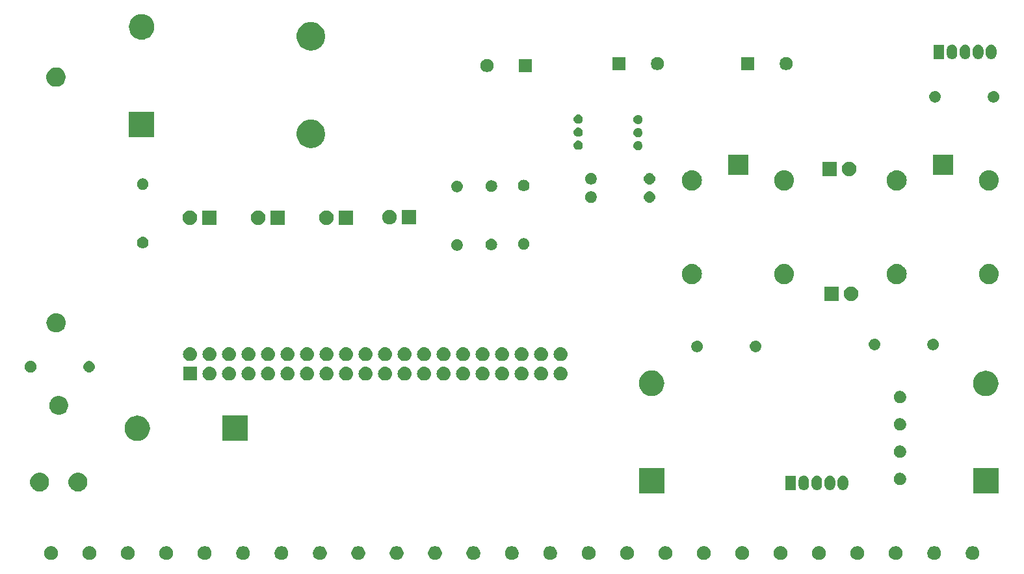
<source format=gbs>
G04 #@! TF.GenerationSoftware,KiCad,Pcbnew,(5.1.4-0-10_14)*
G04 #@! TF.CreationDate,2019-11-10T17:55:19-05:00*
G04 #@! TF.ProjectId,power_source,706f7765-725f-4736-9f75-7263652e6b69,1*
G04 #@! TF.SameCoordinates,Original*
G04 #@! TF.FileFunction,Soldermask,Bot*
G04 #@! TF.FilePolarity,Negative*
%FSLAX46Y46*%
G04 Gerber Fmt 4.6, Leading zero omitted, Abs format (unit mm)*
G04 Created by KiCad (PCBNEW (5.1.4-0-10_14)) date 2019-11-10 17:55:19*
%MOMM*%
%LPD*%
G04 APERTURE LIST*
%ADD10C,0.100000*%
G04 APERTURE END LIST*
D10*
G36*
X152823512Y-187063927D02*
G01*
X152972812Y-187093624D01*
X153136784Y-187161544D01*
X153284354Y-187260147D01*
X153409853Y-187385646D01*
X153508456Y-187533216D01*
X153576376Y-187697188D01*
X153611000Y-187871259D01*
X153611000Y-188048741D01*
X153576376Y-188222812D01*
X153508456Y-188386784D01*
X153409853Y-188534354D01*
X153284354Y-188659853D01*
X153136784Y-188758456D01*
X152972812Y-188826376D01*
X152823512Y-188856073D01*
X152798742Y-188861000D01*
X152621258Y-188861000D01*
X152596488Y-188856073D01*
X152447188Y-188826376D01*
X152283216Y-188758456D01*
X152135646Y-188659853D01*
X152010147Y-188534354D01*
X151911544Y-188386784D01*
X151843624Y-188222812D01*
X151809000Y-188048741D01*
X151809000Y-187871259D01*
X151843624Y-187697188D01*
X151911544Y-187533216D01*
X152010147Y-187385646D01*
X152135646Y-187260147D01*
X152283216Y-187161544D01*
X152447188Y-187093624D01*
X152596488Y-187063927D01*
X152621258Y-187059000D01*
X152798742Y-187059000D01*
X152823512Y-187063927D01*
X152823512Y-187063927D01*
G37*
G36*
X147823512Y-187063927D02*
G01*
X147972812Y-187093624D01*
X148136784Y-187161544D01*
X148284354Y-187260147D01*
X148409853Y-187385646D01*
X148508456Y-187533216D01*
X148576376Y-187697188D01*
X148611000Y-187871259D01*
X148611000Y-188048741D01*
X148576376Y-188222812D01*
X148508456Y-188386784D01*
X148409853Y-188534354D01*
X148284354Y-188659853D01*
X148136784Y-188758456D01*
X147972812Y-188826376D01*
X147823512Y-188856073D01*
X147798742Y-188861000D01*
X147621258Y-188861000D01*
X147596488Y-188856073D01*
X147447188Y-188826376D01*
X147283216Y-188758456D01*
X147135646Y-188659853D01*
X147010147Y-188534354D01*
X146911544Y-188386784D01*
X146843624Y-188222812D01*
X146809000Y-188048741D01*
X146809000Y-187871259D01*
X146843624Y-187697188D01*
X146911544Y-187533216D01*
X147010147Y-187385646D01*
X147135646Y-187260147D01*
X147283216Y-187161544D01*
X147447188Y-187093624D01*
X147596488Y-187063927D01*
X147621258Y-187059000D01*
X147798742Y-187059000D01*
X147823512Y-187063927D01*
X147823512Y-187063927D01*
G37*
G36*
X142823512Y-187063927D02*
G01*
X142972812Y-187093624D01*
X143136784Y-187161544D01*
X143284354Y-187260147D01*
X143409853Y-187385646D01*
X143508456Y-187533216D01*
X143576376Y-187697188D01*
X143611000Y-187871259D01*
X143611000Y-188048741D01*
X143576376Y-188222812D01*
X143508456Y-188386784D01*
X143409853Y-188534354D01*
X143284354Y-188659853D01*
X143136784Y-188758456D01*
X142972812Y-188826376D01*
X142823512Y-188856073D01*
X142798742Y-188861000D01*
X142621258Y-188861000D01*
X142596488Y-188856073D01*
X142447188Y-188826376D01*
X142283216Y-188758456D01*
X142135646Y-188659853D01*
X142010147Y-188534354D01*
X141911544Y-188386784D01*
X141843624Y-188222812D01*
X141809000Y-188048741D01*
X141809000Y-187871259D01*
X141843624Y-187697188D01*
X141911544Y-187533216D01*
X142010147Y-187385646D01*
X142135646Y-187260147D01*
X142283216Y-187161544D01*
X142447188Y-187093624D01*
X142596488Y-187063927D01*
X142621258Y-187059000D01*
X142798742Y-187059000D01*
X142823512Y-187063927D01*
X142823512Y-187063927D01*
G37*
G36*
X137823512Y-187063927D02*
G01*
X137972812Y-187093624D01*
X138136784Y-187161544D01*
X138284354Y-187260147D01*
X138409853Y-187385646D01*
X138508456Y-187533216D01*
X138576376Y-187697188D01*
X138611000Y-187871259D01*
X138611000Y-188048741D01*
X138576376Y-188222812D01*
X138508456Y-188386784D01*
X138409853Y-188534354D01*
X138284354Y-188659853D01*
X138136784Y-188758456D01*
X137972812Y-188826376D01*
X137823512Y-188856073D01*
X137798742Y-188861000D01*
X137621258Y-188861000D01*
X137596488Y-188856073D01*
X137447188Y-188826376D01*
X137283216Y-188758456D01*
X137135646Y-188659853D01*
X137010147Y-188534354D01*
X136911544Y-188386784D01*
X136843624Y-188222812D01*
X136809000Y-188048741D01*
X136809000Y-187871259D01*
X136843624Y-187697188D01*
X136911544Y-187533216D01*
X137010147Y-187385646D01*
X137135646Y-187260147D01*
X137283216Y-187161544D01*
X137447188Y-187093624D01*
X137596488Y-187063927D01*
X137621258Y-187059000D01*
X137798742Y-187059000D01*
X137823512Y-187063927D01*
X137823512Y-187063927D01*
G37*
G36*
X132823512Y-187063927D02*
G01*
X132972812Y-187093624D01*
X133136784Y-187161544D01*
X133284354Y-187260147D01*
X133409853Y-187385646D01*
X133508456Y-187533216D01*
X133576376Y-187697188D01*
X133611000Y-187871259D01*
X133611000Y-188048741D01*
X133576376Y-188222812D01*
X133508456Y-188386784D01*
X133409853Y-188534354D01*
X133284354Y-188659853D01*
X133136784Y-188758456D01*
X132972812Y-188826376D01*
X132823512Y-188856073D01*
X132798742Y-188861000D01*
X132621258Y-188861000D01*
X132596488Y-188856073D01*
X132447188Y-188826376D01*
X132283216Y-188758456D01*
X132135646Y-188659853D01*
X132010147Y-188534354D01*
X131911544Y-188386784D01*
X131843624Y-188222812D01*
X131809000Y-188048741D01*
X131809000Y-187871259D01*
X131843624Y-187697188D01*
X131911544Y-187533216D01*
X132010147Y-187385646D01*
X132135646Y-187260147D01*
X132283216Y-187161544D01*
X132447188Y-187093624D01*
X132596488Y-187063927D01*
X132621258Y-187059000D01*
X132798742Y-187059000D01*
X132823512Y-187063927D01*
X132823512Y-187063927D01*
G37*
G36*
X127823512Y-187063927D02*
G01*
X127972812Y-187093624D01*
X128136784Y-187161544D01*
X128284354Y-187260147D01*
X128409853Y-187385646D01*
X128508456Y-187533216D01*
X128576376Y-187697188D01*
X128611000Y-187871259D01*
X128611000Y-188048741D01*
X128576376Y-188222812D01*
X128508456Y-188386784D01*
X128409853Y-188534354D01*
X128284354Y-188659853D01*
X128136784Y-188758456D01*
X127972812Y-188826376D01*
X127823512Y-188856073D01*
X127798742Y-188861000D01*
X127621258Y-188861000D01*
X127596488Y-188856073D01*
X127447188Y-188826376D01*
X127283216Y-188758456D01*
X127135646Y-188659853D01*
X127010147Y-188534354D01*
X126911544Y-188386784D01*
X126843624Y-188222812D01*
X126809000Y-188048741D01*
X126809000Y-187871259D01*
X126843624Y-187697188D01*
X126911544Y-187533216D01*
X127010147Y-187385646D01*
X127135646Y-187260147D01*
X127283216Y-187161544D01*
X127447188Y-187093624D01*
X127596488Y-187063927D01*
X127621258Y-187059000D01*
X127798742Y-187059000D01*
X127823512Y-187063927D01*
X127823512Y-187063927D01*
G37*
G36*
X122823512Y-187063927D02*
G01*
X122972812Y-187093624D01*
X123136784Y-187161544D01*
X123284354Y-187260147D01*
X123409853Y-187385646D01*
X123508456Y-187533216D01*
X123576376Y-187697188D01*
X123611000Y-187871259D01*
X123611000Y-188048741D01*
X123576376Y-188222812D01*
X123508456Y-188386784D01*
X123409853Y-188534354D01*
X123284354Y-188659853D01*
X123136784Y-188758456D01*
X122972812Y-188826376D01*
X122823512Y-188856073D01*
X122798742Y-188861000D01*
X122621258Y-188861000D01*
X122596488Y-188856073D01*
X122447188Y-188826376D01*
X122283216Y-188758456D01*
X122135646Y-188659853D01*
X122010147Y-188534354D01*
X121911544Y-188386784D01*
X121843624Y-188222812D01*
X121809000Y-188048741D01*
X121809000Y-187871259D01*
X121843624Y-187697188D01*
X121911544Y-187533216D01*
X122010147Y-187385646D01*
X122135646Y-187260147D01*
X122283216Y-187161544D01*
X122447188Y-187093624D01*
X122596488Y-187063927D01*
X122621258Y-187059000D01*
X122798742Y-187059000D01*
X122823512Y-187063927D01*
X122823512Y-187063927D01*
G37*
G36*
X117823512Y-187063927D02*
G01*
X117972812Y-187093624D01*
X118136784Y-187161544D01*
X118284354Y-187260147D01*
X118409853Y-187385646D01*
X118508456Y-187533216D01*
X118576376Y-187697188D01*
X118611000Y-187871259D01*
X118611000Y-188048741D01*
X118576376Y-188222812D01*
X118508456Y-188386784D01*
X118409853Y-188534354D01*
X118284354Y-188659853D01*
X118136784Y-188758456D01*
X117972812Y-188826376D01*
X117823512Y-188856073D01*
X117798742Y-188861000D01*
X117621258Y-188861000D01*
X117596488Y-188856073D01*
X117447188Y-188826376D01*
X117283216Y-188758456D01*
X117135646Y-188659853D01*
X117010147Y-188534354D01*
X116911544Y-188386784D01*
X116843624Y-188222812D01*
X116809000Y-188048741D01*
X116809000Y-187871259D01*
X116843624Y-187697188D01*
X116911544Y-187533216D01*
X117010147Y-187385646D01*
X117135646Y-187260147D01*
X117283216Y-187161544D01*
X117447188Y-187093624D01*
X117596488Y-187063927D01*
X117621258Y-187059000D01*
X117798742Y-187059000D01*
X117823512Y-187063927D01*
X117823512Y-187063927D01*
G37*
G36*
X112823512Y-187063927D02*
G01*
X112972812Y-187093624D01*
X113136784Y-187161544D01*
X113284354Y-187260147D01*
X113409853Y-187385646D01*
X113508456Y-187533216D01*
X113576376Y-187697188D01*
X113611000Y-187871259D01*
X113611000Y-188048741D01*
X113576376Y-188222812D01*
X113508456Y-188386784D01*
X113409853Y-188534354D01*
X113284354Y-188659853D01*
X113136784Y-188758456D01*
X112972812Y-188826376D01*
X112823512Y-188856073D01*
X112798742Y-188861000D01*
X112621258Y-188861000D01*
X112596488Y-188856073D01*
X112447188Y-188826376D01*
X112283216Y-188758456D01*
X112135646Y-188659853D01*
X112010147Y-188534354D01*
X111911544Y-188386784D01*
X111843624Y-188222812D01*
X111809000Y-188048741D01*
X111809000Y-187871259D01*
X111843624Y-187697188D01*
X111911544Y-187533216D01*
X112010147Y-187385646D01*
X112135646Y-187260147D01*
X112283216Y-187161544D01*
X112447188Y-187093624D01*
X112596488Y-187063927D01*
X112621258Y-187059000D01*
X112798742Y-187059000D01*
X112823512Y-187063927D01*
X112823512Y-187063927D01*
G37*
G36*
X107823512Y-187063927D02*
G01*
X107972812Y-187093624D01*
X108136784Y-187161544D01*
X108284354Y-187260147D01*
X108409853Y-187385646D01*
X108508456Y-187533216D01*
X108576376Y-187697188D01*
X108611000Y-187871259D01*
X108611000Y-188048741D01*
X108576376Y-188222812D01*
X108508456Y-188386784D01*
X108409853Y-188534354D01*
X108284354Y-188659853D01*
X108136784Y-188758456D01*
X107972812Y-188826376D01*
X107823512Y-188856073D01*
X107798742Y-188861000D01*
X107621258Y-188861000D01*
X107596488Y-188856073D01*
X107447188Y-188826376D01*
X107283216Y-188758456D01*
X107135646Y-188659853D01*
X107010147Y-188534354D01*
X106911544Y-188386784D01*
X106843624Y-188222812D01*
X106809000Y-188048741D01*
X106809000Y-187871259D01*
X106843624Y-187697188D01*
X106911544Y-187533216D01*
X107010147Y-187385646D01*
X107135646Y-187260147D01*
X107283216Y-187161544D01*
X107447188Y-187093624D01*
X107596488Y-187063927D01*
X107621258Y-187059000D01*
X107798742Y-187059000D01*
X107823512Y-187063927D01*
X107823512Y-187063927D01*
G37*
G36*
X102823512Y-187063927D02*
G01*
X102972812Y-187093624D01*
X103136784Y-187161544D01*
X103284354Y-187260147D01*
X103409853Y-187385646D01*
X103508456Y-187533216D01*
X103576376Y-187697188D01*
X103611000Y-187871259D01*
X103611000Y-188048741D01*
X103576376Y-188222812D01*
X103508456Y-188386784D01*
X103409853Y-188534354D01*
X103284354Y-188659853D01*
X103136784Y-188758456D01*
X102972812Y-188826376D01*
X102823512Y-188856073D01*
X102798742Y-188861000D01*
X102621258Y-188861000D01*
X102596488Y-188856073D01*
X102447188Y-188826376D01*
X102283216Y-188758456D01*
X102135646Y-188659853D01*
X102010147Y-188534354D01*
X101911544Y-188386784D01*
X101843624Y-188222812D01*
X101809000Y-188048741D01*
X101809000Y-187871259D01*
X101843624Y-187697188D01*
X101911544Y-187533216D01*
X102010147Y-187385646D01*
X102135646Y-187260147D01*
X102283216Y-187161544D01*
X102447188Y-187093624D01*
X102596488Y-187063927D01*
X102621258Y-187059000D01*
X102798742Y-187059000D01*
X102823512Y-187063927D01*
X102823512Y-187063927D01*
G37*
G36*
X97823512Y-187063927D02*
G01*
X97972812Y-187093624D01*
X98136784Y-187161544D01*
X98284354Y-187260147D01*
X98409853Y-187385646D01*
X98508456Y-187533216D01*
X98576376Y-187697188D01*
X98611000Y-187871259D01*
X98611000Y-188048741D01*
X98576376Y-188222812D01*
X98508456Y-188386784D01*
X98409853Y-188534354D01*
X98284354Y-188659853D01*
X98136784Y-188758456D01*
X97972812Y-188826376D01*
X97823512Y-188856073D01*
X97798742Y-188861000D01*
X97621258Y-188861000D01*
X97596488Y-188856073D01*
X97447188Y-188826376D01*
X97283216Y-188758456D01*
X97135646Y-188659853D01*
X97010147Y-188534354D01*
X96911544Y-188386784D01*
X96843624Y-188222812D01*
X96809000Y-188048741D01*
X96809000Y-187871259D01*
X96843624Y-187697188D01*
X96911544Y-187533216D01*
X97010147Y-187385646D01*
X97135646Y-187260147D01*
X97283216Y-187161544D01*
X97447188Y-187093624D01*
X97596488Y-187063927D01*
X97621258Y-187059000D01*
X97798742Y-187059000D01*
X97823512Y-187063927D01*
X97823512Y-187063927D01*
G37*
G36*
X92823512Y-187063927D02*
G01*
X92972812Y-187093624D01*
X93136784Y-187161544D01*
X93284354Y-187260147D01*
X93409853Y-187385646D01*
X93508456Y-187533216D01*
X93576376Y-187697188D01*
X93611000Y-187871259D01*
X93611000Y-188048741D01*
X93576376Y-188222812D01*
X93508456Y-188386784D01*
X93409853Y-188534354D01*
X93284354Y-188659853D01*
X93136784Y-188758456D01*
X92972812Y-188826376D01*
X92823512Y-188856073D01*
X92798742Y-188861000D01*
X92621258Y-188861000D01*
X92596488Y-188856073D01*
X92447188Y-188826376D01*
X92283216Y-188758456D01*
X92135646Y-188659853D01*
X92010147Y-188534354D01*
X91911544Y-188386784D01*
X91843624Y-188222812D01*
X91809000Y-188048741D01*
X91809000Y-187871259D01*
X91843624Y-187697188D01*
X91911544Y-187533216D01*
X92010147Y-187385646D01*
X92135646Y-187260147D01*
X92283216Y-187161544D01*
X92447188Y-187093624D01*
X92596488Y-187063927D01*
X92621258Y-187059000D01*
X92798742Y-187059000D01*
X92823512Y-187063927D01*
X92823512Y-187063927D01*
G37*
G36*
X87823512Y-187063927D02*
G01*
X87972812Y-187093624D01*
X88136784Y-187161544D01*
X88284354Y-187260147D01*
X88409853Y-187385646D01*
X88508456Y-187533216D01*
X88576376Y-187697188D01*
X88611000Y-187871259D01*
X88611000Y-188048741D01*
X88576376Y-188222812D01*
X88508456Y-188386784D01*
X88409853Y-188534354D01*
X88284354Y-188659853D01*
X88136784Y-188758456D01*
X87972812Y-188826376D01*
X87823512Y-188856073D01*
X87798742Y-188861000D01*
X87621258Y-188861000D01*
X87596488Y-188856073D01*
X87447188Y-188826376D01*
X87283216Y-188758456D01*
X87135646Y-188659853D01*
X87010147Y-188534354D01*
X86911544Y-188386784D01*
X86843624Y-188222812D01*
X86809000Y-188048741D01*
X86809000Y-187871259D01*
X86843624Y-187697188D01*
X86911544Y-187533216D01*
X87010147Y-187385646D01*
X87135646Y-187260147D01*
X87283216Y-187161544D01*
X87447188Y-187093624D01*
X87596488Y-187063927D01*
X87621258Y-187059000D01*
X87798742Y-187059000D01*
X87823512Y-187063927D01*
X87823512Y-187063927D01*
G37*
G36*
X82823512Y-187063927D02*
G01*
X82972812Y-187093624D01*
X83136784Y-187161544D01*
X83284354Y-187260147D01*
X83409853Y-187385646D01*
X83508456Y-187533216D01*
X83576376Y-187697188D01*
X83611000Y-187871259D01*
X83611000Y-188048741D01*
X83576376Y-188222812D01*
X83508456Y-188386784D01*
X83409853Y-188534354D01*
X83284354Y-188659853D01*
X83136784Y-188758456D01*
X82972812Y-188826376D01*
X82823512Y-188856073D01*
X82798742Y-188861000D01*
X82621258Y-188861000D01*
X82596488Y-188856073D01*
X82447188Y-188826376D01*
X82283216Y-188758456D01*
X82135646Y-188659853D01*
X82010147Y-188534354D01*
X81911544Y-188386784D01*
X81843624Y-188222812D01*
X81809000Y-188048741D01*
X81809000Y-187871259D01*
X81843624Y-187697188D01*
X81911544Y-187533216D01*
X82010147Y-187385646D01*
X82135646Y-187260147D01*
X82283216Y-187161544D01*
X82447188Y-187093624D01*
X82596488Y-187063927D01*
X82621258Y-187059000D01*
X82798742Y-187059000D01*
X82823512Y-187063927D01*
X82823512Y-187063927D01*
G37*
G36*
X77823512Y-187063927D02*
G01*
X77972812Y-187093624D01*
X78136784Y-187161544D01*
X78284354Y-187260147D01*
X78409853Y-187385646D01*
X78508456Y-187533216D01*
X78576376Y-187697188D01*
X78611000Y-187871259D01*
X78611000Y-188048741D01*
X78576376Y-188222812D01*
X78508456Y-188386784D01*
X78409853Y-188534354D01*
X78284354Y-188659853D01*
X78136784Y-188758456D01*
X77972812Y-188826376D01*
X77823512Y-188856073D01*
X77798742Y-188861000D01*
X77621258Y-188861000D01*
X77596488Y-188856073D01*
X77447188Y-188826376D01*
X77283216Y-188758456D01*
X77135646Y-188659853D01*
X77010147Y-188534354D01*
X76911544Y-188386784D01*
X76843624Y-188222812D01*
X76809000Y-188048741D01*
X76809000Y-187871259D01*
X76843624Y-187697188D01*
X76911544Y-187533216D01*
X77010147Y-187385646D01*
X77135646Y-187260147D01*
X77283216Y-187161544D01*
X77447188Y-187093624D01*
X77596488Y-187063927D01*
X77621258Y-187059000D01*
X77798742Y-187059000D01*
X77823512Y-187063927D01*
X77823512Y-187063927D01*
G37*
G36*
X72823512Y-187063927D02*
G01*
X72972812Y-187093624D01*
X73136784Y-187161544D01*
X73284354Y-187260147D01*
X73409853Y-187385646D01*
X73508456Y-187533216D01*
X73576376Y-187697188D01*
X73611000Y-187871259D01*
X73611000Y-188048741D01*
X73576376Y-188222812D01*
X73508456Y-188386784D01*
X73409853Y-188534354D01*
X73284354Y-188659853D01*
X73136784Y-188758456D01*
X72972812Y-188826376D01*
X72823512Y-188856073D01*
X72798742Y-188861000D01*
X72621258Y-188861000D01*
X72596488Y-188856073D01*
X72447188Y-188826376D01*
X72283216Y-188758456D01*
X72135646Y-188659853D01*
X72010147Y-188534354D01*
X71911544Y-188386784D01*
X71843624Y-188222812D01*
X71809000Y-188048741D01*
X71809000Y-187871259D01*
X71843624Y-187697188D01*
X71911544Y-187533216D01*
X72010147Y-187385646D01*
X72135646Y-187260147D01*
X72283216Y-187161544D01*
X72447188Y-187093624D01*
X72596488Y-187063927D01*
X72621258Y-187059000D01*
X72798742Y-187059000D01*
X72823512Y-187063927D01*
X72823512Y-187063927D01*
G37*
G36*
X67823512Y-187063927D02*
G01*
X67972812Y-187093624D01*
X68136784Y-187161544D01*
X68284354Y-187260147D01*
X68409853Y-187385646D01*
X68508456Y-187533216D01*
X68576376Y-187697188D01*
X68611000Y-187871259D01*
X68611000Y-188048741D01*
X68576376Y-188222812D01*
X68508456Y-188386784D01*
X68409853Y-188534354D01*
X68284354Y-188659853D01*
X68136784Y-188758456D01*
X67972812Y-188826376D01*
X67823512Y-188856073D01*
X67798742Y-188861000D01*
X67621258Y-188861000D01*
X67596488Y-188856073D01*
X67447188Y-188826376D01*
X67283216Y-188758456D01*
X67135646Y-188659853D01*
X67010147Y-188534354D01*
X66911544Y-188386784D01*
X66843624Y-188222812D01*
X66809000Y-188048741D01*
X66809000Y-187871259D01*
X66843624Y-187697188D01*
X66911544Y-187533216D01*
X67010147Y-187385646D01*
X67135646Y-187260147D01*
X67283216Y-187161544D01*
X67447188Y-187093624D01*
X67596488Y-187063927D01*
X67621258Y-187059000D01*
X67798742Y-187059000D01*
X67823512Y-187063927D01*
X67823512Y-187063927D01*
G37*
G36*
X62823512Y-187063927D02*
G01*
X62972812Y-187093624D01*
X63136784Y-187161544D01*
X63284354Y-187260147D01*
X63409853Y-187385646D01*
X63508456Y-187533216D01*
X63576376Y-187697188D01*
X63611000Y-187871259D01*
X63611000Y-188048741D01*
X63576376Y-188222812D01*
X63508456Y-188386784D01*
X63409853Y-188534354D01*
X63284354Y-188659853D01*
X63136784Y-188758456D01*
X62972812Y-188826376D01*
X62823512Y-188856073D01*
X62798742Y-188861000D01*
X62621258Y-188861000D01*
X62596488Y-188856073D01*
X62447188Y-188826376D01*
X62283216Y-188758456D01*
X62135646Y-188659853D01*
X62010147Y-188534354D01*
X61911544Y-188386784D01*
X61843624Y-188222812D01*
X61809000Y-188048741D01*
X61809000Y-187871259D01*
X61843624Y-187697188D01*
X61911544Y-187533216D01*
X62010147Y-187385646D01*
X62135646Y-187260147D01*
X62283216Y-187161544D01*
X62447188Y-187093624D01*
X62596488Y-187063927D01*
X62621258Y-187059000D01*
X62798742Y-187059000D01*
X62823512Y-187063927D01*
X62823512Y-187063927D01*
G37*
G36*
X57823512Y-187063927D02*
G01*
X57972812Y-187093624D01*
X58136784Y-187161544D01*
X58284354Y-187260147D01*
X58409853Y-187385646D01*
X58508456Y-187533216D01*
X58576376Y-187697188D01*
X58611000Y-187871259D01*
X58611000Y-188048741D01*
X58576376Y-188222812D01*
X58508456Y-188386784D01*
X58409853Y-188534354D01*
X58284354Y-188659853D01*
X58136784Y-188758456D01*
X57972812Y-188826376D01*
X57823512Y-188856073D01*
X57798742Y-188861000D01*
X57621258Y-188861000D01*
X57596488Y-188856073D01*
X57447188Y-188826376D01*
X57283216Y-188758456D01*
X57135646Y-188659853D01*
X57010147Y-188534354D01*
X56911544Y-188386784D01*
X56843624Y-188222812D01*
X56809000Y-188048741D01*
X56809000Y-187871259D01*
X56843624Y-187697188D01*
X56911544Y-187533216D01*
X57010147Y-187385646D01*
X57135646Y-187260147D01*
X57283216Y-187161544D01*
X57447188Y-187093624D01*
X57596488Y-187063927D01*
X57621258Y-187059000D01*
X57798742Y-187059000D01*
X57823512Y-187063927D01*
X57823512Y-187063927D01*
G37*
G36*
X52823512Y-187063927D02*
G01*
X52972812Y-187093624D01*
X53136784Y-187161544D01*
X53284354Y-187260147D01*
X53409853Y-187385646D01*
X53508456Y-187533216D01*
X53576376Y-187697188D01*
X53611000Y-187871259D01*
X53611000Y-188048741D01*
X53576376Y-188222812D01*
X53508456Y-188386784D01*
X53409853Y-188534354D01*
X53284354Y-188659853D01*
X53136784Y-188758456D01*
X52972812Y-188826376D01*
X52823512Y-188856073D01*
X52798742Y-188861000D01*
X52621258Y-188861000D01*
X52596488Y-188856073D01*
X52447188Y-188826376D01*
X52283216Y-188758456D01*
X52135646Y-188659853D01*
X52010147Y-188534354D01*
X51911544Y-188386784D01*
X51843624Y-188222812D01*
X51809000Y-188048741D01*
X51809000Y-187871259D01*
X51843624Y-187697188D01*
X51911544Y-187533216D01*
X52010147Y-187385646D01*
X52135646Y-187260147D01*
X52283216Y-187161544D01*
X52447188Y-187093624D01*
X52596488Y-187063927D01*
X52621258Y-187059000D01*
X52798742Y-187059000D01*
X52823512Y-187063927D01*
X52823512Y-187063927D01*
G37*
G36*
X47823512Y-187063927D02*
G01*
X47972812Y-187093624D01*
X48136784Y-187161544D01*
X48284354Y-187260147D01*
X48409853Y-187385646D01*
X48508456Y-187533216D01*
X48576376Y-187697188D01*
X48611000Y-187871259D01*
X48611000Y-188048741D01*
X48576376Y-188222812D01*
X48508456Y-188386784D01*
X48409853Y-188534354D01*
X48284354Y-188659853D01*
X48136784Y-188758456D01*
X47972812Y-188826376D01*
X47823512Y-188856073D01*
X47798742Y-188861000D01*
X47621258Y-188861000D01*
X47596488Y-188856073D01*
X47447188Y-188826376D01*
X47283216Y-188758456D01*
X47135646Y-188659853D01*
X47010147Y-188534354D01*
X46911544Y-188386784D01*
X46843624Y-188222812D01*
X46809000Y-188048741D01*
X46809000Y-187871259D01*
X46843624Y-187697188D01*
X46911544Y-187533216D01*
X47010147Y-187385646D01*
X47135646Y-187260147D01*
X47283216Y-187161544D01*
X47447188Y-187093624D01*
X47596488Y-187063927D01*
X47621258Y-187059000D01*
X47798742Y-187059000D01*
X47823512Y-187063927D01*
X47823512Y-187063927D01*
G37*
G36*
X42823512Y-187063927D02*
G01*
X42972812Y-187093624D01*
X43136784Y-187161544D01*
X43284354Y-187260147D01*
X43409853Y-187385646D01*
X43508456Y-187533216D01*
X43576376Y-187697188D01*
X43611000Y-187871259D01*
X43611000Y-188048741D01*
X43576376Y-188222812D01*
X43508456Y-188386784D01*
X43409853Y-188534354D01*
X43284354Y-188659853D01*
X43136784Y-188758456D01*
X42972812Y-188826376D01*
X42823512Y-188856073D01*
X42798742Y-188861000D01*
X42621258Y-188861000D01*
X42596488Y-188856073D01*
X42447188Y-188826376D01*
X42283216Y-188758456D01*
X42135646Y-188659853D01*
X42010147Y-188534354D01*
X41911544Y-188386784D01*
X41843624Y-188222812D01*
X41809000Y-188048741D01*
X41809000Y-187871259D01*
X41843624Y-187697188D01*
X41911544Y-187533216D01*
X42010147Y-187385646D01*
X42135646Y-187260147D01*
X42283216Y-187161544D01*
X42447188Y-187093624D01*
X42596488Y-187063927D01*
X42621258Y-187059000D01*
X42798742Y-187059000D01*
X42823512Y-187063927D01*
X42823512Y-187063927D01*
G37*
G36*
X37823512Y-187063927D02*
G01*
X37972812Y-187093624D01*
X38136784Y-187161544D01*
X38284354Y-187260147D01*
X38409853Y-187385646D01*
X38508456Y-187533216D01*
X38576376Y-187697188D01*
X38611000Y-187871259D01*
X38611000Y-188048741D01*
X38576376Y-188222812D01*
X38508456Y-188386784D01*
X38409853Y-188534354D01*
X38284354Y-188659853D01*
X38136784Y-188758456D01*
X37972812Y-188826376D01*
X37823512Y-188856073D01*
X37798742Y-188861000D01*
X37621258Y-188861000D01*
X37596488Y-188856073D01*
X37447188Y-188826376D01*
X37283216Y-188758456D01*
X37135646Y-188659853D01*
X37010147Y-188534354D01*
X36911544Y-188386784D01*
X36843624Y-188222812D01*
X36809000Y-188048741D01*
X36809000Y-187871259D01*
X36843624Y-187697188D01*
X36911544Y-187533216D01*
X37010147Y-187385646D01*
X37135646Y-187260147D01*
X37283216Y-187161544D01*
X37447188Y-187093624D01*
X37596488Y-187063927D01*
X37621258Y-187059000D01*
X37798742Y-187059000D01*
X37823512Y-187063927D01*
X37823512Y-187063927D01*
G37*
G36*
X32823512Y-187063927D02*
G01*
X32972812Y-187093624D01*
X33136784Y-187161544D01*
X33284354Y-187260147D01*
X33409853Y-187385646D01*
X33508456Y-187533216D01*
X33576376Y-187697188D01*
X33611000Y-187871259D01*
X33611000Y-188048741D01*
X33576376Y-188222812D01*
X33508456Y-188386784D01*
X33409853Y-188534354D01*
X33284354Y-188659853D01*
X33136784Y-188758456D01*
X32972812Y-188826376D01*
X32823512Y-188856073D01*
X32798742Y-188861000D01*
X32621258Y-188861000D01*
X32596488Y-188856073D01*
X32447188Y-188826376D01*
X32283216Y-188758456D01*
X32135646Y-188659853D01*
X32010147Y-188534354D01*
X31911544Y-188386784D01*
X31843624Y-188222812D01*
X31809000Y-188048741D01*
X31809000Y-187871259D01*
X31843624Y-187697188D01*
X31911544Y-187533216D01*
X32010147Y-187385646D01*
X32135646Y-187260147D01*
X32283216Y-187161544D01*
X32447188Y-187093624D01*
X32596488Y-187063927D01*
X32621258Y-187059000D01*
X32798742Y-187059000D01*
X32823512Y-187063927D01*
X32823512Y-187063927D01*
G37*
G36*
X156083000Y-180213000D02*
G01*
X152781000Y-180213000D01*
X152781000Y-176911000D01*
X156083000Y-176911000D01*
X156083000Y-180213000D01*
X156083000Y-180213000D01*
G37*
G36*
X112572800Y-180187600D02*
G01*
X109270800Y-180187600D01*
X109270800Y-176885600D01*
X112572800Y-176885600D01*
X112572800Y-180187600D01*
X112572800Y-180187600D01*
G37*
G36*
X36377957Y-177513000D02*
G01*
X36566393Y-177550482D01*
X36658434Y-177588607D01*
X36788599Y-177642523D01*
X36988582Y-177776147D01*
X37158653Y-177946218D01*
X37292277Y-178146201D01*
X37301779Y-178169141D01*
X37384318Y-178368407D01*
X37431240Y-178604302D01*
X37431240Y-178844818D01*
X37384318Y-179080713D01*
X37346193Y-179172754D01*
X37292277Y-179302919D01*
X37158653Y-179502902D01*
X36988582Y-179672973D01*
X36788599Y-179806597D01*
X36658434Y-179860513D01*
X36566393Y-179898638D01*
X36448445Y-179922099D01*
X36330499Y-179945560D01*
X36089981Y-179945560D01*
X35972035Y-179922099D01*
X35854087Y-179898638D01*
X35762046Y-179860513D01*
X35631881Y-179806597D01*
X35431898Y-179672973D01*
X35261827Y-179502902D01*
X35128203Y-179302919D01*
X35074287Y-179172754D01*
X35036162Y-179080713D01*
X34989240Y-178844818D01*
X34989240Y-178604302D01*
X35036162Y-178368407D01*
X35118701Y-178169141D01*
X35128203Y-178146201D01*
X35261827Y-177946218D01*
X35431898Y-177776147D01*
X35631881Y-177642523D01*
X35762046Y-177588607D01*
X35854087Y-177550482D01*
X36042523Y-177513000D01*
X36089981Y-177503560D01*
X36330499Y-177503560D01*
X36377957Y-177513000D01*
X36377957Y-177513000D01*
G37*
G36*
X31377957Y-177513000D02*
G01*
X31566393Y-177550482D01*
X31658434Y-177588607D01*
X31788599Y-177642523D01*
X31988582Y-177776147D01*
X32158653Y-177946218D01*
X32292277Y-178146201D01*
X32301779Y-178169141D01*
X32384318Y-178368407D01*
X32431240Y-178604302D01*
X32431240Y-178844818D01*
X32384318Y-179080713D01*
X32346193Y-179172754D01*
X32292277Y-179302919D01*
X32158653Y-179502902D01*
X31988582Y-179672973D01*
X31788599Y-179806597D01*
X31658434Y-179860513D01*
X31566393Y-179898638D01*
X31448445Y-179922099D01*
X31330499Y-179945560D01*
X31089981Y-179945560D01*
X30972035Y-179922099D01*
X30854087Y-179898638D01*
X30762046Y-179860513D01*
X30631881Y-179806597D01*
X30431898Y-179672973D01*
X30261827Y-179502902D01*
X30128203Y-179302919D01*
X30074287Y-179172754D01*
X30036162Y-179080713D01*
X29989240Y-178844818D01*
X29989240Y-178604302D01*
X30036162Y-178368407D01*
X30118701Y-178169141D01*
X30128203Y-178146201D01*
X30261827Y-177946218D01*
X30431898Y-177776147D01*
X30631881Y-177642523D01*
X30762046Y-177588607D01*
X30854087Y-177550482D01*
X31042523Y-177513000D01*
X31089981Y-177503560D01*
X31330499Y-177503560D01*
X31377957Y-177513000D01*
X31377957Y-177513000D01*
G37*
G36*
X130866969Y-177874962D02*
G01*
X130996751Y-177914331D01*
X131034641Y-177934584D01*
X131116359Y-177978263D01*
X131221199Y-178064302D01*
X131307237Y-178169140D01*
X131342497Y-178235107D01*
X131371169Y-178288748D01*
X131410538Y-178418530D01*
X131420500Y-178519679D01*
X131420500Y-179112321D01*
X131410538Y-179213470D01*
X131371169Y-179343252D01*
X131371166Y-179343257D01*
X131307237Y-179462860D01*
X131221199Y-179567699D01*
X131116360Y-179653737D01*
X131046145Y-179691267D01*
X130996752Y-179717669D01*
X130866970Y-179757038D01*
X130732000Y-179770331D01*
X130597031Y-179757038D01*
X130467249Y-179717669D01*
X130417856Y-179691267D01*
X130347641Y-179653737D01*
X130242802Y-179567699D01*
X130156765Y-179462862D01*
X130156764Y-179462861D01*
X130092831Y-179343252D01*
X130053462Y-179213470D01*
X130043500Y-179112321D01*
X130043500Y-178519680D01*
X130053462Y-178418531D01*
X130092831Y-178288749D01*
X130156764Y-178169140D01*
X130156765Y-178169139D01*
X130242802Y-178064301D01*
X130347640Y-177978263D01*
X130429358Y-177934584D01*
X130467248Y-177914331D01*
X130597030Y-177874962D01*
X130732000Y-177861669D01*
X130866969Y-177874962D01*
X130866969Y-177874962D01*
G37*
G36*
X132566969Y-177874962D02*
G01*
X132696751Y-177914331D01*
X132734641Y-177934584D01*
X132816359Y-177978263D01*
X132921199Y-178064302D01*
X133007237Y-178169140D01*
X133042497Y-178235107D01*
X133071169Y-178288748D01*
X133110538Y-178418530D01*
X133120500Y-178519679D01*
X133120500Y-179112321D01*
X133110538Y-179213470D01*
X133071169Y-179343252D01*
X133071166Y-179343257D01*
X133007237Y-179462860D01*
X132921199Y-179567699D01*
X132816360Y-179653737D01*
X132746145Y-179691267D01*
X132696752Y-179717669D01*
X132566970Y-179757038D01*
X132432000Y-179770331D01*
X132297031Y-179757038D01*
X132167249Y-179717669D01*
X132117856Y-179691267D01*
X132047641Y-179653737D01*
X131942802Y-179567699D01*
X131856765Y-179462862D01*
X131856764Y-179462861D01*
X131792831Y-179343252D01*
X131753462Y-179213470D01*
X131743500Y-179112321D01*
X131743500Y-178519680D01*
X131753462Y-178418531D01*
X131792831Y-178288749D01*
X131856764Y-178169140D01*
X131856765Y-178169139D01*
X131942802Y-178064301D01*
X132047640Y-177978263D01*
X132129358Y-177934584D01*
X132167248Y-177914331D01*
X132297030Y-177874962D01*
X132432000Y-177861669D01*
X132566969Y-177874962D01*
X132566969Y-177874962D01*
G37*
G36*
X134266969Y-177874962D02*
G01*
X134396751Y-177914331D01*
X134434641Y-177934584D01*
X134516359Y-177978263D01*
X134621199Y-178064302D01*
X134707237Y-178169140D01*
X134742497Y-178235107D01*
X134771169Y-178288748D01*
X134810538Y-178418530D01*
X134820500Y-178519679D01*
X134820500Y-179112321D01*
X134810538Y-179213470D01*
X134771169Y-179343252D01*
X134771166Y-179343257D01*
X134707237Y-179462860D01*
X134621199Y-179567699D01*
X134516360Y-179653737D01*
X134446145Y-179691267D01*
X134396752Y-179717669D01*
X134266970Y-179757038D01*
X134132000Y-179770331D01*
X133997031Y-179757038D01*
X133867249Y-179717669D01*
X133817856Y-179691267D01*
X133747641Y-179653737D01*
X133642802Y-179567699D01*
X133556765Y-179462862D01*
X133556764Y-179462861D01*
X133492831Y-179343252D01*
X133453462Y-179213470D01*
X133443500Y-179112321D01*
X133443500Y-178519680D01*
X133453462Y-178418531D01*
X133492831Y-178288749D01*
X133556764Y-178169140D01*
X133556765Y-178169139D01*
X133642802Y-178064301D01*
X133747640Y-177978263D01*
X133829358Y-177934584D01*
X133867248Y-177914331D01*
X133997030Y-177874962D01*
X134132000Y-177861669D01*
X134266969Y-177874962D01*
X134266969Y-177874962D01*
G37*
G36*
X135966969Y-177874962D02*
G01*
X136096751Y-177914331D01*
X136134641Y-177934584D01*
X136216359Y-177978263D01*
X136321199Y-178064302D01*
X136407237Y-178169140D01*
X136442497Y-178235107D01*
X136471169Y-178288748D01*
X136510538Y-178418530D01*
X136520500Y-178519679D01*
X136520500Y-179112321D01*
X136510538Y-179213470D01*
X136471169Y-179343252D01*
X136471166Y-179343257D01*
X136407237Y-179462860D01*
X136321199Y-179567699D01*
X136216360Y-179653737D01*
X136146145Y-179691267D01*
X136096752Y-179717669D01*
X135966970Y-179757038D01*
X135832000Y-179770331D01*
X135697031Y-179757038D01*
X135567249Y-179717669D01*
X135517856Y-179691267D01*
X135447641Y-179653737D01*
X135342802Y-179567699D01*
X135256765Y-179462862D01*
X135256764Y-179462861D01*
X135192831Y-179343252D01*
X135153462Y-179213470D01*
X135143500Y-179112321D01*
X135143500Y-178519680D01*
X135153462Y-178418531D01*
X135192831Y-178288749D01*
X135256764Y-178169140D01*
X135256765Y-178169139D01*
X135342802Y-178064301D01*
X135447640Y-177978263D01*
X135529358Y-177934584D01*
X135567248Y-177914331D01*
X135697030Y-177874962D01*
X135832000Y-177861669D01*
X135966969Y-177874962D01*
X135966969Y-177874962D01*
G37*
G36*
X129720500Y-179767000D02*
G01*
X128343500Y-179767000D01*
X128343500Y-177865000D01*
X129720500Y-177865000D01*
X129720500Y-179767000D01*
X129720500Y-179767000D01*
G37*
G36*
X143489642Y-177543781D02*
G01*
X143635414Y-177604162D01*
X143635416Y-177604163D01*
X143766608Y-177691822D01*
X143878178Y-177803392D01*
X143925999Y-177874962D01*
X143965838Y-177934586D01*
X144026219Y-178080358D01*
X144057000Y-178235107D01*
X144057000Y-178392893D01*
X144026219Y-178547642D01*
X143965838Y-178693414D01*
X143965837Y-178693416D01*
X143878178Y-178824608D01*
X143766608Y-178936178D01*
X143635416Y-179023837D01*
X143635415Y-179023838D01*
X143635414Y-179023838D01*
X143489642Y-179084219D01*
X143334893Y-179115000D01*
X143177107Y-179115000D01*
X143022358Y-179084219D01*
X142876586Y-179023838D01*
X142876585Y-179023838D01*
X142876584Y-179023837D01*
X142745392Y-178936178D01*
X142633822Y-178824608D01*
X142546163Y-178693416D01*
X142546162Y-178693414D01*
X142485781Y-178547642D01*
X142455000Y-178392893D01*
X142455000Y-178235107D01*
X142485781Y-178080358D01*
X142546162Y-177934586D01*
X142586001Y-177874962D01*
X142633822Y-177803392D01*
X142745392Y-177691822D01*
X142876584Y-177604163D01*
X142876586Y-177604162D01*
X143022358Y-177543781D01*
X143177107Y-177513000D01*
X143334893Y-177513000D01*
X143489642Y-177543781D01*
X143489642Y-177543781D01*
G37*
G36*
X143489642Y-173983781D02*
G01*
X143635414Y-174044162D01*
X143635416Y-174044163D01*
X143766608Y-174131822D01*
X143878178Y-174243392D01*
X143965837Y-174374584D01*
X143965838Y-174374586D01*
X144026219Y-174520358D01*
X144057000Y-174675107D01*
X144057000Y-174832893D01*
X144026219Y-174987642D01*
X143965838Y-175133414D01*
X143965837Y-175133416D01*
X143878178Y-175264608D01*
X143766608Y-175376178D01*
X143635416Y-175463837D01*
X143635415Y-175463838D01*
X143635414Y-175463838D01*
X143489642Y-175524219D01*
X143334893Y-175555000D01*
X143177107Y-175555000D01*
X143022358Y-175524219D01*
X142876586Y-175463838D01*
X142876585Y-175463838D01*
X142876584Y-175463837D01*
X142745392Y-175376178D01*
X142633822Y-175264608D01*
X142546163Y-175133416D01*
X142546162Y-175133414D01*
X142485781Y-174987642D01*
X142455000Y-174832893D01*
X142455000Y-174675107D01*
X142485781Y-174520358D01*
X142546162Y-174374586D01*
X142546163Y-174374584D01*
X142633822Y-174243392D01*
X142745392Y-174131822D01*
X142876584Y-174044163D01*
X142876586Y-174044162D01*
X143022358Y-173983781D01*
X143177107Y-173953000D01*
X143334893Y-173953000D01*
X143489642Y-173983781D01*
X143489642Y-173983781D01*
G37*
G36*
X58293000Y-173355000D02*
G01*
X54991000Y-173355000D01*
X54991000Y-170053000D01*
X58293000Y-170053000D01*
X58293000Y-173355000D01*
X58293000Y-173355000D01*
G37*
G36*
X44265651Y-170076888D02*
G01*
X44576870Y-170171296D01*
X44863680Y-170324599D01*
X44863683Y-170324601D01*
X44863684Y-170324602D01*
X45115082Y-170530918D01*
X45240214Y-170683393D01*
X45321401Y-170782320D01*
X45474704Y-171069130D01*
X45569112Y-171380349D01*
X45600988Y-171704000D01*
X45569112Y-172027651D01*
X45474704Y-172338870D01*
X45321401Y-172625680D01*
X45321399Y-172625683D01*
X45321398Y-172625684D01*
X45115082Y-172877082D01*
X44863684Y-173083398D01*
X44863680Y-173083401D01*
X44576870Y-173236704D01*
X44265651Y-173331112D01*
X44023107Y-173355000D01*
X43860893Y-173355000D01*
X43618349Y-173331112D01*
X43307130Y-173236704D01*
X43020320Y-173083401D01*
X43020316Y-173083398D01*
X42768918Y-172877082D01*
X42562602Y-172625684D01*
X42562601Y-172625683D01*
X42562599Y-172625680D01*
X42409296Y-172338870D01*
X42314888Y-172027651D01*
X42283012Y-171704000D01*
X42314888Y-171380349D01*
X42409296Y-171069130D01*
X42562599Y-170782320D01*
X42643786Y-170683393D01*
X42768918Y-170530918D01*
X43020316Y-170324602D01*
X43020317Y-170324601D01*
X43020320Y-170324599D01*
X43307130Y-170171296D01*
X43618349Y-170076888D01*
X43860893Y-170053000D01*
X44023107Y-170053000D01*
X44265651Y-170076888D01*
X44265651Y-170076888D01*
G37*
G36*
X143489642Y-170423781D02*
G01*
X143635414Y-170484162D01*
X143635416Y-170484163D01*
X143766608Y-170571822D01*
X143878178Y-170683392D01*
X143944276Y-170782316D01*
X143965838Y-170814586D01*
X144026219Y-170960358D01*
X144057000Y-171115107D01*
X144057000Y-171272893D01*
X144026219Y-171427642D01*
X143965838Y-171573414D01*
X143965837Y-171573416D01*
X143878178Y-171704608D01*
X143766608Y-171816178D01*
X143635416Y-171903837D01*
X143635415Y-171903838D01*
X143635414Y-171903838D01*
X143489642Y-171964219D01*
X143334893Y-171995000D01*
X143177107Y-171995000D01*
X143022358Y-171964219D01*
X142876586Y-171903838D01*
X142876585Y-171903838D01*
X142876584Y-171903837D01*
X142745392Y-171816178D01*
X142633822Y-171704608D01*
X142546163Y-171573416D01*
X142546162Y-171573414D01*
X142485781Y-171427642D01*
X142455000Y-171272893D01*
X142455000Y-171115107D01*
X142485781Y-170960358D01*
X142546162Y-170814586D01*
X142567724Y-170782316D01*
X142633822Y-170683392D01*
X142745392Y-170571822D01*
X142876584Y-170484163D01*
X142876586Y-170484162D01*
X143022358Y-170423781D01*
X143177107Y-170393000D01*
X143334893Y-170393000D01*
X143489642Y-170423781D01*
X143489642Y-170423781D01*
G37*
G36*
X33877957Y-167513000D02*
G01*
X34066393Y-167550482D01*
X34158434Y-167588607D01*
X34288599Y-167642523D01*
X34488582Y-167776147D01*
X34658653Y-167946218D01*
X34792277Y-168146201D01*
X34837831Y-168256178D01*
X34874141Y-168343837D01*
X34884318Y-168368408D01*
X34931240Y-168604301D01*
X34931240Y-168844819D01*
X34884318Y-169080712D01*
X34792277Y-169302919D01*
X34658653Y-169502902D01*
X34488582Y-169672973D01*
X34288599Y-169806597D01*
X34158434Y-169860513D01*
X34066393Y-169898638D01*
X33830499Y-169945560D01*
X33589981Y-169945560D01*
X33354087Y-169898638D01*
X33262046Y-169860513D01*
X33131881Y-169806597D01*
X32931898Y-169672973D01*
X32761827Y-169502902D01*
X32628203Y-169302919D01*
X32536162Y-169080712D01*
X32489240Y-168844819D01*
X32489240Y-168604301D01*
X32536162Y-168368408D01*
X32546340Y-168343837D01*
X32582649Y-168256178D01*
X32628203Y-168146201D01*
X32761827Y-167946218D01*
X32931898Y-167776147D01*
X33131881Y-167642523D01*
X33262046Y-167588607D01*
X33354087Y-167550482D01*
X33542523Y-167513000D01*
X33589981Y-167503560D01*
X33830499Y-167503560D01*
X33877957Y-167513000D01*
X33877957Y-167513000D01*
G37*
G36*
X143489642Y-166863781D02*
G01*
X143635414Y-166924162D01*
X143635416Y-166924163D01*
X143766608Y-167011822D01*
X143878178Y-167123392D01*
X143957026Y-167241398D01*
X143965838Y-167254586D01*
X144026219Y-167400358D01*
X144057000Y-167555107D01*
X144057000Y-167712893D01*
X144026219Y-167867642D01*
X143965838Y-168013414D01*
X143965837Y-168013416D01*
X143878178Y-168144608D01*
X143766608Y-168256178D01*
X143635416Y-168343837D01*
X143635415Y-168343838D01*
X143635414Y-168343838D01*
X143489642Y-168404219D01*
X143334893Y-168435000D01*
X143177107Y-168435000D01*
X143022358Y-168404219D01*
X142876586Y-168343838D01*
X142876585Y-168343838D01*
X142876584Y-168343837D01*
X142745392Y-168256178D01*
X142633822Y-168144608D01*
X142546163Y-168013416D01*
X142546162Y-168013414D01*
X142485781Y-167867642D01*
X142455000Y-167712893D01*
X142455000Y-167555107D01*
X142485781Y-167400358D01*
X142546162Y-167254586D01*
X142554974Y-167241398D01*
X142633822Y-167123392D01*
X142745392Y-167011822D01*
X142876584Y-166924163D01*
X142876586Y-166924162D01*
X143022358Y-166863781D01*
X143177107Y-166833000D01*
X143334893Y-166833000D01*
X143489642Y-166863781D01*
X143489642Y-166863781D01*
G37*
G36*
X154755651Y-164234888D02*
G01*
X155066870Y-164329296D01*
X155353680Y-164482599D01*
X155353683Y-164482601D01*
X155353684Y-164482602D01*
X155605082Y-164688918D01*
X155809881Y-164938468D01*
X155811401Y-164940320D01*
X155964704Y-165227130D01*
X155964705Y-165227133D01*
X155966238Y-165232186D01*
X156059112Y-165538349D01*
X156090988Y-165862000D01*
X156059112Y-166185651D01*
X155964704Y-166496870D01*
X155811401Y-166783680D01*
X155811399Y-166783683D01*
X155811398Y-166783684D01*
X155605082Y-167035082D01*
X155384634Y-167215998D01*
X155353680Y-167241401D01*
X155066870Y-167394704D01*
X155066867Y-167394705D01*
X155008938Y-167412278D01*
X154755651Y-167489112D01*
X154513107Y-167513000D01*
X154350893Y-167513000D01*
X154108349Y-167489112D01*
X153855062Y-167412278D01*
X153797133Y-167394705D01*
X153797130Y-167394704D01*
X153510320Y-167241401D01*
X153479366Y-167215998D01*
X153258918Y-167035082D01*
X153052602Y-166783684D01*
X153052601Y-166783683D01*
X153052599Y-166783680D01*
X152899296Y-166496870D01*
X152804888Y-166185651D01*
X152773012Y-165862000D01*
X152804888Y-165538349D01*
X152897762Y-165232186D01*
X152899295Y-165227133D01*
X152899296Y-165227130D01*
X153052599Y-164940320D01*
X153054119Y-164938468D01*
X153258918Y-164688918D01*
X153510316Y-164482602D01*
X153510317Y-164482601D01*
X153510320Y-164482599D01*
X153797130Y-164329296D01*
X154108349Y-164234888D01*
X154350893Y-164211000D01*
X154513107Y-164211000D01*
X154755651Y-164234888D01*
X154755651Y-164234888D01*
G37*
G36*
X111245451Y-164209488D02*
G01*
X111556670Y-164303896D01*
X111843480Y-164457199D01*
X111843483Y-164457201D01*
X111843484Y-164457202D01*
X112094882Y-164663518D01*
X112301198Y-164914916D01*
X112301201Y-164914920D01*
X112454504Y-165201730D01*
X112454505Y-165201733D01*
X112463743Y-165232186D01*
X112548912Y-165512949D01*
X112580788Y-165836600D01*
X112548912Y-166160251D01*
X112454504Y-166471470D01*
X112301201Y-166758280D01*
X112301199Y-166758283D01*
X112301198Y-166758284D01*
X112094882Y-167009682D01*
X111843484Y-167215998D01*
X111843480Y-167216001D01*
X111556670Y-167369304D01*
X111245451Y-167463712D01*
X111002907Y-167487600D01*
X110840693Y-167487600D01*
X110598149Y-167463712D01*
X110286930Y-167369304D01*
X110000120Y-167216001D01*
X110000116Y-167215998D01*
X109748718Y-167009682D01*
X109542402Y-166758284D01*
X109542401Y-166758283D01*
X109542399Y-166758280D01*
X109389096Y-166471470D01*
X109294688Y-166160251D01*
X109262812Y-165836600D01*
X109294688Y-165512949D01*
X109379857Y-165232186D01*
X109389095Y-165201733D01*
X109389096Y-165201730D01*
X109542399Y-164914920D01*
X109542402Y-164914916D01*
X109748718Y-164663518D01*
X110000116Y-164457202D01*
X110000117Y-164457201D01*
X110000120Y-164457199D01*
X110286930Y-164303896D01*
X110598149Y-164209488D01*
X110840693Y-164185600D01*
X111002907Y-164185600D01*
X111245451Y-164209488D01*
X111245451Y-164209488D01*
G37*
G36*
X61070442Y-163697518D02*
G01*
X61136627Y-163704037D01*
X61306466Y-163755557D01*
X61462991Y-163839222D01*
X61498729Y-163868552D01*
X61600186Y-163951814D01*
X61671252Y-164038410D01*
X61712778Y-164089009D01*
X61751479Y-164161413D01*
X61780810Y-164216286D01*
X61796443Y-164245534D01*
X61847963Y-164415373D01*
X61865359Y-164592000D01*
X61847963Y-164768627D01*
X61796443Y-164938466D01*
X61712778Y-165094991D01*
X61683448Y-165130729D01*
X61600186Y-165232186D01*
X61498729Y-165315448D01*
X61462991Y-165344778D01*
X61306466Y-165428443D01*
X61136627Y-165479963D01*
X61070442Y-165486482D01*
X61004260Y-165493000D01*
X60915740Y-165493000D01*
X60849558Y-165486482D01*
X60783373Y-165479963D01*
X60613534Y-165428443D01*
X60457009Y-165344778D01*
X60421271Y-165315448D01*
X60319814Y-165232186D01*
X60236552Y-165130729D01*
X60207222Y-165094991D01*
X60123557Y-164938466D01*
X60072037Y-164768627D01*
X60054641Y-164592000D01*
X60072037Y-164415373D01*
X60123557Y-164245534D01*
X60139191Y-164216286D01*
X60168521Y-164161413D01*
X60207222Y-164089009D01*
X60248748Y-164038410D01*
X60319814Y-163951814D01*
X60421271Y-163868552D01*
X60457009Y-163839222D01*
X60613534Y-163755557D01*
X60783373Y-163704037D01*
X60849558Y-163697518D01*
X60915740Y-163691000D01*
X61004260Y-163691000D01*
X61070442Y-163697518D01*
X61070442Y-163697518D01*
G37*
G36*
X58530442Y-163697518D02*
G01*
X58596627Y-163704037D01*
X58766466Y-163755557D01*
X58922991Y-163839222D01*
X58958729Y-163868552D01*
X59060186Y-163951814D01*
X59131252Y-164038410D01*
X59172778Y-164089009D01*
X59211479Y-164161413D01*
X59240810Y-164216286D01*
X59256443Y-164245534D01*
X59307963Y-164415373D01*
X59325359Y-164592000D01*
X59307963Y-164768627D01*
X59256443Y-164938466D01*
X59172778Y-165094991D01*
X59143448Y-165130729D01*
X59060186Y-165232186D01*
X58958729Y-165315448D01*
X58922991Y-165344778D01*
X58766466Y-165428443D01*
X58596627Y-165479963D01*
X58530442Y-165486482D01*
X58464260Y-165493000D01*
X58375740Y-165493000D01*
X58309558Y-165486482D01*
X58243373Y-165479963D01*
X58073534Y-165428443D01*
X57917009Y-165344778D01*
X57881271Y-165315448D01*
X57779814Y-165232186D01*
X57696552Y-165130729D01*
X57667222Y-165094991D01*
X57583557Y-164938466D01*
X57532037Y-164768627D01*
X57514641Y-164592000D01*
X57532037Y-164415373D01*
X57583557Y-164245534D01*
X57599191Y-164216286D01*
X57628521Y-164161413D01*
X57667222Y-164089009D01*
X57708748Y-164038410D01*
X57779814Y-163951814D01*
X57881271Y-163868552D01*
X57917009Y-163839222D01*
X58073534Y-163755557D01*
X58243373Y-163704037D01*
X58309558Y-163697518D01*
X58375740Y-163691000D01*
X58464260Y-163691000D01*
X58530442Y-163697518D01*
X58530442Y-163697518D01*
G37*
G36*
X63610442Y-163697518D02*
G01*
X63676627Y-163704037D01*
X63846466Y-163755557D01*
X64002991Y-163839222D01*
X64038729Y-163868552D01*
X64140186Y-163951814D01*
X64211252Y-164038410D01*
X64252778Y-164089009D01*
X64291479Y-164161413D01*
X64320810Y-164216286D01*
X64336443Y-164245534D01*
X64387963Y-164415373D01*
X64405359Y-164592000D01*
X64387963Y-164768627D01*
X64336443Y-164938466D01*
X64252778Y-165094991D01*
X64223448Y-165130729D01*
X64140186Y-165232186D01*
X64038729Y-165315448D01*
X64002991Y-165344778D01*
X63846466Y-165428443D01*
X63676627Y-165479963D01*
X63610442Y-165486482D01*
X63544260Y-165493000D01*
X63455740Y-165493000D01*
X63389558Y-165486482D01*
X63323373Y-165479963D01*
X63153534Y-165428443D01*
X62997009Y-165344778D01*
X62961271Y-165315448D01*
X62859814Y-165232186D01*
X62776552Y-165130729D01*
X62747222Y-165094991D01*
X62663557Y-164938466D01*
X62612037Y-164768627D01*
X62594641Y-164592000D01*
X62612037Y-164415373D01*
X62663557Y-164245534D01*
X62679191Y-164216286D01*
X62708521Y-164161413D01*
X62747222Y-164089009D01*
X62788748Y-164038410D01*
X62859814Y-163951814D01*
X62961271Y-163868552D01*
X62997009Y-163839222D01*
X63153534Y-163755557D01*
X63323373Y-163704037D01*
X63389558Y-163697518D01*
X63455740Y-163691000D01*
X63544260Y-163691000D01*
X63610442Y-163697518D01*
X63610442Y-163697518D01*
G37*
G36*
X55990442Y-163697518D02*
G01*
X56056627Y-163704037D01*
X56226466Y-163755557D01*
X56382991Y-163839222D01*
X56418729Y-163868552D01*
X56520186Y-163951814D01*
X56591252Y-164038410D01*
X56632778Y-164089009D01*
X56671479Y-164161413D01*
X56700810Y-164216286D01*
X56716443Y-164245534D01*
X56767963Y-164415373D01*
X56785359Y-164592000D01*
X56767963Y-164768627D01*
X56716443Y-164938466D01*
X56632778Y-165094991D01*
X56603448Y-165130729D01*
X56520186Y-165232186D01*
X56418729Y-165315448D01*
X56382991Y-165344778D01*
X56226466Y-165428443D01*
X56056627Y-165479963D01*
X55990442Y-165486482D01*
X55924260Y-165493000D01*
X55835740Y-165493000D01*
X55769558Y-165486482D01*
X55703373Y-165479963D01*
X55533534Y-165428443D01*
X55377009Y-165344778D01*
X55341271Y-165315448D01*
X55239814Y-165232186D01*
X55156552Y-165130729D01*
X55127222Y-165094991D01*
X55043557Y-164938466D01*
X54992037Y-164768627D01*
X54974641Y-164592000D01*
X54992037Y-164415373D01*
X55043557Y-164245534D01*
X55059191Y-164216286D01*
X55088521Y-164161413D01*
X55127222Y-164089009D01*
X55168748Y-164038410D01*
X55239814Y-163951814D01*
X55341271Y-163868552D01*
X55377009Y-163839222D01*
X55533534Y-163755557D01*
X55703373Y-163704037D01*
X55769558Y-163697518D01*
X55835740Y-163691000D01*
X55924260Y-163691000D01*
X55990442Y-163697518D01*
X55990442Y-163697518D01*
G37*
G36*
X53450442Y-163697518D02*
G01*
X53516627Y-163704037D01*
X53686466Y-163755557D01*
X53842991Y-163839222D01*
X53878729Y-163868552D01*
X53980186Y-163951814D01*
X54051252Y-164038410D01*
X54092778Y-164089009D01*
X54131479Y-164161413D01*
X54160810Y-164216286D01*
X54176443Y-164245534D01*
X54227963Y-164415373D01*
X54245359Y-164592000D01*
X54227963Y-164768627D01*
X54176443Y-164938466D01*
X54092778Y-165094991D01*
X54063448Y-165130729D01*
X53980186Y-165232186D01*
X53878729Y-165315448D01*
X53842991Y-165344778D01*
X53686466Y-165428443D01*
X53516627Y-165479963D01*
X53450442Y-165486482D01*
X53384260Y-165493000D01*
X53295740Y-165493000D01*
X53229558Y-165486482D01*
X53163373Y-165479963D01*
X52993534Y-165428443D01*
X52837009Y-165344778D01*
X52801271Y-165315448D01*
X52699814Y-165232186D01*
X52616552Y-165130729D01*
X52587222Y-165094991D01*
X52503557Y-164938466D01*
X52452037Y-164768627D01*
X52434641Y-164592000D01*
X52452037Y-164415373D01*
X52503557Y-164245534D01*
X52519191Y-164216286D01*
X52548521Y-164161413D01*
X52587222Y-164089009D01*
X52628748Y-164038410D01*
X52699814Y-163951814D01*
X52801271Y-163868552D01*
X52837009Y-163839222D01*
X52993534Y-163755557D01*
X53163373Y-163704037D01*
X53229558Y-163697518D01*
X53295740Y-163691000D01*
X53384260Y-163691000D01*
X53450442Y-163697518D01*
X53450442Y-163697518D01*
G37*
G36*
X51701000Y-165493000D02*
G01*
X49899000Y-165493000D01*
X49899000Y-163691000D01*
X51701000Y-163691000D01*
X51701000Y-165493000D01*
X51701000Y-165493000D01*
G37*
G36*
X66150442Y-163697518D02*
G01*
X66216627Y-163704037D01*
X66386466Y-163755557D01*
X66542991Y-163839222D01*
X66578729Y-163868552D01*
X66680186Y-163951814D01*
X66751252Y-164038410D01*
X66792778Y-164089009D01*
X66831479Y-164161413D01*
X66860810Y-164216286D01*
X66876443Y-164245534D01*
X66927963Y-164415373D01*
X66945359Y-164592000D01*
X66927963Y-164768627D01*
X66876443Y-164938466D01*
X66792778Y-165094991D01*
X66763448Y-165130729D01*
X66680186Y-165232186D01*
X66578729Y-165315448D01*
X66542991Y-165344778D01*
X66386466Y-165428443D01*
X66216627Y-165479963D01*
X66150442Y-165486482D01*
X66084260Y-165493000D01*
X65995740Y-165493000D01*
X65929558Y-165486482D01*
X65863373Y-165479963D01*
X65693534Y-165428443D01*
X65537009Y-165344778D01*
X65501271Y-165315448D01*
X65399814Y-165232186D01*
X65316552Y-165130729D01*
X65287222Y-165094991D01*
X65203557Y-164938466D01*
X65152037Y-164768627D01*
X65134641Y-164592000D01*
X65152037Y-164415373D01*
X65203557Y-164245534D01*
X65219191Y-164216286D01*
X65248521Y-164161413D01*
X65287222Y-164089009D01*
X65328748Y-164038410D01*
X65399814Y-163951814D01*
X65501271Y-163868552D01*
X65537009Y-163839222D01*
X65693534Y-163755557D01*
X65863373Y-163704037D01*
X65929558Y-163697518D01*
X65995740Y-163691000D01*
X66084260Y-163691000D01*
X66150442Y-163697518D01*
X66150442Y-163697518D01*
G37*
G36*
X99170442Y-163697518D02*
G01*
X99236627Y-163704037D01*
X99406466Y-163755557D01*
X99562991Y-163839222D01*
X99598729Y-163868552D01*
X99700186Y-163951814D01*
X99771252Y-164038410D01*
X99812778Y-164089009D01*
X99851479Y-164161413D01*
X99880810Y-164216286D01*
X99896443Y-164245534D01*
X99947963Y-164415373D01*
X99965359Y-164592000D01*
X99947963Y-164768627D01*
X99896443Y-164938466D01*
X99812778Y-165094991D01*
X99783448Y-165130729D01*
X99700186Y-165232186D01*
X99598729Y-165315448D01*
X99562991Y-165344778D01*
X99406466Y-165428443D01*
X99236627Y-165479963D01*
X99170442Y-165486482D01*
X99104260Y-165493000D01*
X99015740Y-165493000D01*
X98949558Y-165486482D01*
X98883373Y-165479963D01*
X98713534Y-165428443D01*
X98557009Y-165344778D01*
X98521271Y-165315448D01*
X98419814Y-165232186D01*
X98336552Y-165130729D01*
X98307222Y-165094991D01*
X98223557Y-164938466D01*
X98172037Y-164768627D01*
X98154641Y-164592000D01*
X98172037Y-164415373D01*
X98223557Y-164245534D01*
X98239191Y-164216286D01*
X98268521Y-164161413D01*
X98307222Y-164089009D01*
X98348748Y-164038410D01*
X98419814Y-163951814D01*
X98521271Y-163868552D01*
X98557009Y-163839222D01*
X98713534Y-163755557D01*
X98883373Y-163704037D01*
X98949558Y-163697518D01*
X99015740Y-163691000D01*
X99104260Y-163691000D01*
X99170442Y-163697518D01*
X99170442Y-163697518D01*
G37*
G36*
X96630442Y-163697518D02*
G01*
X96696627Y-163704037D01*
X96866466Y-163755557D01*
X97022991Y-163839222D01*
X97058729Y-163868552D01*
X97160186Y-163951814D01*
X97231252Y-164038410D01*
X97272778Y-164089009D01*
X97311479Y-164161413D01*
X97340810Y-164216286D01*
X97356443Y-164245534D01*
X97407963Y-164415373D01*
X97425359Y-164592000D01*
X97407963Y-164768627D01*
X97356443Y-164938466D01*
X97272778Y-165094991D01*
X97243448Y-165130729D01*
X97160186Y-165232186D01*
X97058729Y-165315448D01*
X97022991Y-165344778D01*
X96866466Y-165428443D01*
X96696627Y-165479963D01*
X96630442Y-165486482D01*
X96564260Y-165493000D01*
X96475740Y-165493000D01*
X96409558Y-165486482D01*
X96343373Y-165479963D01*
X96173534Y-165428443D01*
X96017009Y-165344778D01*
X95981271Y-165315448D01*
X95879814Y-165232186D01*
X95796552Y-165130729D01*
X95767222Y-165094991D01*
X95683557Y-164938466D01*
X95632037Y-164768627D01*
X95614641Y-164592000D01*
X95632037Y-164415373D01*
X95683557Y-164245534D01*
X95699191Y-164216286D01*
X95728521Y-164161413D01*
X95767222Y-164089009D01*
X95808748Y-164038410D01*
X95879814Y-163951814D01*
X95981271Y-163868552D01*
X96017009Y-163839222D01*
X96173534Y-163755557D01*
X96343373Y-163704037D01*
X96409558Y-163697518D01*
X96475740Y-163691000D01*
X96564260Y-163691000D01*
X96630442Y-163697518D01*
X96630442Y-163697518D01*
G37*
G36*
X94090442Y-163697518D02*
G01*
X94156627Y-163704037D01*
X94326466Y-163755557D01*
X94482991Y-163839222D01*
X94518729Y-163868552D01*
X94620186Y-163951814D01*
X94691252Y-164038410D01*
X94732778Y-164089009D01*
X94771479Y-164161413D01*
X94800810Y-164216286D01*
X94816443Y-164245534D01*
X94867963Y-164415373D01*
X94885359Y-164592000D01*
X94867963Y-164768627D01*
X94816443Y-164938466D01*
X94732778Y-165094991D01*
X94703448Y-165130729D01*
X94620186Y-165232186D01*
X94518729Y-165315448D01*
X94482991Y-165344778D01*
X94326466Y-165428443D01*
X94156627Y-165479963D01*
X94090442Y-165486482D01*
X94024260Y-165493000D01*
X93935740Y-165493000D01*
X93869558Y-165486482D01*
X93803373Y-165479963D01*
X93633534Y-165428443D01*
X93477009Y-165344778D01*
X93441271Y-165315448D01*
X93339814Y-165232186D01*
X93256552Y-165130729D01*
X93227222Y-165094991D01*
X93143557Y-164938466D01*
X93092037Y-164768627D01*
X93074641Y-164592000D01*
X93092037Y-164415373D01*
X93143557Y-164245534D01*
X93159191Y-164216286D01*
X93188521Y-164161413D01*
X93227222Y-164089009D01*
X93268748Y-164038410D01*
X93339814Y-163951814D01*
X93441271Y-163868552D01*
X93477009Y-163839222D01*
X93633534Y-163755557D01*
X93803373Y-163704037D01*
X93869558Y-163697518D01*
X93935740Y-163691000D01*
X94024260Y-163691000D01*
X94090442Y-163697518D01*
X94090442Y-163697518D01*
G37*
G36*
X91550442Y-163697518D02*
G01*
X91616627Y-163704037D01*
X91786466Y-163755557D01*
X91942991Y-163839222D01*
X91978729Y-163868552D01*
X92080186Y-163951814D01*
X92151252Y-164038410D01*
X92192778Y-164089009D01*
X92231479Y-164161413D01*
X92260810Y-164216286D01*
X92276443Y-164245534D01*
X92327963Y-164415373D01*
X92345359Y-164592000D01*
X92327963Y-164768627D01*
X92276443Y-164938466D01*
X92192778Y-165094991D01*
X92163448Y-165130729D01*
X92080186Y-165232186D01*
X91978729Y-165315448D01*
X91942991Y-165344778D01*
X91786466Y-165428443D01*
X91616627Y-165479963D01*
X91550442Y-165486482D01*
X91484260Y-165493000D01*
X91395740Y-165493000D01*
X91329558Y-165486482D01*
X91263373Y-165479963D01*
X91093534Y-165428443D01*
X90937009Y-165344778D01*
X90901271Y-165315448D01*
X90799814Y-165232186D01*
X90716552Y-165130729D01*
X90687222Y-165094991D01*
X90603557Y-164938466D01*
X90552037Y-164768627D01*
X90534641Y-164592000D01*
X90552037Y-164415373D01*
X90603557Y-164245534D01*
X90619191Y-164216286D01*
X90648521Y-164161413D01*
X90687222Y-164089009D01*
X90728748Y-164038410D01*
X90799814Y-163951814D01*
X90901271Y-163868552D01*
X90937009Y-163839222D01*
X91093534Y-163755557D01*
X91263373Y-163704037D01*
X91329558Y-163697518D01*
X91395740Y-163691000D01*
X91484260Y-163691000D01*
X91550442Y-163697518D01*
X91550442Y-163697518D01*
G37*
G36*
X89010442Y-163697518D02*
G01*
X89076627Y-163704037D01*
X89246466Y-163755557D01*
X89402991Y-163839222D01*
X89438729Y-163868552D01*
X89540186Y-163951814D01*
X89611252Y-164038410D01*
X89652778Y-164089009D01*
X89691479Y-164161413D01*
X89720810Y-164216286D01*
X89736443Y-164245534D01*
X89787963Y-164415373D01*
X89805359Y-164592000D01*
X89787963Y-164768627D01*
X89736443Y-164938466D01*
X89652778Y-165094991D01*
X89623448Y-165130729D01*
X89540186Y-165232186D01*
X89438729Y-165315448D01*
X89402991Y-165344778D01*
X89246466Y-165428443D01*
X89076627Y-165479963D01*
X89010442Y-165486482D01*
X88944260Y-165493000D01*
X88855740Y-165493000D01*
X88789558Y-165486482D01*
X88723373Y-165479963D01*
X88553534Y-165428443D01*
X88397009Y-165344778D01*
X88361271Y-165315448D01*
X88259814Y-165232186D01*
X88176552Y-165130729D01*
X88147222Y-165094991D01*
X88063557Y-164938466D01*
X88012037Y-164768627D01*
X87994641Y-164592000D01*
X88012037Y-164415373D01*
X88063557Y-164245534D01*
X88079191Y-164216286D01*
X88108521Y-164161413D01*
X88147222Y-164089009D01*
X88188748Y-164038410D01*
X88259814Y-163951814D01*
X88361271Y-163868552D01*
X88397009Y-163839222D01*
X88553534Y-163755557D01*
X88723373Y-163704037D01*
X88789558Y-163697518D01*
X88855740Y-163691000D01*
X88944260Y-163691000D01*
X89010442Y-163697518D01*
X89010442Y-163697518D01*
G37*
G36*
X86470442Y-163697518D02*
G01*
X86536627Y-163704037D01*
X86706466Y-163755557D01*
X86862991Y-163839222D01*
X86898729Y-163868552D01*
X87000186Y-163951814D01*
X87071252Y-164038410D01*
X87112778Y-164089009D01*
X87151479Y-164161413D01*
X87180810Y-164216286D01*
X87196443Y-164245534D01*
X87247963Y-164415373D01*
X87265359Y-164592000D01*
X87247963Y-164768627D01*
X87196443Y-164938466D01*
X87112778Y-165094991D01*
X87083448Y-165130729D01*
X87000186Y-165232186D01*
X86898729Y-165315448D01*
X86862991Y-165344778D01*
X86706466Y-165428443D01*
X86536627Y-165479963D01*
X86470442Y-165486482D01*
X86404260Y-165493000D01*
X86315740Y-165493000D01*
X86249558Y-165486482D01*
X86183373Y-165479963D01*
X86013534Y-165428443D01*
X85857009Y-165344778D01*
X85821271Y-165315448D01*
X85719814Y-165232186D01*
X85636552Y-165130729D01*
X85607222Y-165094991D01*
X85523557Y-164938466D01*
X85472037Y-164768627D01*
X85454641Y-164592000D01*
X85472037Y-164415373D01*
X85523557Y-164245534D01*
X85539191Y-164216286D01*
X85568521Y-164161413D01*
X85607222Y-164089009D01*
X85648748Y-164038410D01*
X85719814Y-163951814D01*
X85821271Y-163868552D01*
X85857009Y-163839222D01*
X86013534Y-163755557D01*
X86183373Y-163704037D01*
X86249558Y-163697518D01*
X86315740Y-163691000D01*
X86404260Y-163691000D01*
X86470442Y-163697518D01*
X86470442Y-163697518D01*
G37*
G36*
X83930442Y-163697518D02*
G01*
X83996627Y-163704037D01*
X84166466Y-163755557D01*
X84322991Y-163839222D01*
X84358729Y-163868552D01*
X84460186Y-163951814D01*
X84531252Y-164038410D01*
X84572778Y-164089009D01*
X84611479Y-164161413D01*
X84640810Y-164216286D01*
X84656443Y-164245534D01*
X84707963Y-164415373D01*
X84725359Y-164592000D01*
X84707963Y-164768627D01*
X84656443Y-164938466D01*
X84572778Y-165094991D01*
X84543448Y-165130729D01*
X84460186Y-165232186D01*
X84358729Y-165315448D01*
X84322991Y-165344778D01*
X84166466Y-165428443D01*
X83996627Y-165479963D01*
X83930442Y-165486482D01*
X83864260Y-165493000D01*
X83775740Y-165493000D01*
X83709558Y-165486482D01*
X83643373Y-165479963D01*
X83473534Y-165428443D01*
X83317009Y-165344778D01*
X83281271Y-165315448D01*
X83179814Y-165232186D01*
X83096552Y-165130729D01*
X83067222Y-165094991D01*
X82983557Y-164938466D01*
X82932037Y-164768627D01*
X82914641Y-164592000D01*
X82932037Y-164415373D01*
X82983557Y-164245534D01*
X82999191Y-164216286D01*
X83028521Y-164161413D01*
X83067222Y-164089009D01*
X83108748Y-164038410D01*
X83179814Y-163951814D01*
X83281271Y-163868552D01*
X83317009Y-163839222D01*
X83473534Y-163755557D01*
X83643373Y-163704037D01*
X83709558Y-163697518D01*
X83775740Y-163691000D01*
X83864260Y-163691000D01*
X83930442Y-163697518D01*
X83930442Y-163697518D01*
G37*
G36*
X81390442Y-163697518D02*
G01*
X81456627Y-163704037D01*
X81626466Y-163755557D01*
X81782991Y-163839222D01*
X81818729Y-163868552D01*
X81920186Y-163951814D01*
X81991252Y-164038410D01*
X82032778Y-164089009D01*
X82071479Y-164161413D01*
X82100810Y-164216286D01*
X82116443Y-164245534D01*
X82167963Y-164415373D01*
X82185359Y-164592000D01*
X82167963Y-164768627D01*
X82116443Y-164938466D01*
X82032778Y-165094991D01*
X82003448Y-165130729D01*
X81920186Y-165232186D01*
X81818729Y-165315448D01*
X81782991Y-165344778D01*
X81626466Y-165428443D01*
X81456627Y-165479963D01*
X81390442Y-165486482D01*
X81324260Y-165493000D01*
X81235740Y-165493000D01*
X81169558Y-165486482D01*
X81103373Y-165479963D01*
X80933534Y-165428443D01*
X80777009Y-165344778D01*
X80741271Y-165315448D01*
X80639814Y-165232186D01*
X80556552Y-165130729D01*
X80527222Y-165094991D01*
X80443557Y-164938466D01*
X80392037Y-164768627D01*
X80374641Y-164592000D01*
X80392037Y-164415373D01*
X80443557Y-164245534D01*
X80459191Y-164216286D01*
X80488521Y-164161413D01*
X80527222Y-164089009D01*
X80568748Y-164038410D01*
X80639814Y-163951814D01*
X80741271Y-163868552D01*
X80777009Y-163839222D01*
X80933534Y-163755557D01*
X81103373Y-163704037D01*
X81169558Y-163697518D01*
X81235740Y-163691000D01*
X81324260Y-163691000D01*
X81390442Y-163697518D01*
X81390442Y-163697518D01*
G37*
G36*
X78850442Y-163697518D02*
G01*
X78916627Y-163704037D01*
X79086466Y-163755557D01*
X79242991Y-163839222D01*
X79278729Y-163868552D01*
X79380186Y-163951814D01*
X79451252Y-164038410D01*
X79492778Y-164089009D01*
X79531479Y-164161413D01*
X79560810Y-164216286D01*
X79576443Y-164245534D01*
X79627963Y-164415373D01*
X79645359Y-164592000D01*
X79627963Y-164768627D01*
X79576443Y-164938466D01*
X79492778Y-165094991D01*
X79463448Y-165130729D01*
X79380186Y-165232186D01*
X79278729Y-165315448D01*
X79242991Y-165344778D01*
X79086466Y-165428443D01*
X78916627Y-165479963D01*
X78850442Y-165486482D01*
X78784260Y-165493000D01*
X78695740Y-165493000D01*
X78629558Y-165486482D01*
X78563373Y-165479963D01*
X78393534Y-165428443D01*
X78237009Y-165344778D01*
X78201271Y-165315448D01*
X78099814Y-165232186D01*
X78016552Y-165130729D01*
X77987222Y-165094991D01*
X77903557Y-164938466D01*
X77852037Y-164768627D01*
X77834641Y-164592000D01*
X77852037Y-164415373D01*
X77903557Y-164245534D01*
X77919191Y-164216286D01*
X77948521Y-164161413D01*
X77987222Y-164089009D01*
X78028748Y-164038410D01*
X78099814Y-163951814D01*
X78201271Y-163868552D01*
X78237009Y-163839222D01*
X78393534Y-163755557D01*
X78563373Y-163704037D01*
X78629558Y-163697518D01*
X78695740Y-163691000D01*
X78784260Y-163691000D01*
X78850442Y-163697518D01*
X78850442Y-163697518D01*
G37*
G36*
X76310442Y-163697518D02*
G01*
X76376627Y-163704037D01*
X76546466Y-163755557D01*
X76702991Y-163839222D01*
X76738729Y-163868552D01*
X76840186Y-163951814D01*
X76911252Y-164038410D01*
X76952778Y-164089009D01*
X76991479Y-164161413D01*
X77020810Y-164216286D01*
X77036443Y-164245534D01*
X77087963Y-164415373D01*
X77105359Y-164592000D01*
X77087963Y-164768627D01*
X77036443Y-164938466D01*
X76952778Y-165094991D01*
X76923448Y-165130729D01*
X76840186Y-165232186D01*
X76738729Y-165315448D01*
X76702991Y-165344778D01*
X76546466Y-165428443D01*
X76376627Y-165479963D01*
X76310442Y-165486482D01*
X76244260Y-165493000D01*
X76155740Y-165493000D01*
X76089558Y-165486482D01*
X76023373Y-165479963D01*
X75853534Y-165428443D01*
X75697009Y-165344778D01*
X75661271Y-165315448D01*
X75559814Y-165232186D01*
X75476552Y-165130729D01*
X75447222Y-165094991D01*
X75363557Y-164938466D01*
X75312037Y-164768627D01*
X75294641Y-164592000D01*
X75312037Y-164415373D01*
X75363557Y-164245534D01*
X75379191Y-164216286D01*
X75408521Y-164161413D01*
X75447222Y-164089009D01*
X75488748Y-164038410D01*
X75559814Y-163951814D01*
X75661271Y-163868552D01*
X75697009Y-163839222D01*
X75853534Y-163755557D01*
X76023373Y-163704037D01*
X76089558Y-163697518D01*
X76155740Y-163691000D01*
X76244260Y-163691000D01*
X76310442Y-163697518D01*
X76310442Y-163697518D01*
G37*
G36*
X73770442Y-163697518D02*
G01*
X73836627Y-163704037D01*
X74006466Y-163755557D01*
X74162991Y-163839222D01*
X74198729Y-163868552D01*
X74300186Y-163951814D01*
X74371252Y-164038410D01*
X74412778Y-164089009D01*
X74451479Y-164161413D01*
X74480810Y-164216286D01*
X74496443Y-164245534D01*
X74547963Y-164415373D01*
X74565359Y-164592000D01*
X74547963Y-164768627D01*
X74496443Y-164938466D01*
X74412778Y-165094991D01*
X74383448Y-165130729D01*
X74300186Y-165232186D01*
X74198729Y-165315448D01*
X74162991Y-165344778D01*
X74006466Y-165428443D01*
X73836627Y-165479963D01*
X73770442Y-165486482D01*
X73704260Y-165493000D01*
X73615740Y-165493000D01*
X73549558Y-165486482D01*
X73483373Y-165479963D01*
X73313534Y-165428443D01*
X73157009Y-165344778D01*
X73121271Y-165315448D01*
X73019814Y-165232186D01*
X72936552Y-165130729D01*
X72907222Y-165094991D01*
X72823557Y-164938466D01*
X72772037Y-164768627D01*
X72754641Y-164592000D01*
X72772037Y-164415373D01*
X72823557Y-164245534D01*
X72839191Y-164216286D01*
X72868521Y-164161413D01*
X72907222Y-164089009D01*
X72948748Y-164038410D01*
X73019814Y-163951814D01*
X73121271Y-163868552D01*
X73157009Y-163839222D01*
X73313534Y-163755557D01*
X73483373Y-163704037D01*
X73549558Y-163697518D01*
X73615740Y-163691000D01*
X73704260Y-163691000D01*
X73770442Y-163697518D01*
X73770442Y-163697518D01*
G37*
G36*
X71230442Y-163697518D02*
G01*
X71296627Y-163704037D01*
X71466466Y-163755557D01*
X71622991Y-163839222D01*
X71658729Y-163868552D01*
X71760186Y-163951814D01*
X71831252Y-164038410D01*
X71872778Y-164089009D01*
X71911479Y-164161413D01*
X71940810Y-164216286D01*
X71956443Y-164245534D01*
X72007963Y-164415373D01*
X72025359Y-164592000D01*
X72007963Y-164768627D01*
X71956443Y-164938466D01*
X71872778Y-165094991D01*
X71843448Y-165130729D01*
X71760186Y-165232186D01*
X71658729Y-165315448D01*
X71622991Y-165344778D01*
X71466466Y-165428443D01*
X71296627Y-165479963D01*
X71230442Y-165486482D01*
X71164260Y-165493000D01*
X71075740Y-165493000D01*
X71009558Y-165486482D01*
X70943373Y-165479963D01*
X70773534Y-165428443D01*
X70617009Y-165344778D01*
X70581271Y-165315448D01*
X70479814Y-165232186D01*
X70396552Y-165130729D01*
X70367222Y-165094991D01*
X70283557Y-164938466D01*
X70232037Y-164768627D01*
X70214641Y-164592000D01*
X70232037Y-164415373D01*
X70283557Y-164245534D01*
X70299191Y-164216286D01*
X70328521Y-164161413D01*
X70367222Y-164089009D01*
X70408748Y-164038410D01*
X70479814Y-163951814D01*
X70581271Y-163868552D01*
X70617009Y-163839222D01*
X70773534Y-163755557D01*
X70943373Y-163704037D01*
X71009558Y-163697518D01*
X71075740Y-163691000D01*
X71164260Y-163691000D01*
X71230442Y-163697518D01*
X71230442Y-163697518D01*
G37*
G36*
X68690442Y-163697518D02*
G01*
X68756627Y-163704037D01*
X68926466Y-163755557D01*
X69082991Y-163839222D01*
X69118729Y-163868552D01*
X69220186Y-163951814D01*
X69291252Y-164038410D01*
X69332778Y-164089009D01*
X69371479Y-164161413D01*
X69400810Y-164216286D01*
X69416443Y-164245534D01*
X69467963Y-164415373D01*
X69485359Y-164592000D01*
X69467963Y-164768627D01*
X69416443Y-164938466D01*
X69332778Y-165094991D01*
X69303448Y-165130729D01*
X69220186Y-165232186D01*
X69118729Y-165315448D01*
X69082991Y-165344778D01*
X68926466Y-165428443D01*
X68756627Y-165479963D01*
X68690442Y-165486482D01*
X68624260Y-165493000D01*
X68535740Y-165493000D01*
X68469558Y-165486482D01*
X68403373Y-165479963D01*
X68233534Y-165428443D01*
X68077009Y-165344778D01*
X68041271Y-165315448D01*
X67939814Y-165232186D01*
X67856552Y-165130729D01*
X67827222Y-165094991D01*
X67743557Y-164938466D01*
X67692037Y-164768627D01*
X67674641Y-164592000D01*
X67692037Y-164415373D01*
X67743557Y-164245534D01*
X67759191Y-164216286D01*
X67788521Y-164161413D01*
X67827222Y-164089009D01*
X67868748Y-164038410D01*
X67939814Y-163951814D01*
X68041271Y-163868552D01*
X68077009Y-163839222D01*
X68233534Y-163755557D01*
X68403373Y-163704037D01*
X68469558Y-163697518D01*
X68535740Y-163691000D01*
X68624260Y-163691000D01*
X68690442Y-163697518D01*
X68690442Y-163697518D01*
G37*
G36*
X30259639Y-162960540D02*
G01*
X30319874Y-162985490D01*
X30396312Y-163017152D01*
X30519315Y-163099340D01*
X30623920Y-163203945D01*
X30706108Y-163326948D01*
X30762720Y-163463621D01*
X30791580Y-163608713D01*
X30791580Y-163756647D01*
X30762720Y-163901739D01*
X30706108Y-164038412D01*
X30623920Y-164161415D01*
X30519315Y-164266020D01*
X30396312Y-164348208D01*
X30396311Y-164348209D01*
X30396310Y-164348209D01*
X30259639Y-164404820D01*
X30114548Y-164433680D01*
X29966612Y-164433680D01*
X29821521Y-164404820D01*
X29684850Y-164348209D01*
X29684849Y-164348209D01*
X29684848Y-164348208D01*
X29561845Y-164266020D01*
X29457240Y-164161415D01*
X29375052Y-164038412D01*
X29318440Y-163901739D01*
X29289580Y-163756647D01*
X29289580Y-163608713D01*
X29318440Y-163463621D01*
X29375052Y-163326948D01*
X29457240Y-163203945D01*
X29561845Y-163099340D01*
X29684848Y-163017152D01*
X29761287Y-162985490D01*
X29821521Y-162960540D01*
X29966612Y-162931680D01*
X30114548Y-162931680D01*
X30259639Y-162960540D01*
X30259639Y-162960540D01*
G37*
G36*
X37734245Y-162935302D02*
G01*
X37807802Y-162942547D01*
X37949366Y-162985490D01*
X38079832Y-163055226D01*
X38109620Y-163079672D01*
X38194187Y-163149073D01*
X38263588Y-163233640D01*
X38288034Y-163263428D01*
X38357770Y-163393894D01*
X38400713Y-163535458D01*
X38415213Y-163682680D01*
X38400713Y-163829902D01*
X38357770Y-163971466D01*
X38288034Y-164101932D01*
X38263588Y-164131720D01*
X38194187Y-164216287D01*
X38133584Y-164266021D01*
X38079832Y-164310134D01*
X37949366Y-164379870D01*
X37807802Y-164422813D01*
X37734245Y-164430058D01*
X37697468Y-164433680D01*
X37623692Y-164433680D01*
X37586915Y-164430058D01*
X37513358Y-164422813D01*
X37371794Y-164379870D01*
X37241328Y-164310134D01*
X37187576Y-164266021D01*
X37126973Y-164216287D01*
X37057572Y-164131720D01*
X37033126Y-164101932D01*
X36963390Y-163971466D01*
X36920447Y-163829902D01*
X36905947Y-163682680D01*
X36920447Y-163535458D01*
X36963390Y-163393894D01*
X37033126Y-163263428D01*
X37057572Y-163233640D01*
X37126973Y-163149073D01*
X37211540Y-163079672D01*
X37241328Y-163055226D01*
X37371794Y-162985490D01*
X37513358Y-162942547D01*
X37586915Y-162935302D01*
X37623692Y-162931680D01*
X37697468Y-162931680D01*
X37734245Y-162935302D01*
X37734245Y-162935302D01*
G37*
G36*
X53450443Y-161157519D02*
G01*
X53516627Y-161164037D01*
X53686466Y-161215557D01*
X53842991Y-161299222D01*
X53862956Y-161315607D01*
X53980186Y-161411814D01*
X54035478Y-161479189D01*
X54092778Y-161549009D01*
X54176443Y-161705534D01*
X54227963Y-161875373D01*
X54245359Y-162052000D01*
X54227963Y-162228627D01*
X54176443Y-162398466D01*
X54092778Y-162554991D01*
X54063448Y-162590729D01*
X53980186Y-162692186D01*
X53878729Y-162775448D01*
X53842991Y-162804778D01*
X53686466Y-162888443D01*
X53516627Y-162939963D01*
X53450442Y-162946482D01*
X53384260Y-162953000D01*
X53295740Y-162953000D01*
X53229558Y-162946482D01*
X53163373Y-162939963D01*
X52993534Y-162888443D01*
X52837009Y-162804778D01*
X52801271Y-162775448D01*
X52699814Y-162692186D01*
X52616552Y-162590729D01*
X52587222Y-162554991D01*
X52503557Y-162398466D01*
X52452037Y-162228627D01*
X52434641Y-162052000D01*
X52452037Y-161875373D01*
X52503557Y-161705534D01*
X52587222Y-161549009D01*
X52644522Y-161479189D01*
X52699814Y-161411814D01*
X52817044Y-161315607D01*
X52837009Y-161299222D01*
X52993534Y-161215557D01*
X53163373Y-161164037D01*
X53229557Y-161157519D01*
X53295740Y-161151000D01*
X53384260Y-161151000D01*
X53450443Y-161157519D01*
X53450443Y-161157519D01*
G37*
G36*
X91550443Y-161157519D02*
G01*
X91616627Y-161164037D01*
X91786466Y-161215557D01*
X91942991Y-161299222D01*
X91962956Y-161315607D01*
X92080186Y-161411814D01*
X92135478Y-161479189D01*
X92192778Y-161549009D01*
X92276443Y-161705534D01*
X92327963Y-161875373D01*
X92345359Y-162052000D01*
X92327963Y-162228627D01*
X92276443Y-162398466D01*
X92192778Y-162554991D01*
X92163448Y-162590729D01*
X92080186Y-162692186D01*
X91978729Y-162775448D01*
X91942991Y-162804778D01*
X91786466Y-162888443D01*
X91616627Y-162939963D01*
X91550442Y-162946482D01*
X91484260Y-162953000D01*
X91395740Y-162953000D01*
X91329558Y-162946482D01*
X91263373Y-162939963D01*
X91093534Y-162888443D01*
X90937009Y-162804778D01*
X90901271Y-162775448D01*
X90799814Y-162692186D01*
X90716552Y-162590729D01*
X90687222Y-162554991D01*
X90603557Y-162398466D01*
X90552037Y-162228627D01*
X90534641Y-162052000D01*
X90552037Y-161875373D01*
X90603557Y-161705534D01*
X90687222Y-161549009D01*
X90744522Y-161479189D01*
X90799814Y-161411814D01*
X90917044Y-161315607D01*
X90937009Y-161299222D01*
X91093534Y-161215557D01*
X91263373Y-161164037D01*
X91329557Y-161157519D01*
X91395740Y-161151000D01*
X91484260Y-161151000D01*
X91550443Y-161157519D01*
X91550443Y-161157519D01*
G37*
G36*
X50910443Y-161157519D02*
G01*
X50976627Y-161164037D01*
X51146466Y-161215557D01*
X51302991Y-161299222D01*
X51322956Y-161315607D01*
X51440186Y-161411814D01*
X51495478Y-161479189D01*
X51552778Y-161549009D01*
X51636443Y-161705534D01*
X51687963Y-161875373D01*
X51705359Y-162052000D01*
X51687963Y-162228627D01*
X51636443Y-162398466D01*
X51552778Y-162554991D01*
X51523448Y-162590729D01*
X51440186Y-162692186D01*
X51338729Y-162775448D01*
X51302991Y-162804778D01*
X51146466Y-162888443D01*
X50976627Y-162939963D01*
X50910442Y-162946482D01*
X50844260Y-162953000D01*
X50755740Y-162953000D01*
X50689558Y-162946482D01*
X50623373Y-162939963D01*
X50453534Y-162888443D01*
X50297009Y-162804778D01*
X50261271Y-162775448D01*
X50159814Y-162692186D01*
X50076552Y-162590729D01*
X50047222Y-162554991D01*
X49963557Y-162398466D01*
X49912037Y-162228627D01*
X49894641Y-162052000D01*
X49912037Y-161875373D01*
X49963557Y-161705534D01*
X50047222Y-161549009D01*
X50104522Y-161479189D01*
X50159814Y-161411814D01*
X50277044Y-161315607D01*
X50297009Y-161299222D01*
X50453534Y-161215557D01*
X50623373Y-161164037D01*
X50689557Y-161157519D01*
X50755740Y-161151000D01*
X50844260Y-161151000D01*
X50910443Y-161157519D01*
X50910443Y-161157519D01*
G37*
G36*
X55990443Y-161157519D02*
G01*
X56056627Y-161164037D01*
X56226466Y-161215557D01*
X56382991Y-161299222D01*
X56402956Y-161315607D01*
X56520186Y-161411814D01*
X56575478Y-161479189D01*
X56632778Y-161549009D01*
X56716443Y-161705534D01*
X56767963Y-161875373D01*
X56785359Y-162052000D01*
X56767963Y-162228627D01*
X56716443Y-162398466D01*
X56632778Y-162554991D01*
X56603448Y-162590729D01*
X56520186Y-162692186D01*
X56418729Y-162775448D01*
X56382991Y-162804778D01*
X56226466Y-162888443D01*
X56056627Y-162939963D01*
X55990442Y-162946482D01*
X55924260Y-162953000D01*
X55835740Y-162953000D01*
X55769558Y-162946482D01*
X55703373Y-162939963D01*
X55533534Y-162888443D01*
X55377009Y-162804778D01*
X55341271Y-162775448D01*
X55239814Y-162692186D01*
X55156552Y-162590729D01*
X55127222Y-162554991D01*
X55043557Y-162398466D01*
X54992037Y-162228627D01*
X54974641Y-162052000D01*
X54992037Y-161875373D01*
X55043557Y-161705534D01*
X55127222Y-161549009D01*
X55184522Y-161479189D01*
X55239814Y-161411814D01*
X55357044Y-161315607D01*
X55377009Y-161299222D01*
X55533534Y-161215557D01*
X55703373Y-161164037D01*
X55769557Y-161157519D01*
X55835740Y-161151000D01*
X55924260Y-161151000D01*
X55990443Y-161157519D01*
X55990443Y-161157519D01*
G37*
G36*
X63610443Y-161157519D02*
G01*
X63676627Y-161164037D01*
X63846466Y-161215557D01*
X64002991Y-161299222D01*
X64022956Y-161315607D01*
X64140186Y-161411814D01*
X64195478Y-161479189D01*
X64252778Y-161549009D01*
X64336443Y-161705534D01*
X64387963Y-161875373D01*
X64405359Y-162052000D01*
X64387963Y-162228627D01*
X64336443Y-162398466D01*
X64252778Y-162554991D01*
X64223448Y-162590729D01*
X64140186Y-162692186D01*
X64038729Y-162775448D01*
X64002991Y-162804778D01*
X63846466Y-162888443D01*
X63676627Y-162939963D01*
X63610442Y-162946482D01*
X63544260Y-162953000D01*
X63455740Y-162953000D01*
X63389558Y-162946482D01*
X63323373Y-162939963D01*
X63153534Y-162888443D01*
X62997009Y-162804778D01*
X62961271Y-162775448D01*
X62859814Y-162692186D01*
X62776552Y-162590729D01*
X62747222Y-162554991D01*
X62663557Y-162398466D01*
X62612037Y-162228627D01*
X62594641Y-162052000D01*
X62612037Y-161875373D01*
X62663557Y-161705534D01*
X62747222Y-161549009D01*
X62804522Y-161479189D01*
X62859814Y-161411814D01*
X62977044Y-161315607D01*
X62997009Y-161299222D01*
X63153534Y-161215557D01*
X63323373Y-161164037D01*
X63389557Y-161157519D01*
X63455740Y-161151000D01*
X63544260Y-161151000D01*
X63610443Y-161157519D01*
X63610443Y-161157519D01*
G37*
G36*
X89010443Y-161157519D02*
G01*
X89076627Y-161164037D01*
X89246466Y-161215557D01*
X89402991Y-161299222D01*
X89422956Y-161315607D01*
X89540186Y-161411814D01*
X89595478Y-161479189D01*
X89652778Y-161549009D01*
X89736443Y-161705534D01*
X89787963Y-161875373D01*
X89805359Y-162052000D01*
X89787963Y-162228627D01*
X89736443Y-162398466D01*
X89652778Y-162554991D01*
X89623448Y-162590729D01*
X89540186Y-162692186D01*
X89438729Y-162775448D01*
X89402991Y-162804778D01*
X89246466Y-162888443D01*
X89076627Y-162939963D01*
X89010442Y-162946482D01*
X88944260Y-162953000D01*
X88855740Y-162953000D01*
X88789558Y-162946482D01*
X88723373Y-162939963D01*
X88553534Y-162888443D01*
X88397009Y-162804778D01*
X88361271Y-162775448D01*
X88259814Y-162692186D01*
X88176552Y-162590729D01*
X88147222Y-162554991D01*
X88063557Y-162398466D01*
X88012037Y-162228627D01*
X87994641Y-162052000D01*
X88012037Y-161875373D01*
X88063557Y-161705534D01*
X88147222Y-161549009D01*
X88204522Y-161479189D01*
X88259814Y-161411814D01*
X88377044Y-161315607D01*
X88397009Y-161299222D01*
X88553534Y-161215557D01*
X88723373Y-161164037D01*
X88789557Y-161157519D01*
X88855740Y-161151000D01*
X88944260Y-161151000D01*
X89010443Y-161157519D01*
X89010443Y-161157519D01*
G37*
G36*
X86470443Y-161157519D02*
G01*
X86536627Y-161164037D01*
X86706466Y-161215557D01*
X86862991Y-161299222D01*
X86882956Y-161315607D01*
X87000186Y-161411814D01*
X87055478Y-161479189D01*
X87112778Y-161549009D01*
X87196443Y-161705534D01*
X87247963Y-161875373D01*
X87265359Y-162052000D01*
X87247963Y-162228627D01*
X87196443Y-162398466D01*
X87112778Y-162554991D01*
X87083448Y-162590729D01*
X87000186Y-162692186D01*
X86898729Y-162775448D01*
X86862991Y-162804778D01*
X86706466Y-162888443D01*
X86536627Y-162939963D01*
X86470442Y-162946482D01*
X86404260Y-162953000D01*
X86315740Y-162953000D01*
X86249558Y-162946482D01*
X86183373Y-162939963D01*
X86013534Y-162888443D01*
X85857009Y-162804778D01*
X85821271Y-162775448D01*
X85719814Y-162692186D01*
X85636552Y-162590729D01*
X85607222Y-162554991D01*
X85523557Y-162398466D01*
X85472037Y-162228627D01*
X85454641Y-162052000D01*
X85472037Y-161875373D01*
X85523557Y-161705534D01*
X85607222Y-161549009D01*
X85664522Y-161479189D01*
X85719814Y-161411814D01*
X85837044Y-161315607D01*
X85857009Y-161299222D01*
X86013534Y-161215557D01*
X86183373Y-161164037D01*
X86249557Y-161157519D01*
X86315740Y-161151000D01*
X86404260Y-161151000D01*
X86470443Y-161157519D01*
X86470443Y-161157519D01*
G37*
G36*
X83930443Y-161157519D02*
G01*
X83996627Y-161164037D01*
X84166466Y-161215557D01*
X84322991Y-161299222D01*
X84342956Y-161315607D01*
X84460186Y-161411814D01*
X84515478Y-161479189D01*
X84572778Y-161549009D01*
X84656443Y-161705534D01*
X84707963Y-161875373D01*
X84725359Y-162052000D01*
X84707963Y-162228627D01*
X84656443Y-162398466D01*
X84572778Y-162554991D01*
X84543448Y-162590729D01*
X84460186Y-162692186D01*
X84358729Y-162775448D01*
X84322991Y-162804778D01*
X84166466Y-162888443D01*
X83996627Y-162939963D01*
X83930442Y-162946482D01*
X83864260Y-162953000D01*
X83775740Y-162953000D01*
X83709558Y-162946482D01*
X83643373Y-162939963D01*
X83473534Y-162888443D01*
X83317009Y-162804778D01*
X83281271Y-162775448D01*
X83179814Y-162692186D01*
X83096552Y-162590729D01*
X83067222Y-162554991D01*
X82983557Y-162398466D01*
X82932037Y-162228627D01*
X82914641Y-162052000D01*
X82932037Y-161875373D01*
X82983557Y-161705534D01*
X83067222Y-161549009D01*
X83124522Y-161479189D01*
X83179814Y-161411814D01*
X83297044Y-161315607D01*
X83317009Y-161299222D01*
X83473534Y-161215557D01*
X83643373Y-161164037D01*
X83709557Y-161157519D01*
X83775740Y-161151000D01*
X83864260Y-161151000D01*
X83930443Y-161157519D01*
X83930443Y-161157519D01*
G37*
G36*
X81390443Y-161157519D02*
G01*
X81456627Y-161164037D01*
X81626466Y-161215557D01*
X81782991Y-161299222D01*
X81802956Y-161315607D01*
X81920186Y-161411814D01*
X81975478Y-161479189D01*
X82032778Y-161549009D01*
X82116443Y-161705534D01*
X82167963Y-161875373D01*
X82185359Y-162052000D01*
X82167963Y-162228627D01*
X82116443Y-162398466D01*
X82032778Y-162554991D01*
X82003448Y-162590729D01*
X81920186Y-162692186D01*
X81818729Y-162775448D01*
X81782991Y-162804778D01*
X81626466Y-162888443D01*
X81456627Y-162939963D01*
X81390442Y-162946482D01*
X81324260Y-162953000D01*
X81235740Y-162953000D01*
X81169558Y-162946482D01*
X81103373Y-162939963D01*
X80933534Y-162888443D01*
X80777009Y-162804778D01*
X80741271Y-162775448D01*
X80639814Y-162692186D01*
X80556552Y-162590729D01*
X80527222Y-162554991D01*
X80443557Y-162398466D01*
X80392037Y-162228627D01*
X80374641Y-162052000D01*
X80392037Y-161875373D01*
X80443557Y-161705534D01*
X80527222Y-161549009D01*
X80584522Y-161479189D01*
X80639814Y-161411814D01*
X80757044Y-161315607D01*
X80777009Y-161299222D01*
X80933534Y-161215557D01*
X81103373Y-161164037D01*
X81169557Y-161157519D01*
X81235740Y-161151000D01*
X81324260Y-161151000D01*
X81390443Y-161157519D01*
X81390443Y-161157519D01*
G37*
G36*
X78850443Y-161157519D02*
G01*
X78916627Y-161164037D01*
X79086466Y-161215557D01*
X79242991Y-161299222D01*
X79262956Y-161315607D01*
X79380186Y-161411814D01*
X79435478Y-161479189D01*
X79492778Y-161549009D01*
X79576443Y-161705534D01*
X79627963Y-161875373D01*
X79645359Y-162052000D01*
X79627963Y-162228627D01*
X79576443Y-162398466D01*
X79492778Y-162554991D01*
X79463448Y-162590729D01*
X79380186Y-162692186D01*
X79278729Y-162775448D01*
X79242991Y-162804778D01*
X79086466Y-162888443D01*
X78916627Y-162939963D01*
X78850442Y-162946482D01*
X78784260Y-162953000D01*
X78695740Y-162953000D01*
X78629558Y-162946482D01*
X78563373Y-162939963D01*
X78393534Y-162888443D01*
X78237009Y-162804778D01*
X78201271Y-162775448D01*
X78099814Y-162692186D01*
X78016552Y-162590729D01*
X77987222Y-162554991D01*
X77903557Y-162398466D01*
X77852037Y-162228627D01*
X77834641Y-162052000D01*
X77852037Y-161875373D01*
X77903557Y-161705534D01*
X77987222Y-161549009D01*
X78044522Y-161479189D01*
X78099814Y-161411814D01*
X78217044Y-161315607D01*
X78237009Y-161299222D01*
X78393534Y-161215557D01*
X78563373Y-161164037D01*
X78629557Y-161157519D01*
X78695740Y-161151000D01*
X78784260Y-161151000D01*
X78850443Y-161157519D01*
X78850443Y-161157519D01*
G37*
G36*
X76310443Y-161157519D02*
G01*
X76376627Y-161164037D01*
X76546466Y-161215557D01*
X76702991Y-161299222D01*
X76722956Y-161315607D01*
X76840186Y-161411814D01*
X76895478Y-161479189D01*
X76952778Y-161549009D01*
X77036443Y-161705534D01*
X77087963Y-161875373D01*
X77105359Y-162052000D01*
X77087963Y-162228627D01*
X77036443Y-162398466D01*
X76952778Y-162554991D01*
X76923448Y-162590729D01*
X76840186Y-162692186D01*
X76738729Y-162775448D01*
X76702991Y-162804778D01*
X76546466Y-162888443D01*
X76376627Y-162939963D01*
X76310442Y-162946482D01*
X76244260Y-162953000D01*
X76155740Y-162953000D01*
X76089558Y-162946482D01*
X76023373Y-162939963D01*
X75853534Y-162888443D01*
X75697009Y-162804778D01*
X75661271Y-162775448D01*
X75559814Y-162692186D01*
X75476552Y-162590729D01*
X75447222Y-162554991D01*
X75363557Y-162398466D01*
X75312037Y-162228627D01*
X75294641Y-162052000D01*
X75312037Y-161875373D01*
X75363557Y-161705534D01*
X75447222Y-161549009D01*
X75504522Y-161479189D01*
X75559814Y-161411814D01*
X75677044Y-161315607D01*
X75697009Y-161299222D01*
X75853534Y-161215557D01*
X76023373Y-161164037D01*
X76089557Y-161157519D01*
X76155740Y-161151000D01*
X76244260Y-161151000D01*
X76310443Y-161157519D01*
X76310443Y-161157519D01*
G37*
G36*
X73770443Y-161157519D02*
G01*
X73836627Y-161164037D01*
X74006466Y-161215557D01*
X74162991Y-161299222D01*
X74182956Y-161315607D01*
X74300186Y-161411814D01*
X74355478Y-161479189D01*
X74412778Y-161549009D01*
X74496443Y-161705534D01*
X74547963Y-161875373D01*
X74565359Y-162052000D01*
X74547963Y-162228627D01*
X74496443Y-162398466D01*
X74412778Y-162554991D01*
X74383448Y-162590729D01*
X74300186Y-162692186D01*
X74198729Y-162775448D01*
X74162991Y-162804778D01*
X74006466Y-162888443D01*
X73836627Y-162939963D01*
X73770442Y-162946482D01*
X73704260Y-162953000D01*
X73615740Y-162953000D01*
X73549558Y-162946482D01*
X73483373Y-162939963D01*
X73313534Y-162888443D01*
X73157009Y-162804778D01*
X73121271Y-162775448D01*
X73019814Y-162692186D01*
X72936552Y-162590729D01*
X72907222Y-162554991D01*
X72823557Y-162398466D01*
X72772037Y-162228627D01*
X72754641Y-162052000D01*
X72772037Y-161875373D01*
X72823557Y-161705534D01*
X72907222Y-161549009D01*
X72964522Y-161479189D01*
X73019814Y-161411814D01*
X73137044Y-161315607D01*
X73157009Y-161299222D01*
X73313534Y-161215557D01*
X73483373Y-161164037D01*
X73549557Y-161157519D01*
X73615740Y-161151000D01*
X73704260Y-161151000D01*
X73770443Y-161157519D01*
X73770443Y-161157519D01*
G37*
G36*
X71230443Y-161157519D02*
G01*
X71296627Y-161164037D01*
X71466466Y-161215557D01*
X71622991Y-161299222D01*
X71642956Y-161315607D01*
X71760186Y-161411814D01*
X71815478Y-161479189D01*
X71872778Y-161549009D01*
X71956443Y-161705534D01*
X72007963Y-161875373D01*
X72025359Y-162052000D01*
X72007963Y-162228627D01*
X71956443Y-162398466D01*
X71872778Y-162554991D01*
X71843448Y-162590729D01*
X71760186Y-162692186D01*
X71658729Y-162775448D01*
X71622991Y-162804778D01*
X71466466Y-162888443D01*
X71296627Y-162939963D01*
X71230442Y-162946482D01*
X71164260Y-162953000D01*
X71075740Y-162953000D01*
X71009558Y-162946482D01*
X70943373Y-162939963D01*
X70773534Y-162888443D01*
X70617009Y-162804778D01*
X70581271Y-162775448D01*
X70479814Y-162692186D01*
X70396552Y-162590729D01*
X70367222Y-162554991D01*
X70283557Y-162398466D01*
X70232037Y-162228627D01*
X70214641Y-162052000D01*
X70232037Y-161875373D01*
X70283557Y-161705534D01*
X70367222Y-161549009D01*
X70424522Y-161479189D01*
X70479814Y-161411814D01*
X70597044Y-161315607D01*
X70617009Y-161299222D01*
X70773534Y-161215557D01*
X70943373Y-161164037D01*
X71009557Y-161157519D01*
X71075740Y-161151000D01*
X71164260Y-161151000D01*
X71230443Y-161157519D01*
X71230443Y-161157519D01*
G37*
G36*
X68690443Y-161157519D02*
G01*
X68756627Y-161164037D01*
X68926466Y-161215557D01*
X69082991Y-161299222D01*
X69102956Y-161315607D01*
X69220186Y-161411814D01*
X69275478Y-161479189D01*
X69332778Y-161549009D01*
X69416443Y-161705534D01*
X69467963Y-161875373D01*
X69485359Y-162052000D01*
X69467963Y-162228627D01*
X69416443Y-162398466D01*
X69332778Y-162554991D01*
X69303448Y-162590729D01*
X69220186Y-162692186D01*
X69118729Y-162775448D01*
X69082991Y-162804778D01*
X68926466Y-162888443D01*
X68756627Y-162939963D01*
X68690442Y-162946482D01*
X68624260Y-162953000D01*
X68535740Y-162953000D01*
X68469558Y-162946482D01*
X68403373Y-162939963D01*
X68233534Y-162888443D01*
X68077009Y-162804778D01*
X68041271Y-162775448D01*
X67939814Y-162692186D01*
X67856552Y-162590729D01*
X67827222Y-162554991D01*
X67743557Y-162398466D01*
X67692037Y-162228627D01*
X67674641Y-162052000D01*
X67692037Y-161875373D01*
X67743557Y-161705534D01*
X67827222Y-161549009D01*
X67884522Y-161479189D01*
X67939814Y-161411814D01*
X68057044Y-161315607D01*
X68077009Y-161299222D01*
X68233534Y-161215557D01*
X68403373Y-161164037D01*
X68469557Y-161157519D01*
X68535740Y-161151000D01*
X68624260Y-161151000D01*
X68690443Y-161157519D01*
X68690443Y-161157519D01*
G37*
G36*
X66150443Y-161157519D02*
G01*
X66216627Y-161164037D01*
X66386466Y-161215557D01*
X66542991Y-161299222D01*
X66562956Y-161315607D01*
X66680186Y-161411814D01*
X66735478Y-161479189D01*
X66792778Y-161549009D01*
X66876443Y-161705534D01*
X66927963Y-161875373D01*
X66945359Y-162052000D01*
X66927963Y-162228627D01*
X66876443Y-162398466D01*
X66792778Y-162554991D01*
X66763448Y-162590729D01*
X66680186Y-162692186D01*
X66578729Y-162775448D01*
X66542991Y-162804778D01*
X66386466Y-162888443D01*
X66216627Y-162939963D01*
X66150442Y-162946482D01*
X66084260Y-162953000D01*
X65995740Y-162953000D01*
X65929558Y-162946482D01*
X65863373Y-162939963D01*
X65693534Y-162888443D01*
X65537009Y-162804778D01*
X65501271Y-162775448D01*
X65399814Y-162692186D01*
X65316552Y-162590729D01*
X65287222Y-162554991D01*
X65203557Y-162398466D01*
X65152037Y-162228627D01*
X65134641Y-162052000D01*
X65152037Y-161875373D01*
X65203557Y-161705534D01*
X65287222Y-161549009D01*
X65344522Y-161479189D01*
X65399814Y-161411814D01*
X65517044Y-161315607D01*
X65537009Y-161299222D01*
X65693534Y-161215557D01*
X65863373Y-161164037D01*
X65929557Y-161157519D01*
X65995740Y-161151000D01*
X66084260Y-161151000D01*
X66150443Y-161157519D01*
X66150443Y-161157519D01*
G37*
G36*
X61070443Y-161157519D02*
G01*
X61136627Y-161164037D01*
X61306466Y-161215557D01*
X61462991Y-161299222D01*
X61482956Y-161315607D01*
X61600186Y-161411814D01*
X61655478Y-161479189D01*
X61712778Y-161549009D01*
X61796443Y-161705534D01*
X61847963Y-161875373D01*
X61865359Y-162052000D01*
X61847963Y-162228627D01*
X61796443Y-162398466D01*
X61712778Y-162554991D01*
X61683448Y-162590729D01*
X61600186Y-162692186D01*
X61498729Y-162775448D01*
X61462991Y-162804778D01*
X61306466Y-162888443D01*
X61136627Y-162939963D01*
X61070442Y-162946482D01*
X61004260Y-162953000D01*
X60915740Y-162953000D01*
X60849558Y-162946482D01*
X60783373Y-162939963D01*
X60613534Y-162888443D01*
X60457009Y-162804778D01*
X60421271Y-162775448D01*
X60319814Y-162692186D01*
X60236552Y-162590729D01*
X60207222Y-162554991D01*
X60123557Y-162398466D01*
X60072037Y-162228627D01*
X60054641Y-162052000D01*
X60072037Y-161875373D01*
X60123557Y-161705534D01*
X60207222Y-161549009D01*
X60264522Y-161479189D01*
X60319814Y-161411814D01*
X60437044Y-161315607D01*
X60457009Y-161299222D01*
X60613534Y-161215557D01*
X60783373Y-161164037D01*
X60849557Y-161157519D01*
X60915740Y-161151000D01*
X61004260Y-161151000D01*
X61070443Y-161157519D01*
X61070443Y-161157519D01*
G37*
G36*
X58530443Y-161157519D02*
G01*
X58596627Y-161164037D01*
X58766466Y-161215557D01*
X58922991Y-161299222D01*
X58942956Y-161315607D01*
X59060186Y-161411814D01*
X59115478Y-161479189D01*
X59172778Y-161549009D01*
X59256443Y-161705534D01*
X59307963Y-161875373D01*
X59325359Y-162052000D01*
X59307963Y-162228627D01*
X59256443Y-162398466D01*
X59172778Y-162554991D01*
X59143448Y-162590729D01*
X59060186Y-162692186D01*
X58958729Y-162775448D01*
X58922991Y-162804778D01*
X58766466Y-162888443D01*
X58596627Y-162939963D01*
X58530442Y-162946482D01*
X58464260Y-162953000D01*
X58375740Y-162953000D01*
X58309558Y-162946482D01*
X58243373Y-162939963D01*
X58073534Y-162888443D01*
X57917009Y-162804778D01*
X57881271Y-162775448D01*
X57779814Y-162692186D01*
X57696552Y-162590729D01*
X57667222Y-162554991D01*
X57583557Y-162398466D01*
X57532037Y-162228627D01*
X57514641Y-162052000D01*
X57532037Y-161875373D01*
X57583557Y-161705534D01*
X57667222Y-161549009D01*
X57724522Y-161479189D01*
X57779814Y-161411814D01*
X57897044Y-161315607D01*
X57917009Y-161299222D01*
X58073534Y-161215557D01*
X58243373Y-161164037D01*
X58309557Y-161157519D01*
X58375740Y-161151000D01*
X58464260Y-161151000D01*
X58530443Y-161157519D01*
X58530443Y-161157519D01*
G37*
G36*
X94090443Y-161157519D02*
G01*
X94156627Y-161164037D01*
X94326466Y-161215557D01*
X94482991Y-161299222D01*
X94502956Y-161315607D01*
X94620186Y-161411814D01*
X94675478Y-161479189D01*
X94732778Y-161549009D01*
X94816443Y-161705534D01*
X94867963Y-161875373D01*
X94885359Y-162052000D01*
X94867963Y-162228627D01*
X94816443Y-162398466D01*
X94732778Y-162554991D01*
X94703448Y-162590729D01*
X94620186Y-162692186D01*
X94518729Y-162775448D01*
X94482991Y-162804778D01*
X94326466Y-162888443D01*
X94156627Y-162939963D01*
X94090442Y-162946482D01*
X94024260Y-162953000D01*
X93935740Y-162953000D01*
X93869558Y-162946482D01*
X93803373Y-162939963D01*
X93633534Y-162888443D01*
X93477009Y-162804778D01*
X93441271Y-162775448D01*
X93339814Y-162692186D01*
X93256552Y-162590729D01*
X93227222Y-162554991D01*
X93143557Y-162398466D01*
X93092037Y-162228627D01*
X93074641Y-162052000D01*
X93092037Y-161875373D01*
X93143557Y-161705534D01*
X93227222Y-161549009D01*
X93284522Y-161479189D01*
X93339814Y-161411814D01*
X93457044Y-161315607D01*
X93477009Y-161299222D01*
X93633534Y-161215557D01*
X93803373Y-161164037D01*
X93869557Y-161157519D01*
X93935740Y-161151000D01*
X94024260Y-161151000D01*
X94090443Y-161157519D01*
X94090443Y-161157519D01*
G37*
G36*
X96630443Y-161157519D02*
G01*
X96696627Y-161164037D01*
X96866466Y-161215557D01*
X97022991Y-161299222D01*
X97042956Y-161315607D01*
X97160186Y-161411814D01*
X97215478Y-161479189D01*
X97272778Y-161549009D01*
X97356443Y-161705534D01*
X97407963Y-161875373D01*
X97425359Y-162052000D01*
X97407963Y-162228627D01*
X97356443Y-162398466D01*
X97272778Y-162554991D01*
X97243448Y-162590729D01*
X97160186Y-162692186D01*
X97058729Y-162775448D01*
X97022991Y-162804778D01*
X96866466Y-162888443D01*
X96696627Y-162939963D01*
X96630442Y-162946482D01*
X96564260Y-162953000D01*
X96475740Y-162953000D01*
X96409558Y-162946482D01*
X96343373Y-162939963D01*
X96173534Y-162888443D01*
X96017009Y-162804778D01*
X95981271Y-162775448D01*
X95879814Y-162692186D01*
X95796552Y-162590729D01*
X95767222Y-162554991D01*
X95683557Y-162398466D01*
X95632037Y-162228627D01*
X95614641Y-162052000D01*
X95632037Y-161875373D01*
X95683557Y-161705534D01*
X95767222Y-161549009D01*
X95824522Y-161479189D01*
X95879814Y-161411814D01*
X95997044Y-161315607D01*
X96017009Y-161299222D01*
X96173534Y-161215557D01*
X96343373Y-161164037D01*
X96409557Y-161157519D01*
X96475740Y-161151000D01*
X96564260Y-161151000D01*
X96630443Y-161157519D01*
X96630443Y-161157519D01*
G37*
G36*
X99170443Y-161157519D02*
G01*
X99236627Y-161164037D01*
X99406466Y-161215557D01*
X99562991Y-161299222D01*
X99582956Y-161315607D01*
X99700186Y-161411814D01*
X99755478Y-161479189D01*
X99812778Y-161549009D01*
X99896443Y-161705534D01*
X99947963Y-161875373D01*
X99965359Y-162052000D01*
X99947963Y-162228627D01*
X99896443Y-162398466D01*
X99812778Y-162554991D01*
X99783448Y-162590729D01*
X99700186Y-162692186D01*
X99598729Y-162775448D01*
X99562991Y-162804778D01*
X99406466Y-162888443D01*
X99236627Y-162939963D01*
X99170442Y-162946482D01*
X99104260Y-162953000D01*
X99015740Y-162953000D01*
X98949558Y-162946482D01*
X98883373Y-162939963D01*
X98713534Y-162888443D01*
X98557009Y-162804778D01*
X98521271Y-162775448D01*
X98419814Y-162692186D01*
X98336552Y-162590729D01*
X98307222Y-162554991D01*
X98223557Y-162398466D01*
X98172037Y-162228627D01*
X98154641Y-162052000D01*
X98172037Y-161875373D01*
X98223557Y-161705534D01*
X98307222Y-161549009D01*
X98364522Y-161479189D01*
X98419814Y-161411814D01*
X98537044Y-161315607D01*
X98557009Y-161299222D01*
X98713534Y-161215557D01*
X98883373Y-161164037D01*
X98949557Y-161157519D01*
X99015740Y-161151000D01*
X99104260Y-161151000D01*
X99170443Y-161157519D01*
X99170443Y-161157519D01*
G37*
G36*
X124533665Y-160288622D02*
G01*
X124607222Y-160295867D01*
X124748786Y-160338810D01*
X124879252Y-160408546D01*
X124900846Y-160426268D01*
X124993607Y-160502393D01*
X125043296Y-160562941D01*
X125087454Y-160616748D01*
X125157190Y-160747214D01*
X125200133Y-160888778D01*
X125214633Y-161036000D01*
X125200133Y-161183222D01*
X125157190Y-161324786D01*
X125087454Y-161455252D01*
X125063008Y-161485040D01*
X124993607Y-161569607D01*
X124933004Y-161619341D01*
X124879252Y-161663454D01*
X124748786Y-161733190D01*
X124607222Y-161776133D01*
X124533665Y-161783378D01*
X124496888Y-161787000D01*
X124423112Y-161787000D01*
X124386335Y-161783378D01*
X124312778Y-161776133D01*
X124171214Y-161733190D01*
X124040748Y-161663454D01*
X123986996Y-161619341D01*
X123926393Y-161569607D01*
X123856992Y-161485040D01*
X123832546Y-161455252D01*
X123762810Y-161324786D01*
X123719867Y-161183222D01*
X123705367Y-161036000D01*
X123719867Y-160888778D01*
X123762810Y-160747214D01*
X123832546Y-160616748D01*
X123876704Y-160562941D01*
X123926393Y-160502393D01*
X124019154Y-160426268D01*
X124040748Y-160408546D01*
X124171214Y-160338810D01*
X124312778Y-160295867D01*
X124386335Y-160288622D01*
X124423112Y-160285000D01*
X124496888Y-160285000D01*
X124533665Y-160288622D01*
X124533665Y-160288622D01*
G37*
G36*
X117059059Y-160313860D02*
G01*
X117119294Y-160338810D01*
X117195732Y-160370472D01*
X117318735Y-160452660D01*
X117423340Y-160557265D01*
X117505528Y-160680268D01*
X117562140Y-160816941D01*
X117591000Y-160962033D01*
X117591000Y-161109967D01*
X117562140Y-161255059D01*
X117505528Y-161391732D01*
X117423340Y-161514735D01*
X117318735Y-161619340D01*
X117195732Y-161701528D01*
X117195731Y-161701529D01*
X117195730Y-161701529D01*
X117059059Y-161758140D01*
X116913968Y-161787000D01*
X116766032Y-161787000D01*
X116620941Y-161758140D01*
X116484270Y-161701529D01*
X116484269Y-161701529D01*
X116484268Y-161701528D01*
X116361265Y-161619340D01*
X116256660Y-161514735D01*
X116174472Y-161391732D01*
X116117860Y-161255059D01*
X116089000Y-161109967D01*
X116089000Y-160962033D01*
X116117860Y-160816941D01*
X116174472Y-160680268D01*
X116256660Y-160557265D01*
X116361265Y-160452660D01*
X116484268Y-160370472D01*
X116560707Y-160338810D01*
X116620941Y-160313860D01*
X116766032Y-160285000D01*
X116913968Y-160285000D01*
X117059059Y-160313860D01*
X117059059Y-160313860D01*
G37*
G36*
X147793059Y-160059860D02*
G01*
X147853294Y-160084810D01*
X147929732Y-160116472D01*
X148052735Y-160198660D01*
X148157340Y-160303265D01*
X148239528Y-160426268D01*
X148296140Y-160562941D01*
X148325000Y-160708033D01*
X148325000Y-160855967D01*
X148296140Y-161001059D01*
X148239528Y-161137732D01*
X148157340Y-161260735D01*
X148052735Y-161365340D01*
X147929732Y-161447528D01*
X147929731Y-161447529D01*
X147929730Y-161447529D01*
X147793059Y-161504140D01*
X147647968Y-161533000D01*
X147500032Y-161533000D01*
X147354941Y-161504140D01*
X147218270Y-161447529D01*
X147218269Y-161447529D01*
X147218268Y-161447528D01*
X147095265Y-161365340D01*
X146990660Y-161260735D01*
X146908472Y-161137732D01*
X146851860Y-161001059D01*
X146823000Y-160855967D01*
X146823000Y-160708033D01*
X146851860Y-160562941D01*
X146908472Y-160426268D01*
X146990660Y-160303265D01*
X147095265Y-160198660D01*
X147218268Y-160116472D01*
X147294707Y-160084810D01*
X147354941Y-160059860D01*
X147500032Y-160031000D01*
X147647968Y-160031000D01*
X147793059Y-160059860D01*
X147793059Y-160059860D01*
G37*
G36*
X140027665Y-160034622D02*
G01*
X140101222Y-160041867D01*
X140242786Y-160084810D01*
X140373252Y-160154546D01*
X140403040Y-160178992D01*
X140487607Y-160248393D01*
X140541333Y-160313860D01*
X140581454Y-160362748D01*
X140651190Y-160493214D01*
X140694133Y-160634778D01*
X140708633Y-160782000D01*
X140694133Y-160929222D01*
X140651190Y-161070786D01*
X140581454Y-161201252D01*
X140569714Y-161215557D01*
X140487607Y-161315607D01*
X140427004Y-161365341D01*
X140373252Y-161409454D01*
X140242786Y-161479190D01*
X140101222Y-161522133D01*
X140027665Y-161529378D01*
X139990888Y-161533000D01*
X139917112Y-161533000D01*
X139880335Y-161529378D01*
X139806778Y-161522133D01*
X139665214Y-161479190D01*
X139534748Y-161409454D01*
X139480996Y-161365341D01*
X139420393Y-161315607D01*
X139338286Y-161215557D01*
X139326546Y-161201252D01*
X139256810Y-161070786D01*
X139213867Y-160929222D01*
X139199367Y-160782000D01*
X139213867Y-160634778D01*
X139256810Y-160493214D01*
X139326546Y-160362748D01*
X139366667Y-160313860D01*
X139420393Y-160248393D01*
X139504960Y-160178992D01*
X139534748Y-160154546D01*
X139665214Y-160084810D01*
X139806778Y-160041867D01*
X139880335Y-160034622D01*
X139917112Y-160031000D01*
X139990888Y-160031000D01*
X140027665Y-160034622D01*
X140027665Y-160034622D01*
G37*
G36*
X33610679Y-156733321D02*
G01*
X33846493Y-156804854D01*
X34063821Y-156921019D01*
X34254311Y-157077349D01*
X34410641Y-157267839D01*
X34526806Y-157485167D01*
X34598339Y-157720981D01*
X34622493Y-157966220D01*
X34598339Y-158211459D01*
X34526806Y-158447273D01*
X34410641Y-158664601D01*
X34254311Y-158855091D01*
X34063821Y-159011421D01*
X33846493Y-159127586D01*
X33610679Y-159199119D01*
X33426897Y-159217220D01*
X33303983Y-159217220D01*
X33120201Y-159199119D01*
X32884387Y-159127586D01*
X32667059Y-159011421D01*
X32476569Y-158855091D01*
X32320239Y-158664601D01*
X32204074Y-158447273D01*
X32132541Y-158211459D01*
X32108387Y-157966220D01*
X32132541Y-157720981D01*
X32204074Y-157485167D01*
X32320239Y-157267839D01*
X32476569Y-157077349D01*
X32667059Y-156921019D01*
X32884387Y-156804854D01*
X33120201Y-156733321D01*
X33303983Y-156715220D01*
X33426897Y-156715220D01*
X33610679Y-156733321D01*
X33610679Y-156733321D01*
G37*
G36*
X137183395Y-153263546D02*
G01*
X137356466Y-153335234D01*
X137356467Y-153335235D01*
X137512227Y-153439310D01*
X137644690Y-153571773D01*
X137644691Y-153571775D01*
X137748766Y-153727534D01*
X137820454Y-153900605D01*
X137857000Y-154084333D01*
X137857000Y-154271667D01*
X137820454Y-154455395D01*
X137748766Y-154628466D01*
X137748765Y-154628467D01*
X137644690Y-154784227D01*
X137512227Y-154916690D01*
X137433818Y-154969081D01*
X137356466Y-155020766D01*
X137183395Y-155092454D01*
X136999667Y-155129000D01*
X136812333Y-155129000D01*
X136628605Y-155092454D01*
X136455534Y-155020766D01*
X136378182Y-154969081D01*
X136299773Y-154916690D01*
X136167310Y-154784227D01*
X136063235Y-154628467D01*
X136063234Y-154628466D01*
X135991546Y-154455395D01*
X135955000Y-154271667D01*
X135955000Y-154084333D01*
X135991546Y-153900605D01*
X136063234Y-153727534D01*
X136167309Y-153571775D01*
X136167310Y-153571773D01*
X136299773Y-153439310D01*
X136455533Y-153335235D01*
X136455534Y-153335234D01*
X136628605Y-153263546D01*
X136812333Y-153227000D01*
X136999667Y-153227000D01*
X137183395Y-153263546D01*
X137183395Y-153263546D01*
G37*
G36*
X135317000Y-155129000D02*
G01*
X133415000Y-155129000D01*
X133415000Y-153227000D01*
X135317000Y-153227000D01*
X135317000Y-155129000D01*
X135317000Y-155129000D01*
G37*
G36*
X143003472Y-150322412D02*
G01*
X143099040Y-150331825D01*
X143344280Y-150406218D01*
X143570294Y-150527025D01*
X143621899Y-150569376D01*
X143768397Y-150689603D01*
X143888624Y-150836101D01*
X143930975Y-150887706D01*
X144051782Y-151113720D01*
X144126175Y-151358960D01*
X144151294Y-151614000D01*
X144126175Y-151869040D01*
X144051782Y-152114280D01*
X143930975Y-152340294D01*
X143888624Y-152391899D01*
X143768397Y-152538397D01*
X143621899Y-152658624D01*
X143570294Y-152700975D01*
X143344280Y-152821782D01*
X143099040Y-152896175D01*
X143003473Y-152905587D01*
X142907906Y-152915000D01*
X142780094Y-152915000D01*
X142684527Y-152905587D01*
X142588960Y-152896175D01*
X142343720Y-152821782D01*
X142117706Y-152700975D01*
X142066101Y-152658624D01*
X141919603Y-152538397D01*
X141799376Y-152391899D01*
X141757025Y-152340294D01*
X141636218Y-152114280D01*
X141561825Y-151869040D01*
X141536706Y-151614000D01*
X141561825Y-151358960D01*
X141636218Y-151113720D01*
X141757025Y-150887706D01*
X141799376Y-150836101D01*
X141919603Y-150689603D01*
X142066101Y-150569376D01*
X142117706Y-150527025D01*
X142343720Y-150406218D01*
X142588960Y-150331825D01*
X142684528Y-150322412D01*
X142780094Y-150313000D01*
X142907906Y-150313000D01*
X143003472Y-150322412D01*
X143003472Y-150322412D01*
G37*
G36*
X155003472Y-150322412D02*
G01*
X155099040Y-150331825D01*
X155344280Y-150406218D01*
X155570294Y-150527025D01*
X155621899Y-150569376D01*
X155768397Y-150689603D01*
X155888624Y-150836101D01*
X155930975Y-150887706D01*
X156051782Y-151113720D01*
X156126175Y-151358960D01*
X156151294Y-151614000D01*
X156126175Y-151869040D01*
X156051782Y-152114280D01*
X155930975Y-152340294D01*
X155888624Y-152391899D01*
X155768397Y-152538397D01*
X155621899Y-152658624D01*
X155570294Y-152700975D01*
X155344280Y-152821782D01*
X155099040Y-152896175D01*
X155003473Y-152905587D01*
X154907906Y-152915000D01*
X154780094Y-152915000D01*
X154684527Y-152905587D01*
X154588960Y-152896175D01*
X154343720Y-152821782D01*
X154117706Y-152700975D01*
X154066101Y-152658624D01*
X153919603Y-152538397D01*
X153799376Y-152391899D01*
X153757025Y-152340294D01*
X153636218Y-152114280D01*
X153561825Y-151869040D01*
X153536706Y-151614000D01*
X153561825Y-151358960D01*
X153636218Y-151113720D01*
X153757025Y-150887706D01*
X153799376Y-150836101D01*
X153919603Y-150689603D01*
X154066101Y-150569376D01*
X154117706Y-150527025D01*
X154343720Y-150406218D01*
X154588960Y-150331825D01*
X154684528Y-150322412D01*
X154780094Y-150313000D01*
X154907906Y-150313000D01*
X155003472Y-150322412D01*
X155003472Y-150322412D01*
G37*
G36*
X116333472Y-150322412D02*
G01*
X116429040Y-150331825D01*
X116674280Y-150406218D01*
X116900294Y-150527025D01*
X116951899Y-150569376D01*
X117098397Y-150689603D01*
X117218624Y-150836101D01*
X117260975Y-150887706D01*
X117381782Y-151113720D01*
X117456175Y-151358960D01*
X117481294Y-151614000D01*
X117456175Y-151869040D01*
X117381782Y-152114280D01*
X117260975Y-152340294D01*
X117218624Y-152391899D01*
X117098397Y-152538397D01*
X116951899Y-152658624D01*
X116900294Y-152700975D01*
X116674280Y-152821782D01*
X116429040Y-152896175D01*
X116333473Y-152905587D01*
X116237906Y-152915000D01*
X116110094Y-152915000D01*
X116014527Y-152905587D01*
X115918960Y-152896175D01*
X115673720Y-152821782D01*
X115447706Y-152700975D01*
X115396101Y-152658624D01*
X115249603Y-152538397D01*
X115129376Y-152391899D01*
X115087025Y-152340294D01*
X114966218Y-152114280D01*
X114891825Y-151869040D01*
X114866706Y-151614000D01*
X114891825Y-151358960D01*
X114966218Y-151113720D01*
X115087025Y-150887706D01*
X115129376Y-150836101D01*
X115249603Y-150689603D01*
X115396101Y-150569376D01*
X115447706Y-150527025D01*
X115673720Y-150406218D01*
X115918960Y-150331825D01*
X116014528Y-150322412D01*
X116110094Y-150313000D01*
X116237906Y-150313000D01*
X116333472Y-150322412D01*
X116333472Y-150322412D01*
G37*
G36*
X128333472Y-150322412D02*
G01*
X128429040Y-150331825D01*
X128674280Y-150406218D01*
X128900294Y-150527025D01*
X128951899Y-150569376D01*
X129098397Y-150689603D01*
X129218624Y-150836101D01*
X129260975Y-150887706D01*
X129381782Y-151113720D01*
X129456175Y-151358960D01*
X129481294Y-151614000D01*
X129456175Y-151869040D01*
X129381782Y-152114280D01*
X129260975Y-152340294D01*
X129218624Y-152391899D01*
X129098397Y-152538397D01*
X128951899Y-152658624D01*
X128900294Y-152700975D01*
X128674280Y-152821782D01*
X128429040Y-152896175D01*
X128333473Y-152905587D01*
X128237906Y-152915000D01*
X128110094Y-152915000D01*
X128014527Y-152905587D01*
X127918960Y-152896175D01*
X127673720Y-152821782D01*
X127447706Y-152700975D01*
X127396101Y-152658624D01*
X127249603Y-152538397D01*
X127129376Y-152391899D01*
X127087025Y-152340294D01*
X126966218Y-152114280D01*
X126891825Y-151869040D01*
X126866706Y-151614000D01*
X126891825Y-151358960D01*
X126966218Y-151113720D01*
X127087025Y-150887706D01*
X127129376Y-150836101D01*
X127249603Y-150689603D01*
X127396101Y-150569376D01*
X127447706Y-150527025D01*
X127673720Y-150406218D01*
X127918960Y-150331825D01*
X128014528Y-150322412D01*
X128110094Y-150313000D01*
X128237906Y-150313000D01*
X128333472Y-150322412D01*
X128333472Y-150322412D01*
G37*
G36*
X85791659Y-147105860D02*
G01*
X85897607Y-147149745D01*
X85928332Y-147162472D01*
X86051335Y-147244660D01*
X86155940Y-147349265D01*
X86161743Y-147357950D01*
X86238129Y-147472270D01*
X86294740Y-147608941D01*
X86323600Y-147754032D01*
X86323600Y-147901968D01*
X86294740Y-148047059D01*
X86239785Y-148179733D01*
X86238128Y-148183732D01*
X86155940Y-148306735D01*
X86051335Y-148411340D01*
X85928332Y-148493528D01*
X85928331Y-148493529D01*
X85928330Y-148493529D01*
X85791659Y-148550140D01*
X85646568Y-148579000D01*
X85498632Y-148579000D01*
X85353541Y-148550140D01*
X85216870Y-148493529D01*
X85216869Y-148493529D01*
X85216868Y-148493528D01*
X85093865Y-148411340D01*
X84989260Y-148306735D01*
X84907072Y-148183732D01*
X84905416Y-148179733D01*
X84850460Y-148047059D01*
X84821600Y-147901968D01*
X84821600Y-147754032D01*
X84850460Y-147608941D01*
X84907071Y-147472270D01*
X84983457Y-147357950D01*
X84989260Y-147349265D01*
X85093865Y-147244660D01*
X85216868Y-147162472D01*
X85247594Y-147149745D01*
X85353541Y-147105860D01*
X85498632Y-147077000D01*
X85646568Y-147077000D01*
X85791659Y-147105860D01*
X85791659Y-147105860D01*
G37*
G36*
X90116665Y-147029822D02*
G01*
X90190222Y-147037067D01*
X90331786Y-147080010D01*
X90462252Y-147149746D01*
X90492040Y-147174192D01*
X90576607Y-147243593D01*
X90646008Y-147328160D01*
X90670454Y-147357948D01*
X90740190Y-147488414D01*
X90783133Y-147629978D01*
X90797633Y-147777200D01*
X90783133Y-147924422D01*
X90740190Y-148065986D01*
X90670454Y-148196452D01*
X90646008Y-148226240D01*
X90576607Y-148310807D01*
X90492040Y-148380208D01*
X90462252Y-148404654D01*
X90427667Y-148423140D01*
X90373675Y-148452000D01*
X90331786Y-148474390D01*
X90190222Y-148517333D01*
X90116665Y-148524578D01*
X90079888Y-148528200D01*
X90006112Y-148528200D01*
X89969335Y-148524578D01*
X89895778Y-148517333D01*
X89754214Y-148474390D01*
X89712326Y-148452000D01*
X89658333Y-148423140D01*
X89623748Y-148404654D01*
X89593960Y-148380208D01*
X89509393Y-148310807D01*
X89439992Y-148226240D01*
X89415546Y-148196452D01*
X89345810Y-148065986D01*
X89302867Y-147924422D01*
X89288367Y-147777200D01*
X89302867Y-147629978D01*
X89345810Y-147488414D01*
X89415546Y-147357948D01*
X89439992Y-147328160D01*
X89509393Y-147243593D01*
X89593960Y-147174192D01*
X89623748Y-147149746D01*
X89754214Y-147080010D01*
X89895778Y-147037067D01*
X89969335Y-147029822D01*
X90006112Y-147026200D01*
X90079888Y-147026200D01*
X90116665Y-147029822D01*
X90116665Y-147029822D01*
G37*
G36*
X94478459Y-146978860D02*
G01*
X94592748Y-147026200D01*
X94615132Y-147035472D01*
X94738135Y-147117660D01*
X94842740Y-147222265D01*
X94857703Y-147244659D01*
X94924929Y-147345270D01*
X94981540Y-147481941D01*
X95010400Y-147627032D01*
X95010400Y-147774968D01*
X94981540Y-147920059D01*
X94972265Y-147942452D01*
X94924928Y-148056732D01*
X94842740Y-148179735D01*
X94738135Y-148284340D01*
X94615132Y-148366528D01*
X94615131Y-148366529D01*
X94615130Y-148366529D01*
X94478459Y-148423140D01*
X94333368Y-148452000D01*
X94185432Y-148452000D01*
X94040341Y-148423140D01*
X93903670Y-148366529D01*
X93903669Y-148366529D01*
X93903668Y-148366528D01*
X93780665Y-148284340D01*
X93676060Y-148179735D01*
X93593872Y-148056732D01*
X93546536Y-147942452D01*
X93537260Y-147920059D01*
X93508400Y-147774968D01*
X93508400Y-147627032D01*
X93537260Y-147481941D01*
X93593871Y-147345270D01*
X93661097Y-147244659D01*
X93676060Y-147222265D01*
X93780665Y-147117660D01*
X93903668Y-147035472D01*
X93926053Y-147026200D01*
X94040341Y-146978860D01*
X94185432Y-146950000D01*
X94333368Y-146950000D01*
X94478459Y-146978860D01*
X94478459Y-146978860D01*
G37*
G36*
X44726865Y-146775822D02*
G01*
X44800422Y-146783067D01*
X44941986Y-146826010D01*
X45072452Y-146895746D01*
X45102240Y-146920192D01*
X45186807Y-146989593D01*
X45256208Y-147074160D01*
X45280654Y-147103948D01*
X45350390Y-147234414D01*
X45393333Y-147375978D01*
X45407833Y-147523200D01*
X45393333Y-147670422D01*
X45350390Y-147811986D01*
X45280654Y-147942452D01*
X45256208Y-147972240D01*
X45186807Y-148056807D01*
X45102240Y-148126208D01*
X45072452Y-148150654D01*
X44941986Y-148220390D01*
X44800422Y-148263333D01*
X44726865Y-148270578D01*
X44690088Y-148274200D01*
X44616312Y-148274200D01*
X44579535Y-148270578D01*
X44505978Y-148263333D01*
X44364414Y-148220390D01*
X44233948Y-148150654D01*
X44204160Y-148126208D01*
X44119593Y-148056807D01*
X44050192Y-147972240D01*
X44025746Y-147942452D01*
X43956010Y-147811986D01*
X43913067Y-147670422D01*
X43898567Y-147523200D01*
X43913067Y-147375978D01*
X43956010Y-147234414D01*
X44025746Y-147103948D01*
X44050192Y-147074160D01*
X44119593Y-146989593D01*
X44204160Y-146920192D01*
X44233948Y-146895746D01*
X44364414Y-146826010D01*
X44505978Y-146783067D01*
X44579535Y-146775822D01*
X44616312Y-146772200D01*
X44690088Y-146772200D01*
X44726865Y-146775822D01*
X44726865Y-146775822D01*
G37*
G36*
X63181000Y-145223000D02*
G01*
X61279000Y-145223000D01*
X61279000Y-143321000D01*
X63181000Y-143321000D01*
X63181000Y-145223000D01*
X63181000Y-145223000D01*
G37*
G36*
X51077395Y-143357546D02*
G01*
X51250466Y-143429234D01*
X51250467Y-143429235D01*
X51406227Y-143533310D01*
X51538690Y-143665773D01*
X51538691Y-143665775D01*
X51642766Y-143821534D01*
X51714454Y-143994605D01*
X51751000Y-144178333D01*
X51751000Y-144365667D01*
X51714454Y-144549395D01*
X51642766Y-144722466D01*
X51642765Y-144722467D01*
X51538690Y-144878227D01*
X51406227Y-145010690D01*
X51327818Y-145063081D01*
X51250466Y-145114766D01*
X51077395Y-145186454D01*
X50893667Y-145223000D01*
X50706333Y-145223000D01*
X50522605Y-145186454D01*
X50349534Y-145114766D01*
X50272182Y-145063081D01*
X50193773Y-145010690D01*
X50061310Y-144878227D01*
X49957235Y-144722467D01*
X49957234Y-144722466D01*
X49885546Y-144549395D01*
X49849000Y-144365667D01*
X49849000Y-144178333D01*
X49885546Y-143994605D01*
X49957234Y-143821534D01*
X50061309Y-143665775D01*
X50061310Y-143665773D01*
X50193773Y-143533310D01*
X50349533Y-143429235D01*
X50349534Y-143429234D01*
X50522605Y-143357546D01*
X50706333Y-143321000D01*
X50893667Y-143321000D01*
X51077395Y-143357546D01*
X51077395Y-143357546D01*
G37*
G36*
X54291000Y-145223000D02*
G01*
X52389000Y-145223000D01*
X52389000Y-143321000D01*
X54291000Y-143321000D01*
X54291000Y-145223000D01*
X54291000Y-145223000D01*
G37*
G36*
X59967395Y-143357546D02*
G01*
X60140466Y-143429234D01*
X60140467Y-143429235D01*
X60296227Y-143533310D01*
X60428690Y-143665773D01*
X60428691Y-143665775D01*
X60532766Y-143821534D01*
X60604454Y-143994605D01*
X60641000Y-144178333D01*
X60641000Y-144365667D01*
X60604454Y-144549395D01*
X60532766Y-144722466D01*
X60532765Y-144722467D01*
X60428690Y-144878227D01*
X60296227Y-145010690D01*
X60217818Y-145063081D01*
X60140466Y-145114766D01*
X59967395Y-145186454D01*
X59783667Y-145223000D01*
X59596333Y-145223000D01*
X59412605Y-145186454D01*
X59239534Y-145114766D01*
X59162182Y-145063081D01*
X59083773Y-145010690D01*
X58951310Y-144878227D01*
X58847235Y-144722467D01*
X58847234Y-144722466D01*
X58775546Y-144549395D01*
X58739000Y-144365667D01*
X58739000Y-144178333D01*
X58775546Y-143994605D01*
X58847234Y-143821534D01*
X58951309Y-143665775D01*
X58951310Y-143665773D01*
X59083773Y-143533310D01*
X59239533Y-143429235D01*
X59239534Y-143429234D01*
X59412605Y-143357546D01*
X59596333Y-143321000D01*
X59783667Y-143321000D01*
X59967395Y-143357546D01*
X59967395Y-143357546D01*
G37*
G36*
X72045600Y-145223000D02*
G01*
X70143600Y-145223000D01*
X70143600Y-143321000D01*
X72045600Y-143321000D01*
X72045600Y-145223000D01*
X72045600Y-145223000D01*
G37*
G36*
X68831995Y-143357546D02*
G01*
X69005066Y-143429234D01*
X69005067Y-143429235D01*
X69160827Y-143533310D01*
X69293290Y-143665773D01*
X69293291Y-143665775D01*
X69397366Y-143821534D01*
X69469054Y-143994605D01*
X69505600Y-144178333D01*
X69505600Y-144365667D01*
X69469054Y-144549395D01*
X69397366Y-144722466D01*
X69397365Y-144722467D01*
X69293290Y-144878227D01*
X69160827Y-145010690D01*
X69082418Y-145063081D01*
X69005066Y-145114766D01*
X68831995Y-145186454D01*
X68648267Y-145223000D01*
X68460933Y-145223000D01*
X68277205Y-145186454D01*
X68104134Y-145114766D01*
X68026782Y-145063081D01*
X67948373Y-145010690D01*
X67815910Y-144878227D01*
X67711835Y-144722467D01*
X67711834Y-144722466D01*
X67640146Y-144549395D01*
X67603600Y-144365667D01*
X67603600Y-144178333D01*
X67640146Y-143994605D01*
X67711834Y-143821534D01*
X67815909Y-143665775D01*
X67815910Y-143665773D01*
X67948373Y-143533310D01*
X68104133Y-143429235D01*
X68104134Y-143429234D01*
X68277205Y-143357546D01*
X68460933Y-143321000D01*
X68648267Y-143321000D01*
X68831995Y-143357546D01*
X68831995Y-143357546D01*
G37*
G36*
X80275200Y-145172200D02*
G01*
X78373200Y-145172200D01*
X78373200Y-143270200D01*
X80275200Y-143270200D01*
X80275200Y-145172200D01*
X80275200Y-145172200D01*
G37*
G36*
X77061595Y-143306746D02*
G01*
X77234666Y-143378434D01*
X77234667Y-143378435D01*
X77390427Y-143482510D01*
X77522890Y-143614973D01*
X77522891Y-143614975D01*
X77626966Y-143770734D01*
X77698654Y-143943805D01*
X77735200Y-144127533D01*
X77735200Y-144314867D01*
X77698654Y-144498595D01*
X77626966Y-144671666D01*
X77626965Y-144671667D01*
X77522890Y-144827427D01*
X77390427Y-144959890D01*
X77314399Y-145010690D01*
X77234666Y-145063966D01*
X77061595Y-145135654D01*
X76877867Y-145172200D01*
X76690533Y-145172200D01*
X76506805Y-145135654D01*
X76333734Y-145063966D01*
X76254001Y-145010690D01*
X76177973Y-144959890D01*
X76045510Y-144827427D01*
X75941435Y-144671667D01*
X75941434Y-144671666D01*
X75869746Y-144498595D01*
X75833200Y-144314867D01*
X75833200Y-144127533D01*
X75869746Y-143943805D01*
X75941434Y-143770734D01*
X76045509Y-143614975D01*
X76045510Y-143614973D01*
X76177973Y-143482510D01*
X76333733Y-143378435D01*
X76333734Y-143378434D01*
X76506805Y-143306746D01*
X76690533Y-143270200D01*
X76877867Y-143270200D01*
X77061595Y-143306746D01*
X77061595Y-143306746D01*
G37*
G36*
X110716065Y-140842382D02*
G01*
X110789622Y-140849627D01*
X110931186Y-140892570D01*
X110931188Y-140892571D01*
X110990419Y-140924231D01*
X111061652Y-140962306D01*
X111091440Y-140986752D01*
X111176007Y-141056153D01*
X111245408Y-141140720D01*
X111269854Y-141170508D01*
X111339590Y-141300974D01*
X111382533Y-141442538D01*
X111397033Y-141589760D01*
X111382533Y-141736982D01*
X111339590Y-141878546D01*
X111269854Y-142009012D01*
X111245408Y-142038800D01*
X111176007Y-142123367D01*
X111115404Y-142173101D01*
X111061652Y-142217214D01*
X110931186Y-142286950D01*
X110789622Y-142329893D01*
X110716065Y-142337138D01*
X110679288Y-142340760D01*
X110605512Y-142340760D01*
X110568735Y-142337138D01*
X110495178Y-142329893D01*
X110353614Y-142286950D01*
X110223148Y-142217214D01*
X110169396Y-142173101D01*
X110108793Y-142123367D01*
X110039392Y-142038800D01*
X110014946Y-142009012D01*
X109945210Y-141878546D01*
X109902267Y-141736982D01*
X109887767Y-141589760D01*
X109902267Y-141442538D01*
X109945210Y-141300974D01*
X110014946Y-141170508D01*
X110039392Y-141140720D01*
X110108793Y-141056153D01*
X110193360Y-140986752D01*
X110223148Y-140962306D01*
X110294381Y-140924231D01*
X110353612Y-140892571D01*
X110353614Y-140892570D01*
X110495178Y-140849627D01*
X110568735Y-140842382D01*
X110605512Y-140838760D01*
X110679288Y-140838760D01*
X110716065Y-140842382D01*
X110716065Y-140842382D01*
G37*
G36*
X103241459Y-140867620D02*
G01*
X103339428Y-140908200D01*
X103378132Y-140924232D01*
X103501135Y-141006420D01*
X103605740Y-141111025D01*
X103687928Y-141234028D01*
X103744540Y-141370701D01*
X103773400Y-141515793D01*
X103773400Y-141663727D01*
X103744540Y-141808819D01*
X103687928Y-141945492D01*
X103605740Y-142068495D01*
X103501135Y-142173100D01*
X103378132Y-142255288D01*
X103378131Y-142255289D01*
X103378130Y-142255289D01*
X103241459Y-142311900D01*
X103096368Y-142340760D01*
X102948432Y-142340760D01*
X102803341Y-142311900D01*
X102666670Y-142255289D01*
X102666669Y-142255289D01*
X102666668Y-142255288D01*
X102543665Y-142173100D01*
X102439060Y-142068495D01*
X102356872Y-141945492D01*
X102300260Y-141808819D01*
X102271400Y-141663727D01*
X102271400Y-141515793D01*
X102300260Y-141370701D01*
X102356872Y-141234028D01*
X102439060Y-141111025D01*
X102543665Y-141006420D01*
X102666668Y-140924232D01*
X102705373Y-140908200D01*
X102803341Y-140867620D01*
X102948432Y-140838760D01*
X103096368Y-140838760D01*
X103241459Y-140867620D01*
X103241459Y-140867620D01*
G37*
G36*
X85646265Y-139460622D02*
G01*
X85719822Y-139467867D01*
X85861386Y-139510810D01*
X85991852Y-139580546D01*
X86021640Y-139604992D01*
X86106207Y-139674393D01*
X86175608Y-139758960D01*
X86200054Y-139788748D01*
X86269790Y-139919214D01*
X86312733Y-140060778D01*
X86327233Y-140208000D01*
X86312733Y-140355222D01*
X86269790Y-140496786D01*
X86269789Y-140496788D01*
X86267937Y-140500252D01*
X86200054Y-140627252D01*
X86192928Y-140635935D01*
X86106207Y-140741607D01*
X86021640Y-140811008D01*
X85991852Y-140835454D01*
X85861386Y-140905190D01*
X85719822Y-140948133D01*
X85646265Y-140955378D01*
X85609488Y-140959000D01*
X85535712Y-140959000D01*
X85498935Y-140955378D01*
X85425378Y-140948133D01*
X85283814Y-140905190D01*
X85153348Y-140835454D01*
X85123560Y-140811008D01*
X85038993Y-140741607D01*
X84952272Y-140635935D01*
X84945146Y-140627252D01*
X84877263Y-140500252D01*
X84875411Y-140496788D01*
X84875410Y-140496786D01*
X84832467Y-140355222D01*
X84817967Y-140208000D01*
X84832467Y-140060778D01*
X84875410Y-139919214D01*
X84945146Y-139788748D01*
X84969592Y-139758960D01*
X85038993Y-139674393D01*
X85123560Y-139604992D01*
X85153348Y-139580546D01*
X85283814Y-139510810D01*
X85425378Y-139467867D01*
X85498935Y-139460622D01*
X85535712Y-139457000D01*
X85609488Y-139457000D01*
X85646265Y-139460622D01*
X85646265Y-139460622D01*
G37*
G36*
X90262059Y-139435060D02*
G01*
X90398732Y-139491672D01*
X90521735Y-139573860D01*
X90626340Y-139678465D01*
X90708528Y-139801468D01*
X90708529Y-139801470D01*
X90765140Y-139938141D01*
X90794000Y-140083232D01*
X90794000Y-140231168D01*
X90765140Y-140376259D01*
X90713481Y-140500976D01*
X90708528Y-140512932D01*
X90626340Y-140635935D01*
X90521735Y-140740540D01*
X90398732Y-140822728D01*
X90398731Y-140822729D01*
X90398730Y-140822729D01*
X90262059Y-140879340D01*
X90116968Y-140908200D01*
X89969032Y-140908200D01*
X89823941Y-140879340D01*
X89687270Y-140822729D01*
X89687269Y-140822729D01*
X89687268Y-140822728D01*
X89564265Y-140740540D01*
X89459660Y-140635935D01*
X89377472Y-140512932D01*
X89372520Y-140500976D01*
X89320860Y-140376259D01*
X89292000Y-140231168D01*
X89292000Y-140083232D01*
X89320860Y-139938141D01*
X89377471Y-139801470D01*
X89377472Y-139801468D01*
X89459660Y-139678465D01*
X89564265Y-139573860D01*
X89687268Y-139491672D01*
X89823941Y-139435060D01*
X89969032Y-139406200D01*
X90116968Y-139406200D01*
X90262059Y-139435060D01*
X90262059Y-139435060D01*
G37*
G36*
X94333065Y-139333622D02*
G01*
X94406622Y-139340867D01*
X94548186Y-139383810D01*
X94548188Y-139383811D01*
X94604667Y-139414000D01*
X94678652Y-139453546D01*
X94696102Y-139467867D01*
X94793007Y-139547393D01*
X94855834Y-139623950D01*
X94886854Y-139661748D01*
X94886855Y-139661750D01*
X94954739Y-139788750D01*
X94956590Y-139792214D01*
X94999533Y-139933778D01*
X95014033Y-140081000D01*
X94999533Y-140228222D01*
X94956590Y-140369786D01*
X94886854Y-140500252D01*
X94862408Y-140530040D01*
X94793007Y-140614607D01*
X94708440Y-140684008D01*
X94678652Y-140708454D01*
X94548186Y-140778190D01*
X94406622Y-140821133D01*
X94333065Y-140828378D01*
X94296288Y-140832000D01*
X94222512Y-140832000D01*
X94185735Y-140828378D01*
X94112178Y-140821133D01*
X93970614Y-140778190D01*
X93840148Y-140708454D01*
X93810360Y-140684008D01*
X93725793Y-140614607D01*
X93656392Y-140530040D01*
X93631946Y-140500252D01*
X93562210Y-140369786D01*
X93519267Y-140228222D01*
X93504767Y-140081000D01*
X93519267Y-139933778D01*
X93562210Y-139792214D01*
X93564062Y-139788750D01*
X93631945Y-139661750D01*
X93631946Y-139661748D01*
X93662966Y-139623950D01*
X93725793Y-139547393D01*
X93822698Y-139467867D01*
X93840148Y-139453546D01*
X93914133Y-139414000D01*
X93970612Y-139383811D01*
X93970614Y-139383810D01*
X94112178Y-139340867D01*
X94185735Y-139333622D01*
X94222512Y-139330000D01*
X94296288Y-139330000D01*
X94333065Y-139333622D01*
X94333065Y-139333622D01*
G37*
G36*
X143003472Y-138122412D02*
G01*
X143099040Y-138131825D01*
X143344280Y-138206218D01*
X143570294Y-138327025D01*
X143621899Y-138369376D01*
X143768397Y-138489603D01*
X143876525Y-138621359D01*
X143930975Y-138687706D01*
X144051782Y-138913720D01*
X144126175Y-139158960D01*
X144151294Y-139414000D01*
X144126175Y-139669040D01*
X144051782Y-139914280D01*
X143930975Y-140140294D01*
X143888624Y-140191899D01*
X143768397Y-140338397D01*
X143621899Y-140458624D01*
X143570294Y-140500975D01*
X143570292Y-140500976D01*
X143357704Y-140614607D01*
X143344280Y-140621782D01*
X143099040Y-140696175D01*
X143003473Y-140705587D01*
X142907906Y-140715000D01*
X142780094Y-140715000D01*
X142684527Y-140705587D01*
X142588960Y-140696175D01*
X142343720Y-140621782D01*
X142330297Y-140614607D01*
X142117708Y-140500976D01*
X142117706Y-140500975D01*
X142066101Y-140458624D01*
X141919603Y-140338397D01*
X141799376Y-140191899D01*
X141757025Y-140140294D01*
X141636218Y-139914280D01*
X141561825Y-139669040D01*
X141536706Y-139414000D01*
X141561825Y-139158960D01*
X141636218Y-138913720D01*
X141757025Y-138687706D01*
X141811475Y-138621359D01*
X141919603Y-138489603D01*
X142066101Y-138369376D01*
X142117706Y-138327025D01*
X142343720Y-138206218D01*
X142588960Y-138131825D01*
X142684528Y-138122412D01*
X142780094Y-138113000D01*
X142907906Y-138113000D01*
X143003472Y-138122412D01*
X143003472Y-138122412D01*
G37*
G36*
X155003472Y-138122412D02*
G01*
X155099040Y-138131825D01*
X155344280Y-138206218D01*
X155570294Y-138327025D01*
X155621899Y-138369376D01*
X155768397Y-138489603D01*
X155876525Y-138621359D01*
X155930975Y-138687706D01*
X156051782Y-138913720D01*
X156126175Y-139158960D01*
X156151294Y-139414000D01*
X156126175Y-139669040D01*
X156051782Y-139914280D01*
X155930975Y-140140294D01*
X155888624Y-140191899D01*
X155768397Y-140338397D01*
X155621899Y-140458624D01*
X155570294Y-140500975D01*
X155570292Y-140500976D01*
X155357704Y-140614607D01*
X155344280Y-140621782D01*
X155099040Y-140696175D01*
X155003473Y-140705587D01*
X154907906Y-140715000D01*
X154780094Y-140715000D01*
X154684527Y-140705587D01*
X154588960Y-140696175D01*
X154343720Y-140621782D01*
X154330297Y-140614607D01*
X154117708Y-140500976D01*
X154117706Y-140500975D01*
X154066101Y-140458624D01*
X153919603Y-140338397D01*
X153799376Y-140191899D01*
X153757025Y-140140294D01*
X153636218Y-139914280D01*
X153561825Y-139669040D01*
X153536706Y-139414000D01*
X153561825Y-139158960D01*
X153636218Y-138913720D01*
X153757025Y-138687706D01*
X153811475Y-138621359D01*
X153919603Y-138489603D01*
X154066101Y-138369376D01*
X154117706Y-138327025D01*
X154343720Y-138206218D01*
X154588960Y-138131825D01*
X154684528Y-138122412D01*
X154780094Y-138113000D01*
X154907906Y-138113000D01*
X155003472Y-138122412D01*
X155003472Y-138122412D01*
G37*
G36*
X128333472Y-138122412D02*
G01*
X128429040Y-138131825D01*
X128674280Y-138206218D01*
X128900294Y-138327025D01*
X128951899Y-138369376D01*
X129098397Y-138489603D01*
X129206525Y-138621359D01*
X129260975Y-138687706D01*
X129381782Y-138913720D01*
X129456175Y-139158960D01*
X129481294Y-139414000D01*
X129456175Y-139669040D01*
X129381782Y-139914280D01*
X129260975Y-140140294D01*
X129218624Y-140191899D01*
X129098397Y-140338397D01*
X128951899Y-140458624D01*
X128900294Y-140500975D01*
X128900292Y-140500976D01*
X128687704Y-140614607D01*
X128674280Y-140621782D01*
X128429040Y-140696175D01*
X128333473Y-140705587D01*
X128237906Y-140715000D01*
X128110094Y-140715000D01*
X128014527Y-140705587D01*
X127918960Y-140696175D01*
X127673720Y-140621782D01*
X127660297Y-140614607D01*
X127447708Y-140500976D01*
X127447706Y-140500975D01*
X127396101Y-140458624D01*
X127249603Y-140338397D01*
X127129376Y-140191899D01*
X127087025Y-140140294D01*
X126966218Y-139914280D01*
X126891825Y-139669040D01*
X126866706Y-139414000D01*
X126891825Y-139158960D01*
X126966218Y-138913720D01*
X127087025Y-138687706D01*
X127141475Y-138621359D01*
X127249603Y-138489603D01*
X127396101Y-138369376D01*
X127447706Y-138327025D01*
X127673720Y-138206218D01*
X127918960Y-138131825D01*
X128014528Y-138122412D01*
X128110094Y-138113000D01*
X128237906Y-138113000D01*
X128333472Y-138122412D01*
X128333472Y-138122412D01*
G37*
G36*
X116333472Y-138122412D02*
G01*
X116429040Y-138131825D01*
X116674280Y-138206218D01*
X116900294Y-138327025D01*
X116951899Y-138369376D01*
X117098397Y-138489603D01*
X117206525Y-138621359D01*
X117260975Y-138687706D01*
X117381782Y-138913720D01*
X117456175Y-139158960D01*
X117481294Y-139414000D01*
X117456175Y-139669040D01*
X117381782Y-139914280D01*
X117260975Y-140140294D01*
X117218624Y-140191899D01*
X117098397Y-140338397D01*
X116951899Y-140458624D01*
X116900294Y-140500975D01*
X116900292Y-140500976D01*
X116687704Y-140614607D01*
X116674280Y-140621782D01*
X116429040Y-140696175D01*
X116333473Y-140705587D01*
X116237906Y-140715000D01*
X116110094Y-140715000D01*
X116014527Y-140705587D01*
X115918960Y-140696175D01*
X115673720Y-140621782D01*
X115660297Y-140614607D01*
X115447708Y-140500976D01*
X115447706Y-140500975D01*
X115396101Y-140458624D01*
X115249603Y-140338397D01*
X115129376Y-140191899D01*
X115087025Y-140140294D01*
X114966218Y-139914280D01*
X114891825Y-139669040D01*
X114866706Y-139414000D01*
X114891825Y-139158960D01*
X114966218Y-138913720D01*
X115087025Y-138687706D01*
X115141475Y-138621359D01*
X115249603Y-138489603D01*
X115396101Y-138369376D01*
X115447706Y-138327025D01*
X115673720Y-138206218D01*
X115918960Y-138131825D01*
X116014528Y-138122412D01*
X116110094Y-138113000D01*
X116237906Y-138113000D01*
X116333472Y-138122412D01*
X116333472Y-138122412D01*
G37*
G36*
X44761153Y-139158960D02*
G01*
X44872259Y-139181060D01*
X45008932Y-139237672D01*
X45131935Y-139319860D01*
X45236540Y-139424465D01*
X45318728Y-139547468D01*
X45318729Y-139547470D01*
X45375340Y-139684141D01*
X45404200Y-139829232D01*
X45404200Y-139977168D01*
X45375340Y-140122259D01*
X45331450Y-140228220D01*
X45318728Y-140258932D01*
X45236540Y-140381935D01*
X45131935Y-140486540D01*
X45008932Y-140568728D01*
X45008931Y-140568729D01*
X45008930Y-140568729D01*
X44872259Y-140625340D01*
X44727168Y-140654200D01*
X44579232Y-140654200D01*
X44434141Y-140625340D01*
X44297470Y-140568729D01*
X44297469Y-140568729D01*
X44297468Y-140568728D01*
X44174465Y-140486540D01*
X44069860Y-140381935D01*
X43987672Y-140258932D01*
X43974951Y-140228220D01*
X43931060Y-140122259D01*
X43902200Y-139977168D01*
X43902200Y-139829232D01*
X43931060Y-139684141D01*
X43987671Y-139547470D01*
X43987672Y-139547468D01*
X44069860Y-139424465D01*
X44174465Y-139319860D01*
X44297468Y-139237672D01*
X44434141Y-139181060D01*
X44545247Y-139158960D01*
X44579232Y-139152200D01*
X44727168Y-139152200D01*
X44761153Y-139158960D01*
X44761153Y-139158960D01*
G37*
G36*
X110716065Y-138457322D02*
G01*
X110789622Y-138464567D01*
X110931186Y-138507510D01*
X111061652Y-138577246D01*
X111091440Y-138601692D01*
X111176007Y-138671093D01*
X111245408Y-138755660D01*
X111269854Y-138785448D01*
X111339590Y-138915914D01*
X111382533Y-139057478D01*
X111397033Y-139204700D01*
X111382533Y-139351922D01*
X111339590Y-139493486D01*
X111269854Y-139623952D01*
X111245408Y-139653740D01*
X111176007Y-139738307D01*
X111110319Y-139792214D01*
X111061652Y-139832154D01*
X110931186Y-139901890D01*
X110789622Y-139944833D01*
X110716065Y-139952078D01*
X110679288Y-139955700D01*
X110605512Y-139955700D01*
X110568735Y-139952078D01*
X110495178Y-139944833D01*
X110353614Y-139901890D01*
X110223148Y-139832154D01*
X110174481Y-139792214D01*
X110108793Y-139738307D01*
X110039392Y-139653740D01*
X110014946Y-139623952D01*
X109945210Y-139493486D01*
X109902267Y-139351922D01*
X109887767Y-139204700D01*
X109902267Y-139057478D01*
X109945210Y-138915914D01*
X110014946Y-138785448D01*
X110039392Y-138755660D01*
X110108793Y-138671093D01*
X110193360Y-138601692D01*
X110223148Y-138577246D01*
X110353614Y-138507510D01*
X110495178Y-138464567D01*
X110568735Y-138457322D01*
X110605512Y-138453700D01*
X110679288Y-138453700D01*
X110716065Y-138457322D01*
X110716065Y-138457322D01*
G37*
G36*
X103241459Y-138482560D02*
G01*
X103301694Y-138507510D01*
X103378132Y-138539172D01*
X103501135Y-138621360D01*
X103605740Y-138725965D01*
X103679566Y-138836454D01*
X103687929Y-138848970D01*
X103744540Y-138985641D01*
X103773400Y-139130732D01*
X103773400Y-139278668D01*
X103744540Y-139423759D01*
X103716410Y-139491672D01*
X103687928Y-139560432D01*
X103605740Y-139683435D01*
X103501135Y-139788040D01*
X103378132Y-139870228D01*
X103378131Y-139870229D01*
X103378130Y-139870229D01*
X103241459Y-139926840D01*
X103096368Y-139955700D01*
X102948432Y-139955700D01*
X102803341Y-139926840D01*
X102666670Y-139870229D01*
X102666669Y-139870229D01*
X102666668Y-139870228D01*
X102543665Y-139788040D01*
X102439060Y-139683435D01*
X102356872Y-139560432D01*
X102328391Y-139491672D01*
X102300260Y-139423759D01*
X102271400Y-139278668D01*
X102271400Y-139130732D01*
X102300260Y-138985641D01*
X102356871Y-138848970D01*
X102365234Y-138836454D01*
X102439060Y-138725965D01*
X102543665Y-138621360D01*
X102666668Y-138539172D01*
X102743107Y-138507510D01*
X102803341Y-138482560D01*
X102948432Y-138453700D01*
X103096368Y-138453700D01*
X103241459Y-138482560D01*
X103241459Y-138482560D01*
G37*
G36*
X136929395Y-137007546D02*
G01*
X137102466Y-137079234D01*
X137102467Y-137079235D01*
X137258227Y-137183310D01*
X137390690Y-137315773D01*
X137390691Y-137315775D01*
X137494766Y-137471534D01*
X137566454Y-137644605D01*
X137603000Y-137828333D01*
X137603000Y-138015667D01*
X137566454Y-138199395D01*
X137494766Y-138372466D01*
X137494765Y-138372467D01*
X137390690Y-138528227D01*
X137258227Y-138660690D01*
X137179818Y-138713081D01*
X137102466Y-138764766D01*
X136929395Y-138836454D01*
X136745667Y-138873000D01*
X136558333Y-138873000D01*
X136374605Y-138836454D01*
X136201534Y-138764766D01*
X136124182Y-138713081D01*
X136045773Y-138660690D01*
X135913310Y-138528227D01*
X135809235Y-138372467D01*
X135809234Y-138372466D01*
X135737546Y-138199395D01*
X135701000Y-138015667D01*
X135701000Y-137828333D01*
X135737546Y-137644605D01*
X135809234Y-137471534D01*
X135913309Y-137315775D01*
X135913310Y-137315773D01*
X136045773Y-137183310D01*
X136201533Y-137079235D01*
X136201534Y-137079234D01*
X136374605Y-137007546D01*
X136558333Y-136971000D01*
X136745667Y-136971000D01*
X136929395Y-137007546D01*
X136929395Y-137007546D01*
G37*
G36*
X135063000Y-138873000D02*
G01*
X133161000Y-138873000D01*
X133161000Y-136971000D01*
X135063000Y-136971000D01*
X135063000Y-138873000D01*
X135063000Y-138873000D01*
G37*
G36*
X123475000Y-138715000D02*
G01*
X120873000Y-138715000D01*
X120873000Y-136113000D01*
X123475000Y-136113000D01*
X123475000Y-138715000D01*
X123475000Y-138715000D01*
G37*
G36*
X150145000Y-138715000D02*
G01*
X147543000Y-138715000D01*
X147543000Y-136113000D01*
X150145000Y-136113000D01*
X150145000Y-138715000D01*
X150145000Y-138715000D01*
G37*
G36*
X109275321Y-134306917D02*
G01*
X109314025Y-134314616D01*
X109346060Y-134327885D01*
X109423400Y-134359920D01*
X109521835Y-134425693D01*
X109605547Y-134509405D01*
X109671320Y-134607840D01*
X109716624Y-134717216D01*
X109739720Y-134833325D01*
X109739720Y-134951715D01*
X109716624Y-135067824D01*
X109671320Y-135177200D01*
X109605547Y-135275635D01*
X109521835Y-135359347D01*
X109423400Y-135425120D01*
X109346060Y-135457155D01*
X109314025Y-135470424D01*
X109275321Y-135478123D01*
X109197915Y-135493520D01*
X109079525Y-135493520D01*
X109002119Y-135478123D01*
X108963415Y-135470424D01*
X108931380Y-135457155D01*
X108854040Y-135425120D01*
X108755605Y-135359347D01*
X108671893Y-135275635D01*
X108606120Y-135177200D01*
X108560816Y-135067824D01*
X108537720Y-134951715D01*
X108537720Y-134833325D01*
X108560816Y-134717216D01*
X108606120Y-134607840D01*
X108671893Y-134509405D01*
X108755605Y-134425693D01*
X108854040Y-134359920D01*
X108931380Y-134327885D01*
X108963415Y-134314616D01*
X109002119Y-134306917D01*
X109079525Y-134291520D01*
X109197915Y-134291520D01*
X109275321Y-134306917D01*
X109275321Y-134306917D01*
G37*
G36*
X101487681Y-134248497D02*
G01*
X101526385Y-134256196D01*
X101558420Y-134269465D01*
X101635760Y-134301500D01*
X101734195Y-134367273D01*
X101817907Y-134450985D01*
X101883680Y-134549420D01*
X101928984Y-134658796D01*
X101952080Y-134774905D01*
X101952080Y-134893295D01*
X101928984Y-135009404D01*
X101883680Y-135118780D01*
X101817907Y-135217215D01*
X101734195Y-135300927D01*
X101635760Y-135366700D01*
X101558420Y-135398735D01*
X101526385Y-135412004D01*
X101487681Y-135419703D01*
X101410275Y-135435100D01*
X101291885Y-135435100D01*
X101214479Y-135419703D01*
X101175775Y-135412004D01*
X101143740Y-135398735D01*
X101066400Y-135366700D01*
X100967965Y-135300927D01*
X100884253Y-135217215D01*
X100818480Y-135118780D01*
X100773176Y-135009404D01*
X100750080Y-134893295D01*
X100750080Y-134774905D01*
X100773176Y-134658796D01*
X100818480Y-134549420D01*
X100884253Y-134450985D01*
X100967965Y-134367273D01*
X101066400Y-134301500D01*
X101143740Y-134269465D01*
X101175775Y-134256196D01*
X101214479Y-134248497D01*
X101291885Y-134233100D01*
X101410275Y-134233100D01*
X101487681Y-134248497D01*
X101487681Y-134248497D01*
G37*
G36*
X66909112Y-131534566D02*
G01*
X67087917Y-131570133D01*
X67182728Y-131609405D01*
X67424776Y-131709664D01*
X67727943Y-131912234D01*
X67985766Y-132170057D01*
X68188336Y-132473224D01*
X68246902Y-132614616D01*
X68327867Y-132810083D01*
X68347312Y-132907840D01*
X68399000Y-133167691D01*
X68399000Y-133532309D01*
X68327867Y-133889916D01*
X68188336Y-134226776D01*
X67985766Y-134529943D01*
X67727943Y-134787766D01*
X67424776Y-134990336D01*
X67237702Y-135067824D01*
X67087917Y-135129867D01*
X66909113Y-135165433D01*
X66730309Y-135201000D01*
X66365691Y-135201000D01*
X66186887Y-135165433D01*
X66008083Y-135129867D01*
X65858298Y-135067824D01*
X65671224Y-134990336D01*
X65368057Y-134787766D01*
X65110234Y-134529943D01*
X64907664Y-134226776D01*
X64768133Y-133889916D01*
X64697000Y-133532309D01*
X64697000Y-133167691D01*
X64748688Y-132907840D01*
X64768133Y-132810083D01*
X64849098Y-132614616D01*
X64907664Y-132473224D01*
X65110234Y-132170057D01*
X65368057Y-131912234D01*
X65671224Y-131709664D01*
X65913272Y-131609405D01*
X66008083Y-131570133D01*
X66186888Y-131534566D01*
X66365691Y-131499000D01*
X66730309Y-131499000D01*
X66909112Y-131534566D01*
X66909112Y-131534566D01*
G37*
G36*
X109275321Y-132606917D02*
G01*
X109314025Y-132614616D01*
X109346060Y-132627885D01*
X109423400Y-132659920D01*
X109521835Y-132725693D01*
X109605547Y-132809405D01*
X109671320Y-132907840D01*
X109716624Y-133017216D01*
X109739720Y-133133325D01*
X109739720Y-133251715D01*
X109716624Y-133367824D01*
X109671320Y-133477200D01*
X109605547Y-133575635D01*
X109521835Y-133659347D01*
X109423400Y-133725120D01*
X109346060Y-133757155D01*
X109314025Y-133770424D01*
X109275321Y-133778123D01*
X109197915Y-133793520D01*
X109079525Y-133793520D01*
X109002119Y-133778123D01*
X108963415Y-133770424D01*
X108931380Y-133757155D01*
X108854040Y-133725120D01*
X108755605Y-133659347D01*
X108671893Y-133575635D01*
X108606120Y-133477200D01*
X108560816Y-133367824D01*
X108537720Y-133251715D01*
X108537720Y-133133325D01*
X108560816Y-133017216D01*
X108606120Y-132907840D01*
X108671893Y-132809405D01*
X108755605Y-132725693D01*
X108854040Y-132659920D01*
X108931380Y-132627885D01*
X108963415Y-132614616D01*
X109002119Y-132606917D01*
X109079525Y-132591520D01*
X109197915Y-132591520D01*
X109275321Y-132606917D01*
X109275321Y-132606917D01*
G37*
G36*
X46151800Y-133781800D02*
G01*
X42849800Y-133781800D01*
X42849800Y-130479800D01*
X46151800Y-130479800D01*
X46151800Y-133781800D01*
X46151800Y-133781800D01*
G37*
G36*
X101487681Y-132548497D02*
G01*
X101526385Y-132556196D01*
X101558420Y-132569465D01*
X101635760Y-132601500D01*
X101734195Y-132667273D01*
X101817907Y-132750985D01*
X101883680Y-132849420D01*
X101928984Y-132958796D01*
X101952080Y-133074905D01*
X101952080Y-133193295D01*
X101928984Y-133309404D01*
X101883680Y-133418780D01*
X101817907Y-133517215D01*
X101734195Y-133600927D01*
X101635760Y-133666700D01*
X101558420Y-133698735D01*
X101526385Y-133712004D01*
X101487681Y-133719703D01*
X101410275Y-133735100D01*
X101291885Y-133735100D01*
X101214479Y-133719703D01*
X101175775Y-133712004D01*
X101143740Y-133698735D01*
X101066400Y-133666700D01*
X100967965Y-133600927D01*
X100884253Y-133517215D01*
X100818480Y-133418780D01*
X100773176Y-133309404D01*
X100750080Y-133193295D01*
X100750080Y-133074905D01*
X100773176Y-132958796D01*
X100818480Y-132849420D01*
X100884253Y-132750985D01*
X100967965Y-132667273D01*
X101066400Y-132601500D01*
X101143740Y-132569465D01*
X101175775Y-132556196D01*
X101214479Y-132548497D01*
X101291885Y-132533100D01*
X101410275Y-132533100D01*
X101487681Y-132548497D01*
X101487681Y-132548497D01*
G37*
G36*
X109275321Y-130906917D02*
G01*
X109314025Y-130914616D01*
X109346060Y-130927885D01*
X109423400Y-130959920D01*
X109521835Y-131025693D01*
X109605547Y-131109405D01*
X109671320Y-131207840D01*
X109716624Y-131317216D01*
X109739720Y-131433325D01*
X109739720Y-131551715D01*
X109716624Y-131667824D01*
X109671320Y-131777200D01*
X109605547Y-131875635D01*
X109521835Y-131959347D01*
X109423400Y-132025120D01*
X109346060Y-132057155D01*
X109314025Y-132070424D01*
X109275321Y-132078123D01*
X109197915Y-132093520D01*
X109079525Y-132093520D01*
X109002119Y-132078123D01*
X108963415Y-132070424D01*
X108931380Y-132057155D01*
X108854040Y-132025120D01*
X108755605Y-131959347D01*
X108671893Y-131875635D01*
X108606120Y-131777200D01*
X108560816Y-131667824D01*
X108537720Y-131551715D01*
X108537720Y-131433325D01*
X108560816Y-131317216D01*
X108606120Y-131207840D01*
X108671893Y-131109405D01*
X108755605Y-131025693D01*
X108854040Y-130959920D01*
X108931380Y-130927885D01*
X108963415Y-130914616D01*
X109002119Y-130906917D01*
X109079525Y-130891520D01*
X109197915Y-130891520D01*
X109275321Y-130906917D01*
X109275321Y-130906917D01*
G37*
G36*
X101487681Y-130848497D02*
G01*
X101526385Y-130856196D01*
X101558420Y-130869465D01*
X101635760Y-130901500D01*
X101734195Y-130967273D01*
X101817907Y-131050985D01*
X101883680Y-131149420D01*
X101928984Y-131258796D01*
X101952080Y-131374905D01*
X101952080Y-131493295D01*
X101928984Y-131609404D01*
X101883680Y-131718780D01*
X101817907Y-131817215D01*
X101734195Y-131900927D01*
X101635760Y-131966700D01*
X101558420Y-131998735D01*
X101526385Y-132012004D01*
X101487681Y-132019703D01*
X101410275Y-132035100D01*
X101291885Y-132035100D01*
X101214479Y-132019703D01*
X101175775Y-132012004D01*
X101143740Y-131998735D01*
X101066400Y-131966700D01*
X100967965Y-131900927D01*
X100884253Y-131817215D01*
X100818480Y-131718780D01*
X100773176Y-131609404D01*
X100750080Y-131493295D01*
X100750080Y-131374905D01*
X100773176Y-131258796D01*
X100818480Y-131149420D01*
X100884253Y-131050985D01*
X100967965Y-130967273D01*
X101066400Y-130901500D01*
X101143740Y-130869465D01*
X101175775Y-130856196D01*
X101214479Y-130848497D01*
X101291885Y-130833100D01*
X101410275Y-130833100D01*
X101487681Y-130848497D01*
X101487681Y-130848497D01*
G37*
G36*
X155667059Y-127801860D02*
G01*
X155727294Y-127826810D01*
X155803732Y-127858472D01*
X155926735Y-127940660D01*
X156031340Y-128045265D01*
X156113528Y-128168268D01*
X156170140Y-128304941D01*
X156199000Y-128450033D01*
X156199000Y-128597967D01*
X156170140Y-128743059D01*
X156113528Y-128879732D01*
X156031340Y-129002735D01*
X155926735Y-129107340D01*
X155803732Y-129189528D01*
X155803731Y-129189529D01*
X155803730Y-129189529D01*
X155667059Y-129246140D01*
X155521968Y-129275000D01*
X155374032Y-129275000D01*
X155228941Y-129246140D01*
X155092270Y-129189529D01*
X155092269Y-129189529D01*
X155092268Y-129189528D01*
X154969265Y-129107340D01*
X154864660Y-129002735D01*
X154782472Y-128879732D01*
X154725860Y-128743059D01*
X154697000Y-128597967D01*
X154697000Y-128450033D01*
X154725860Y-128304941D01*
X154782472Y-128168268D01*
X154864660Y-128045265D01*
X154969265Y-127940660D01*
X155092268Y-127858472D01*
X155168707Y-127826810D01*
X155228941Y-127801860D01*
X155374032Y-127773000D01*
X155521968Y-127773000D01*
X155667059Y-127801860D01*
X155667059Y-127801860D01*
G37*
G36*
X147901665Y-127776622D02*
G01*
X147975222Y-127783867D01*
X148116786Y-127826810D01*
X148247252Y-127896546D01*
X148277040Y-127920992D01*
X148361607Y-127990393D01*
X148431008Y-128074960D01*
X148455454Y-128104748D01*
X148525190Y-128235214D01*
X148568133Y-128376778D01*
X148582633Y-128524000D01*
X148568133Y-128671222D01*
X148525190Y-128812786D01*
X148455454Y-128943252D01*
X148431008Y-128973040D01*
X148361607Y-129057607D01*
X148301004Y-129107341D01*
X148247252Y-129151454D01*
X148116786Y-129221190D01*
X147975222Y-129264133D01*
X147901665Y-129271378D01*
X147864888Y-129275000D01*
X147791112Y-129275000D01*
X147754335Y-129271378D01*
X147680778Y-129264133D01*
X147539214Y-129221190D01*
X147408748Y-129151454D01*
X147354996Y-129107341D01*
X147294393Y-129057607D01*
X147224992Y-128973040D01*
X147200546Y-128943252D01*
X147130810Y-128812786D01*
X147087867Y-128671222D01*
X147073367Y-128524000D01*
X147087867Y-128376778D01*
X147130810Y-128235214D01*
X147200546Y-128104748D01*
X147224992Y-128074960D01*
X147294393Y-127990393D01*
X147378960Y-127920992D01*
X147408748Y-127896546D01*
X147539214Y-127826810D01*
X147680778Y-127783867D01*
X147754335Y-127776622D01*
X147791112Y-127773000D01*
X147864888Y-127773000D01*
X147901665Y-127776622D01*
X147901665Y-127776622D01*
G37*
G36*
X33655863Y-124748480D02*
G01*
X33730343Y-124763295D01*
X33958011Y-124857598D01*
X34162906Y-124994505D01*
X34337155Y-125168754D01*
X34474062Y-125373649D01*
X34568365Y-125601317D01*
X34616440Y-125843007D01*
X34616440Y-126089433D01*
X34568365Y-126331123D01*
X34474062Y-126558791D01*
X34337155Y-126763686D01*
X34162906Y-126937935D01*
X33958011Y-127074842D01*
X33958010Y-127074843D01*
X33958009Y-127074843D01*
X33730343Y-127169145D01*
X33488654Y-127217220D01*
X33242226Y-127217220D01*
X33000537Y-127169145D01*
X32772871Y-127074843D01*
X32772870Y-127074843D01*
X32772869Y-127074842D01*
X32567974Y-126937935D01*
X32393725Y-126763686D01*
X32256818Y-126558791D01*
X32162515Y-126331123D01*
X32114440Y-126089433D01*
X32114440Y-125843007D01*
X32162515Y-125601317D01*
X32256818Y-125373649D01*
X32393725Y-125168754D01*
X32567974Y-124994505D01*
X32772869Y-124857598D01*
X33000537Y-124763295D01*
X33075017Y-124748480D01*
X33242226Y-124715220D01*
X33488654Y-124715220D01*
X33655863Y-124748480D01*
X33655863Y-124748480D01*
G37*
G36*
X95339000Y-125311000D02*
G01*
X93637000Y-125311000D01*
X93637000Y-123609000D01*
X95339000Y-123609000D01*
X95339000Y-125311000D01*
X95339000Y-125311000D01*
G37*
G36*
X89736228Y-123641703D02*
G01*
X89891100Y-123705853D01*
X90030481Y-123798985D01*
X90149015Y-123917519D01*
X90242147Y-124056900D01*
X90306297Y-124211772D01*
X90339000Y-124376184D01*
X90339000Y-124543816D01*
X90306297Y-124708228D01*
X90242147Y-124863100D01*
X90149015Y-125002481D01*
X90030481Y-125121015D01*
X89891100Y-125214147D01*
X89736228Y-125278297D01*
X89571816Y-125311000D01*
X89404184Y-125311000D01*
X89239772Y-125278297D01*
X89084900Y-125214147D01*
X88945519Y-125121015D01*
X88826985Y-125002481D01*
X88733853Y-124863100D01*
X88669703Y-124708228D01*
X88637000Y-124543816D01*
X88637000Y-124376184D01*
X88669703Y-124211772D01*
X88733853Y-124056900D01*
X88826985Y-123917519D01*
X88945519Y-123798985D01*
X89084900Y-123705853D01*
X89239772Y-123641703D01*
X89404184Y-123609000D01*
X89571816Y-123609000D01*
X89736228Y-123641703D01*
X89736228Y-123641703D01*
G37*
G36*
X107531000Y-125057000D02*
G01*
X105829000Y-125057000D01*
X105829000Y-123355000D01*
X107531000Y-123355000D01*
X107531000Y-125057000D01*
X107531000Y-125057000D01*
G37*
G36*
X111928228Y-123387703D02*
G01*
X112083100Y-123451853D01*
X112222481Y-123544985D01*
X112341015Y-123663519D01*
X112434147Y-123802900D01*
X112498297Y-123957772D01*
X112531000Y-124122184D01*
X112531000Y-124289816D01*
X112498297Y-124454228D01*
X112434147Y-124609100D01*
X112341015Y-124748481D01*
X112222481Y-124867015D01*
X112083100Y-124960147D01*
X111928228Y-125024297D01*
X111763816Y-125057000D01*
X111596184Y-125057000D01*
X111431772Y-125024297D01*
X111276900Y-124960147D01*
X111137519Y-124867015D01*
X111018985Y-124748481D01*
X110925853Y-124609100D01*
X110861703Y-124454228D01*
X110829000Y-124289816D01*
X110829000Y-124122184D01*
X110861703Y-123957772D01*
X110925853Y-123802900D01*
X111018985Y-123663519D01*
X111137519Y-123544985D01*
X111276900Y-123451853D01*
X111431772Y-123387703D01*
X111596184Y-123355000D01*
X111763816Y-123355000D01*
X111928228Y-123387703D01*
X111928228Y-123387703D01*
G37*
G36*
X124295000Y-125057000D02*
G01*
X122593000Y-125057000D01*
X122593000Y-123355000D01*
X124295000Y-123355000D01*
X124295000Y-125057000D01*
X124295000Y-125057000D01*
G37*
G36*
X128692228Y-123387703D02*
G01*
X128847100Y-123451853D01*
X128986481Y-123544985D01*
X129105015Y-123663519D01*
X129198147Y-123802900D01*
X129262297Y-123957772D01*
X129295000Y-124122184D01*
X129295000Y-124289816D01*
X129262297Y-124454228D01*
X129198147Y-124609100D01*
X129105015Y-124748481D01*
X128986481Y-124867015D01*
X128847100Y-124960147D01*
X128692228Y-125024297D01*
X128527816Y-125057000D01*
X128360184Y-125057000D01*
X128195772Y-125024297D01*
X128040900Y-124960147D01*
X127901519Y-124867015D01*
X127782985Y-124748481D01*
X127689853Y-124609100D01*
X127625703Y-124454228D01*
X127593000Y-124289816D01*
X127593000Y-124122184D01*
X127625703Y-123957772D01*
X127689853Y-123802900D01*
X127782985Y-123663519D01*
X127901519Y-123544985D01*
X128040900Y-123451853D01*
X128195772Y-123387703D01*
X128360184Y-123355000D01*
X128527816Y-123355000D01*
X128692228Y-123387703D01*
X128692228Y-123387703D01*
G37*
G36*
X153570969Y-121740962D02*
G01*
X153700751Y-121780331D01*
X153750144Y-121806733D01*
X153820359Y-121844263D01*
X153925199Y-121930302D01*
X154011237Y-122035140D01*
X154039366Y-122087766D01*
X154075169Y-122154748D01*
X154114538Y-122284530D01*
X154124500Y-122385679D01*
X154124500Y-122978321D01*
X154114538Y-123079470D01*
X154075169Y-123209252D01*
X154075166Y-123209257D01*
X154011237Y-123328860D01*
X153925199Y-123433699D01*
X153820360Y-123519737D01*
X153773124Y-123544985D01*
X153700752Y-123583669D01*
X153570970Y-123623038D01*
X153436000Y-123636331D01*
X153301031Y-123623038D01*
X153171249Y-123583669D01*
X153098877Y-123544985D01*
X153051641Y-123519737D01*
X152946802Y-123433699D01*
X152860765Y-123328862D01*
X152860764Y-123328861D01*
X152796831Y-123209252D01*
X152757462Y-123079470D01*
X152747500Y-122978321D01*
X152747500Y-122385680D01*
X152757462Y-122284531D01*
X152796831Y-122154749D01*
X152823233Y-122105356D01*
X152860763Y-122035141D01*
X152946802Y-121930301D01*
X153051640Y-121844263D01*
X153121855Y-121806733D01*
X153171248Y-121780331D01*
X153301030Y-121740962D01*
X153436000Y-121727669D01*
X153570969Y-121740962D01*
X153570969Y-121740962D01*
G37*
G36*
X151870969Y-121740962D02*
G01*
X152000751Y-121780331D01*
X152050144Y-121806733D01*
X152120359Y-121844263D01*
X152225199Y-121930302D01*
X152311237Y-122035140D01*
X152339366Y-122087766D01*
X152375169Y-122154748D01*
X152414538Y-122284530D01*
X152424500Y-122385679D01*
X152424500Y-122978321D01*
X152414538Y-123079470D01*
X152375169Y-123209252D01*
X152375166Y-123209257D01*
X152311237Y-123328860D01*
X152225199Y-123433699D01*
X152120360Y-123519737D01*
X152073124Y-123544985D01*
X152000752Y-123583669D01*
X151870970Y-123623038D01*
X151736000Y-123636331D01*
X151601031Y-123623038D01*
X151471249Y-123583669D01*
X151398877Y-123544985D01*
X151351641Y-123519737D01*
X151246802Y-123433699D01*
X151160765Y-123328862D01*
X151160764Y-123328861D01*
X151096831Y-123209252D01*
X151057462Y-123079470D01*
X151047500Y-122978321D01*
X151047500Y-122385680D01*
X151057462Y-122284531D01*
X151096831Y-122154749D01*
X151123233Y-122105356D01*
X151160763Y-122035141D01*
X151246802Y-121930301D01*
X151351640Y-121844263D01*
X151421855Y-121806733D01*
X151471248Y-121780331D01*
X151601030Y-121740962D01*
X151736000Y-121727669D01*
X151870969Y-121740962D01*
X151870969Y-121740962D01*
G37*
G36*
X155270969Y-121740962D02*
G01*
X155400751Y-121780331D01*
X155450144Y-121806733D01*
X155520359Y-121844263D01*
X155625199Y-121930302D01*
X155711237Y-122035140D01*
X155739366Y-122087766D01*
X155775169Y-122154748D01*
X155814538Y-122284530D01*
X155824500Y-122385679D01*
X155824500Y-122978321D01*
X155814538Y-123079470D01*
X155775169Y-123209252D01*
X155775166Y-123209257D01*
X155711237Y-123328860D01*
X155625199Y-123433699D01*
X155520360Y-123519737D01*
X155473124Y-123544985D01*
X155400752Y-123583669D01*
X155270970Y-123623038D01*
X155136000Y-123636331D01*
X155001031Y-123623038D01*
X154871249Y-123583669D01*
X154798877Y-123544985D01*
X154751641Y-123519737D01*
X154646802Y-123433699D01*
X154560765Y-123328862D01*
X154560764Y-123328861D01*
X154496831Y-123209252D01*
X154457462Y-123079470D01*
X154447500Y-122978321D01*
X154447500Y-122385680D01*
X154457462Y-122284531D01*
X154496831Y-122154749D01*
X154523233Y-122105356D01*
X154560763Y-122035141D01*
X154646802Y-121930301D01*
X154751640Y-121844263D01*
X154821855Y-121806733D01*
X154871248Y-121780331D01*
X155001030Y-121740962D01*
X155136000Y-121727669D01*
X155270969Y-121740962D01*
X155270969Y-121740962D01*
G37*
G36*
X150170969Y-121740962D02*
G01*
X150300751Y-121780331D01*
X150350144Y-121806733D01*
X150420359Y-121844263D01*
X150525199Y-121930302D01*
X150611237Y-122035140D01*
X150639366Y-122087766D01*
X150675169Y-122154748D01*
X150714538Y-122284530D01*
X150724500Y-122385679D01*
X150724500Y-122978321D01*
X150714538Y-123079470D01*
X150675169Y-123209252D01*
X150675166Y-123209257D01*
X150611237Y-123328860D01*
X150525199Y-123433699D01*
X150420360Y-123519737D01*
X150373124Y-123544985D01*
X150300752Y-123583669D01*
X150170970Y-123623038D01*
X150036000Y-123636331D01*
X149901031Y-123623038D01*
X149771249Y-123583669D01*
X149698877Y-123544985D01*
X149651641Y-123519737D01*
X149546802Y-123433699D01*
X149460765Y-123328862D01*
X149460764Y-123328861D01*
X149396831Y-123209252D01*
X149357462Y-123079470D01*
X149347500Y-122978321D01*
X149347500Y-122385680D01*
X149357462Y-122284531D01*
X149396831Y-122154749D01*
X149423233Y-122105356D01*
X149460763Y-122035141D01*
X149546802Y-121930301D01*
X149651640Y-121844263D01*
X149721855Y-121806733D01*
X149771248Y-121780331D01*
X149901030Y-121740962D01*
X150036000Y-121727669D01*
X150170969Y-121740962D01*
X150170969Y-121740962D01*
G37*
G36*
X149024500Y-123633000D02*
G01*
X147647500Y-123633000D01*
X147647500Y-121731000D01*
X149024500Y-121731000D01*
X149024500Y-123633000D01*
X149024500Y-123633000D01*
G37*
G36*
X66909112Y-118834566D02*
G01*
X67087917Y-118870133D01*
X67227448Y-118927929D01*
X67424776Y-119009664D01*
X67727943Y-119212234D01*
X67985766Y-119470057D01*
X68188336Y-119773224D01*
X68270071Y-119970552D01*
X68309471Y-120065670D01*
X68327867Y-120110084D01*
X68399000Y-120467691D01*
X68399000Y-120832309D01*
X68327867Y-121189916D01*
X68188336Y-121526776D01*
X67985766Y-121829943D01*
X67727943Y-122087766D01*
X67424776Y-122290336D01*
X67227448Y-122372071D01*
X67087917Y-122429867D01*
X66909113Y-122465433D01*
X66730309Y-122501000D01*
X66365691Y-122501000D01*
X66186887Y-122465433D01*
X66008083Y-122429867D01*
X65868552Y-122372071D01*
X65671224Y-122290336D01*
X65368057Y-122087766D01*
X65110234Y-121829943D01*
X64907664Y-121526776D01*
X64768133Y-121189916D01*
X64697000Y-120832309D01*
X64697000Y-120467691D01*
X64768133Y-120110084D01*
X64786530Y-120065670D01*
X64825929Y-119970552D01*
X64907664Y-119773224D01*
X65110234Y-119470057D01*
X65368057Y-119212234D01*
X65671224Y-119009664D01*
X65868552Y-118927929D01*
X66008083Y-118870133D01*
X66186888Y-118834566D01*
X66365691Y-118799000D01*
X66730309Y-118799000D01*
X66909112Y-118834566D01*
X66909112Y-118834566D01*
G37*
G36*
X44824451Y-117803688D02*
G01*
X45135670Y-117898096D01*
X45422480Y-118051399D01*
X45422483Y-118051401D01*
X45422484Y-118051402D01*
X45673882Y-118257718D01*
X45880198Y-118509116D01*
X45880201Y-118509120D01*
X46033504Y-118795930D01*
X46127912Y-119107149D01*
X46159788Y-119430800D01*
X46127912Y-119754451D01*
X46033504Y-120065670D01*
X45880201Y-120352480D01*
X45880199Y-120352483D01*
X45880198Y-120352484D01*
X45673882Y-120603882D01*
X45422484Y-120810198D01*
X45422480Y-120810201D01*
X45135670Y-120963504D01*
X44824451Y-121057912D01*
X44581907Y-121081800D01*
X44419693Y-121081800D01*
X44177149Y-121057912D01*
X43865930Y-120963504D01*
X43579120Y-120810201D01*
X43579116Y-120810198D01*
X43327718Y-120603882D01*
X43121402Y-120352484D01*
X43121401Y-120352483D01*
X43121399Y-120352480D01*
X42968096Y-120065670D01*
X42873688Y-119754451D01*
X42841812Y-119430800D01*
X42873688Y-119107149D01*
X42968096Y-118795930D01*
X43121399Y-118509120D01*
X43121402Y-118509116D01*
X43327718Y-118257718D01*
X43579116Y-118051402D01*
X43579117Y-118051401D01*
X43579120Y-118051399D01*
X43865930Y-117898096D01*
X44177149Y-117803688D01*
X44419693Y-117779800D01*
X44581907Y-117779800D01*
X44824451Y-117803688D01*
X44824451Y-117803688D01*
G37*
M02*

</source>
